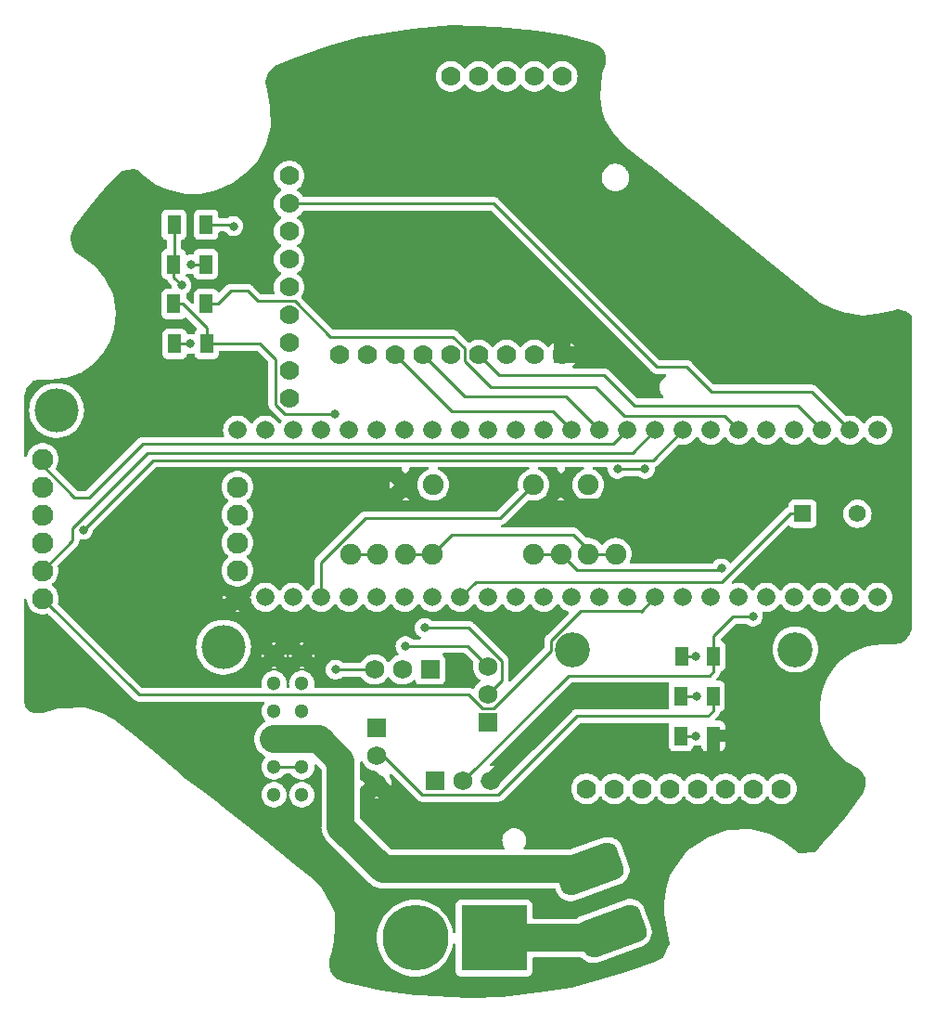
<source format=gbl>
%TF.GenerationSoftware,KiCad,Pcbnew,7.0.9*%
%TF.CreationDate,2024-02-25T16:41:40-05:00*%
%TF.ProjectId,payload24,7061796c-6f61-4643-9234-2e6b69636164,2*%
%TF.SameCoordinates,Original*%
%TF.FileFunction,Copper,L2,Bot*%
%TF.FilePolarity,Positive*%
%FSLAX46Y46*%
G04 Gerber Fmt 4.6, Leading zero omitted, Abs format (unit mm)*
G04 Created by KiCad (PCBNEW 7.0.9) date 2024-02-25 16:41:40*
%MOMM*%
%LPD*%
G01*
G04 APERTURE LIST*
G04 Aperture macros list*
%AMRoundRect*
0 Rectangle with rounded corners*
0 $1 Rounding radius*
0 $2 $3 $4 $5 $6 $7 $8 $9 X,Y pos of 4 corners*
0 Add a 4 corners polygon primitive as box body*
4,1,4,$2,$3,$4,$5,$6,$7,$8,$9,$2,$3,0*
0 Add four circle primitives for the rounded corners*
1,1,$1+$1,$2,$3*
1,1,$1+$1,$4,$5*
1,1,$1+$1,$6,$7*
1,1,$1+$1,$8,$9*
0 Add four rect primitives between the rounded corners*
20,1,$1+$1,$2,$3,$4,$5,0*
20,1,$1+$1,$4,$5,$6,$7,0*
20,1,$1+$1,$6,$7,$8,$9,0*
20,1,$1+$1,$8,$9,$2,$3,0*%
G04 Aperture macros list end*
%TA.AperFunction,ComponentPad*%
%ADD10C,1.778000*%
%TD*%
%TA.AperFunction,ComponentPad*%
%ADD11C,1.905000*%
%TD*%
%TA.AperFunction,ComponentPad*%
%ADD12RoundRect,0.875000X1.697579X1.549024X-2.296114X0.095438X-1.697579X-1.549024X2.296114X-0.095438X0*%
%TD*%
%TA.AperFunction,ComponentPad*%
%ADD13C,1.930400*%
%TD*%
%TA.AperFunction,ComponentPad*%
%ADD14C,4.000000*%
%TD*%
%TA.AperFunction,ComponentPad*%
%ADD15C,3.200000*%
%TD*%
%TA.AperFunction,ComponentPad*%
%ADD16C,1.300000*%
%TD*%
%TA.AperFunction,ComponentPad*%
%ADD17R,1.574800X1.574800*%
%TD*%
%TA.AperFunction,ComponentPad*%
%ADD18C,1.574800*%
%TD*%
%TA.AperFunction,ComponentPad*%
%ADD19C,1.755000*%
%TD*%
%TA.AperFunction,ComponentPad*%
%ADD20R,1.755000X1.755000*%
%TD*%
%TA.AperFunction,SMDPad,CuDef*%
%ADD21R,1.230000X1.770000*%
%TD*%
%TA.AperFunction,ComponentPad*%
%ADD22C,6.000000*%
%TD*%
%TA.AperFunction,ComponentPad*%
%ADD23R,6.000000X6.000000*%
%TD*%
%TA.AperFunction,SMDPad,CuDef*%
%ADD24R,1.160000X1.820000*%
%TD*%
%TA.AperFunction,ComponentPad*%
%ADD25C,1.665000*%
%TD*%
%TA.AperFunction,ViaPad*%
%ADD26C,0.800000*%
%TD*%
%TA.AperFunction,Conductor*%
%ADD27C,0.250000*%
%TD*%
%TA.AperFunction,Conductor*%
%ADD28C,2.540000*%
%TD*%
G04 APERTURE END LIST*
D10*
%TO.P,U3,1,PPS*%
%TO.N,unconnected-(U3-PPS-Pad1)*%
X49305000Y-49935000D03*
%TO.P,U3,2,VIN*%
%TO.N,3.3V-Teensy1*%
X49305000Y-47395000D03*
%TO.P,U3,3,GND*%
%TO.N,GND*%
X49305000Y-44855000D03*
%TO.P,U3,4,RX*%
%TO.N,RX1*%
X49305000Y-42315000D03*
%TO.P,U3,5,TX*%
%TO.N,TX1*%
X49305000Y-39775000D03*
%TO.P,U3,6,FIX*%
%TO.N,unconnected-(U3-FIX-Pad6)*%
X49305000Y-37235000D03*
%TO.P,U3,7,VBAT*%
%TO.N,unconnected-(U3-VBAT-Pad7)*%
X49305000Y-34695000D03*
%TO.P,U3,8,EN*%
%TO.N,EN1*%
X49305000Y-32155000D03*
%TO.P,U3,9,3.3V*%
%TO.N,unconnected-(U3-3.3V-Pad9)*%
X49305000Y-29615000D03*
%TD*%
D11*
%TO.P,J2,1,+*%
%TO.N,5V-Power Reg.*%
X59950000Y-57785800D03*
%TO.P,J2,2,-*%
%TO.N,Net-(J2--)*%
X62450000Y-57785800D03*
%TD*%
%TO.P,J1,1,PWM*%
%TO.N,/Retention  Signal*%
X71600000Y-57785800D03*
%TO.P,J1,2,+*%
%TO.N,5V-Power Reg.*%
X74100000Y-57785800D03*
%TO.P,J1,3,-*%
%TO.N,GND*%
X76600000Y-57785800D03*
%TD*%
D12*
%TO.P,SW1,1,A*%
%TO.N,/22.2V*%
X78748599Y-98457885D03*
%TO.P,SW1,2,B*%
%TO.N,/.1in*%
X76698663Y-92825731D03*
%TD*%
D13*
%TO.P,U14,1,Vin*%
%TO.N,3.3V-Teensy*%
X26800000Y-55445000D03*
%TO.P,U14,2,3v*%
%TO.N,unconnected-(U14-3v-Pad2)*%
X26800000Y-57985000D03*
%TO.P,U14,3,GND*%
%TO.N,GND*%
X26800000Y-60525000D03*
%TO.P,U14,4,SDA*%
%TO.N,SDA2*%
X26800000Y-63065000D03*
%TO.P,U14,5,SCL*%
%TO.N,SCL2*%
X26800000Y-65605000D03*
%TO.P,U14,6,RST*%
%TO.N,RST2*%
X26800000Y-68145000D03*
%TO.P,U14,7,INT*%
%TO.N,unconnected-(U14-INT-Pad7)*%
X44580000Y-57985000D03*
%TO.P,U14,8,ADR*%
%TO.N,unconnected-(U14-ADR-Pad8)*%
X44580000Y-60525000D03*
%TO.P,U14,9,PS0*%
%TO.N,unconnected-(U14-PS0-Pad9)*%
X44580000Y-63065000D03*
%TO.P,U14,10,PS1*%
%TO.N,unconnected-(U14-PS1-Pad10)*%
X44580000Y-65605000D03*
D14*
%TO.P,U14,P$1*%
%TO.N,N/C*%
X28070000Y-51000000D03*
X43310000Y-72590000D03*
%TD*%
D11*
%TO.P,J3,1,+*%
%TO.N,Net-(U2-VO)*%
X71600000Y-64085800D03*
%TO.P,J3,2,+*%
X74100000Y-64085800D03*
%TO.P,J3,3,-*%
%TO.N,Net-(Q3-D)*%
X76600000Y-64085800D03*
%TO.P,J3,4,-*%
X79100000Y-64085800D03*
%TD*%
D10*
%TO.P,U8,1,Vin*%
%TO.N,3.3V-Teensy*%
X76460000Y-85500000D03*
%TO.P,U8,2,3Vo*%
%TO.N,unconnected-(U8-3Vo-Pad2)*%
X79000000Y-85500000D03*
%TO.P,U8,3,GND*%
%TO.N,GND*%
X81540000Y-85500000D03*
%TO.P,U8,4,SCL*%
%TO.N,SCL1*%
X84080000Y-85500000D03*
%TO.P,U8,5,SDO*%
%TO.N,unconnected-(U8-SDO-Pad5)*%
X86620000Y-85500000D03*
%TO.P,U8,6,SDA*%
%TO.N,SDA1*%
X89160000Y-85500000D03*
%TO.P,U8,7,CS*%
%TO.N,unconnected-(U8-CS-Pad7)*%
X91700000Y-85500000D03*
%TO.P,U8,8,INT*%
%TO.N,unconnected-(U8-INT-Pad8)*%
X94240000Y-85500000D03*
D15*
%TO.P,U8,P$1*%
%TO.N,N/C*%
X75190000Y-72800000D03*
X95510000Y-72800000D03*
%TD*%
D16*
%TO.P,U5,1,PG*%
%TO.N,unconnected-(U5-PG-Pad1)*%
X50460000Y-86050000D03*
%TO.P,U5,2,EN*%
%TO.N,unconnected-(U5-EN-Pad2)*%
X47920000Y-86050000D03*
%TO.P,U5,3,VRP*%
%TO.N,unconnected-(U5-VRP-Pad3)*%
X50460000Y-83510000D03*
X47920000Y-83510000D03*
%TO.P,U5,4,VIN*%
%TO.N,/.1in*%
X50460000Y-80970000D03*
X47920000Y-80970000D03*
%TO.P,U5,5,GND*%
%TO.N,GND*%
X50460000Y-75890000D03*
X47920000Y-75890000D03*
X50460000Y-78430000D03*
X47920000Y-78430000D03*
%TO.P,U5,6,VOUT*%
%TO.N,5V-Power Reg.*%
X50460000Y-73350000D03*
X47920000Y-73350000D03*
%TD*%
D17*
%TO.P,LS1,1,1*%
%TO.N,Net-(U1-A4|SDA|PWM)*%
X96170000Y-60420000D03*
D18*
%TO.P,LS1,2,2*%
%TO.N,GND*%
X101170000Y-60420000D03*
%TD*%
D11*
%TO.P,J4,1,+*%
%TO.N,Net-(U7-VO)*%
X54900000Y-64085800D03*
%TO.P,J4,2,+*%
X57400000Y-64085800D03*
%TO.P,J4,3,-*%
%TO.N,Net-(Q3-D)*%
X59900000Y-64085800D03*
%TO.P,J4,4,-*%
X62400000Y-64085800D03*
%TD*%
D19*
%TO.P,Q1,1,D*%
%TO.N,Net-(J2--)*%
X59620000Y-74630000D03*
D20*
%TO.P,Q1,2,G*%
%TO.N,Net-(Q1-G)*%
X62160000Y-74630000D03*
D19*
%TO.P,Q1,3,S*%
%TO.N,GND*%
X57080000Y-74630000D03*
%TD*%
D21*
%TO.P,R2,1*%
%TO.N,PixHawk Signal*%
X41722000Y-34070000D03*
%TO.P,R2,2*%
%TO.N,Net-(Q1-G)*%
X38790000Y-34070000D03*
%TD*%
D22*
%TO.P,U6,N,-*%
%TO.N,GND*%
X60800000Y-99125000D03*
D23*
%TO.P,U6,P,+*%
%TO.N,/22.2V*%
X68000000Y-99125000D03*
%TD*%
D19*
%TO.P,Q3,1,D*%
%TO.N,Net-(Q3-D)*%
X67450000Y-76900000D03*
D20*
%TO.P,Q3,2,G*%
%TO.N,Net-(Q3-G)*%
X67450000Y-79440000D03*
D19*
%TO.P,Q3,3,S*%
%TO.N,GND*%
X67450000Y-74360000D03*
%TD*%
D21*
%TO.P,R5,1*%
%TO.N,Open Signal*%
X41712000Y-41300000D03*
%TO.P,R5,2*%
%TO.N,Net-(Q3-G)*%
X38780000Y-41300000D03*
%TD*%
%TO.P,R3,1*%
%TO.N,GND*%
X41698000Y-37680000D03*
%TO.P,R3,2*%
%TO.N,Net-(Q1-G)*%
X38766000Y-37680000D03*
%TD*%
D20*
%TO.P,U2,1,GND*%
%TO.N,GND*%
X62660000Y-84780000D03*
D19*
%TO.P,U2,2,VO*%
%TO.N,Net-(U2-VO)*%
X65200000Y-84780000D03*
%TO.P,U2,3,VI*%
%TO.N,5V-Power Reg.*%
X67740000Y-84780000D03*
%TD*%
D24*
%TO.P,C1,1*%
%TO.N,Net-(U2-VO)*%
X88050000Y-73390000D03*
%TO.P,C1,2*%
%TO.N,GND*%
X85100000Y-73390000D03*
%TD*%
D25*
%TO.P,U1,0,PWM|CRX2|CS1|RX1*%
%TO.N,RX1*%
X47150000Y-52800000D03*
%TO.P,U1,1,PWM|CTX2|MISO1|TX1*%
%TO.N,TX1*%
X49690000Y-52800000D03*
%TO.P,U1,2,PWM|OUT2*%
%TO.N,unconnected-(U1-PWM|OUT2-Pad2)*%
X52230000Y-52800000D03*
%TO.P,U1,3,PWM|LRCLK2*%
%TO.N,unconnected-(U1-PWM|LRCLK2-Pad3)*%
X54770000Y-52800000D03*
%TO.P,U1,3.3V1,3.3V*%
%TO.N,3.3V-Teensy*%
X80170000Y-52800000D03*
%TO.P,U1,3.3V2,3.3V(250mA_max)*%
%TO.N,3.3V-Teensy1*%
X49690000Y-68040000D03*
%TO.P,U1,4,PWM|BCLK2*%
%TO.N,unconnected-(U1-PWM|BCLK2-Pad4)*%
X57310000Y-52800000D03*
%TO.P,U1,5,PWM|IN2*%
%TO.N,unconnected-(U1-PWM|IN2-Pad5)*%
X59850000Y-52800000D03*
%TO.P,U1,6,PWM|OUT1D*%
%TO.N,unconnected-(U1-PWM|OUT1D-Pad6)*%
X62390000Y-52800000D03*
%TO.P,U1,7,PWM|OUT1A|RX2*%
%TO.N,unconnected-(U1-PWM|OUT1A|RX2-Pad7)*%
X64930000Y-52800000D03*
%TO.P,U1,8,PWM|IN1|TX2*%
%TO.N,unconnected-(U1-PWM|IN1|TX2-Pad8)*%
X67470000Y-52800000D03*
%TO.P,U1,9,PWM|OUT1C*%
%TO.N,unconnected-(U1-PWM|OUT1C-Pad9)*%
X70010000Y-52800000D03*
%TO.P,U1,10,PWM|MQSR|CS*%
%TO.N,EN2*%
X72550000Y-52800000D03*
%TO.P,U1,11,PWM|CTX1|MOSI*%
%TO.N,MOSI*%
X75090000Y-52800000D03*
%TO.P,U1,12,PWM|MQSL|MISO*%
%TO.N,MISO*%
X77630000Y-52800000D03*
%TO.P,U1,13,(LED)SCK*%
%TO.N,SCK*%
X77630000Y-68040000D03*
%TO.P,U1,14,A0|TX3|S/PDIF_OUT|PWM*%
%TO.N,unconnected-(U1-A0|TX3|S{slash}PDIF_OUT|PWM-Pad14)*%
X75090000Y-68040000D03*
%TO.P,U1,15,A1|RX3|S/PDIF_IN|PWM*%
%TO.N,unconnected-(U1-A1|RX3|S{slash}PDIF_IN|PWM-Pad15)*%
X72550000Y-68040000D03*
%TO.P,U1,16,A2|RX4|SCL1*%
%TO.N,SCL1*%
X70010000Y-68040000D03*
%TO.P,U1,17,A3|TX4|SDA1*%
%TO.N,SDA1*%
X67470000Y-68040000D03*
%TO.P,U1,18,A4|SDA|PWM*%
%TO.N,Net-(U1-A4|SDA|PWM)*%
X64930000Y-68040000D03*
%TO.P,U1,19,A5|SCL|PWM*%
%TO.N,unconnected-(U1-A5|SCL|PWM-Pad19)*%
X62390000Y-68040000D03*
%TO.P,U1,20,A6|TX5|LRCLK1*%
%TO.N,unconnected-(U1-A6|TX5|LRCLK1-Pad20)*%
X59850000Y-68040000D03*
%TO.P,U1,21,A7|RX5|BCLK1*%
%TO.N,unconnected-(U1-A7|RX5|BCLK1-Pad21)*%
X57310000Y-68040000D03*
%TO.P,U1,22,A8|CTX1|PWM*%
%TO.N,unconnected-(U1-A8|CTX1|PWM-Pad22)*%
X54770000Y-68040000D03*
%TO.P,U1,23,A9|CRX1|MCLK1|PWM*%
%TO.N,/Retention  Signal*%
X52230000Y-68040000D03*
%TO.P,U1,24,PWM|SCL2|TX6|A10*%
%TO.N,SCL2*%
X82710000Y-52800000D03*
%TO.P,U1,25,PWM|SDA2|RX6|A11*%
%TO.N,SDA2*%
X85250000Y-52800000D03*
%TO.P,U1,26,MOSI1|A12*%
%TO.N,unconnected-(U1-MOSI1|A12-Pad26)*%
X87790000Y-52800000D03*
%TO.P,U1,27,SCK1|A13*%
%TO.N,Open Signal*%
X90330000Y-52800000D03*
%TO.P,U1,28,PWM|RX7*%
%TO.N,PixHawk Signal*%
X92870000Y-52800000D03*
%TO.P,U1,29,PWM|TX7*%
%TO.N,unconnected-(U1-PWM|TX7-Pad29)*%
X95410000Y-52800000D03*
%TO.P,U1,30,CRX3*%
%TO.N,G0*%
X97950000Y-52800000D03*
%TO.P,U1,31,CTX3*%
%TO.N,EN1*%
X100490000Y-52800000D03*
%TO.P,U1,32,OUT1B*%
%TO.N,unconnected-(U1-OUT1B-Pad32)*%
X103030000Y-52800000D03*
%TO.P,U1,33,MCLK2|PWM*%
%TO.N,unconnected-(U1-MCLK2|PWM-Pad33)*%
X103030000Y-68040000D03*
%TO.P,U1,34,RX8*%
%TO.N,unconnected-(U1-RX8-Pad34)*%
X100490000Y-68040000D03*
%TO.P,U1,35,TX8*%
%TO.N,unconnected-(U1-TX8-Pad35)*%
X97950000Y-68040000D03*
%TO.P,U1,36,CS|PWM*%
%TO.N,CS*%
X95410000Y-68040000D03*
%TO.P,U1,37,CS|PWM*%
%TO.N,unconnected-(U1-CS|PWM-Pad37)*%
X92870000Y-68040000D03*
%TO.P,U1,38,A14|CS1|IN1*%
%TO.N,unconnected-(U1-A14|CS1|IN1-Pad38)*%
X90330000Y-68040000D03*
%TO.P,U1,39,A15|MISO1|OUT1A*%
%TO.N,unconnected-(U1-A15|MISO1|OUT1A-Pad39)*%
X87790000Y-68040000D03*
%TO.P,U1,40,A16*%
%TO.N,unconnected-(U1-A16-Pad40)*%
X85250000Y-68040000D03*
%TO.P,U1,41,A17*%
%TO.N,RST2*%
X82710000Y-68040000D03*
%TO.P,U1,GND1,GND*%
%TO.N,GND*%
X44610000Y-52800000D03*
%TO.P,U1,GND2,GND*%
X80170000Y-68040000D03*
%TO.P,U1,GND3,GND*%
X47150000Y-68040000D03*
%TO.P,U1,Vin,Vin(3.6to5.5volts)*%
%TO.N,5V-Power Reg.*%
X44610000Y-68040000D03*
%TD*%
D20*
%TO.P,U7,1,GND*%
%TO.N,GND*%
X57290000Y-79950000D03*
D19*
%TO.P,U7,2,VO*%
%TO.N,Net-(U7-VO)*%
X57290000Y-82490000D03*
%TO.P,U7,3,VI*%
%TO.N,5V-Power Reg.*%
X57290000Y-85030000D03*
%TD*%
D24*
%TO.P,C2,1*%
%TO.N,Net-(U7-VO)*%
X87980000Y-77050000D03*
%TO.P,C2,2*%
%TO.N,GND*%
X85030000Y-77050000D03*
%TD*%
D10*
%TO.P,U4,1,VIN*%
%TO.N,5V-Power Reg.*%
X74230000Y-45940000D03*
%TO.P,U4,2,GND*%
%TO.N,GND*%
X71690000Y-45940000D03*
%TO.P,U4,3,EN*%
%TO.N,EN2*%
X69150000Y-45940000D03*
%TO.P,U4,4,G0*%
%TO.N,G0*%
X66610000Y-45940000D03*
%TO.P,U4,5,SCK*%
%TO.N,SCK*%
X64070000Y-45940000D03*
%TO.P,U4,6,MISO*%
%TO.N,MISO*%
X61530000Y-45940000D03*
%TO.P,U4,7,MOSI*%
%TO.N,MOSI*%
X58990000Y-45940000D03*
%TO.P,U4,8,CS*%
%TO.N,CS*%
X56450000Y-45940000D03*
%TO.P,U4,9,RST*%
%TO.N,unconnected-(U4-RST-Pad9)*%
X53910000Y-45940000D03*
%TO.P,U4,10,G1*%
%TO.N,unconnected-(U4-G1-Pad10)*%
X74230000Y-20540000D03*
%TO.P,U4,11,G2*%
%TO.N,unconnected-(U4-G2-Pad11)*%
X71690000Y-20540000D03*
%TO.P,U4,12,G3*%
%TO.N,unconnected-(U4-G3-Pad12)*%
X69150000Y-20540000D03*
%TO.P,U4,13,G4*%
%TO.N,unconnected-(U4-G4-Pad13)*%
X66610000Y-20540000D03*
%TO.P,U4,14,G5*%
%TO.N,unconnected-(U4-G5-Pad14)*%
X64070000Y-20540000D03*
%TD*%
D21*
%TO.P,R6,1*%
%TO.N,Net-(Q3-G)*%
X41784000Y-44920000D03*
%TO.P,R6,2*%
%TO.N,GND*%
X38852000Y-44920000D03*
%TD*%
D24*
%TO.P,C3,1*%
%TO.N,5V-Power Reg.*%
X88000000Y-80680000D03*
%TO.P,C3,2*%
%TO.N,GND*%
X85050000Y-80680000D03*
%TD*%
D26*
%TO.N,5V-Power Reg.*%
X84042655Y-55577345D03*
X66100000Y-59740000D03*
%TO.N,GND*%
X86530000Y-77050000D03*
X79280000Y-56340000D03*
X86417400Y-73390000D03*
X86392400Y-80692200D03*
X53540000Y-74640000D03*
X40250600Y-44930000D03*
X59910000Y-72500000D03*
X40330000Y-37680000D03*
X81790000Y-56340000D03*
%TO.N,Net-(U2-VO)*%
X91630000Y-69810000D03*
X88740000Y-65420000D03*
%TO.N,Net-(Q3-D)*%
X61680000Y-70830000D03*
%TO.N,Net-(Q1-G)*%
X39476100Y-39588900D03*
%TO.N,Net-(Q3-G)*%
X53500100Y-51330400D03*
%TO.N,PixHawk Signal*%
X44220000Y-34190000D03*
%TO.N,SDA2*%
X30500000Y-61890000D03*
%TD*%
D27*
%TO.N,Net-(U7-VO)*%
X61437800Y-86062800D02*
X57865000Y-82490000D01*
X75577900Y-78870000D02*
X68385100Y-86062800D01*
X87550000Y-78870000D02*
X75577900Y-78870000D01*
X57865000Y-82490000D02*
X57290000Y-82490000D01*
X87980000Y-78440000D02*
X87550000Y-78870000D01*
X68385100Y-86062800D02*
X61437800Y-86062800D01*
X87980000Y-77050000D02*
X87980000Y-78440000D01*
%TO.N,Net-(U2-VO)*%
X88050000Y-74780000D02*
X88050000Y-73390000D01*
X87640000Y-75190000D02*
X88050000Y-74780000D01*
X65200000Y-84780000D02*
X74790000Y-75190000D01*
X74790000Y-75190000D02*
X87640000Y-75190000D01*
%TO.N,/Retention  Signal*%
X56241800Y-60834200D02*
X52230000Y-64846000D01*
X71600000Y-57785800D02*
X68551600Y-60834200D01*
X52230000Y-64846000D02*
X52230000Y-68040000D01*
X68551600Y-60834200D02*
X56241800Y-60834200D01*
%TO.N,5V-Power Reg.*%
X61904200Y-59740000D02*
X59950000Y-57785800D01*
X80506700Y-59113300D02*
X75427500Y-59113300D01*
X75427500Y-59113300D02*
X74100000Y-57785800D01*
X66100000Y-59740000D02*
X61904200Y-59740000D01*
X84042655Y-55577345D02*
X80506700Y-59113300D01*
%TO.N,GND*%
X53550000Y-74630000D02*
X57080000Y-74630000D01*
X53540000Y-74640000D02*
X53550000Y-74630000D01*
X40250600Y-44930000D02*
X40240600Y-44920000D01*
X86417400Y-73390000D02*
X85100000Y-73390000D01*
X86392400Y-80692200D02*
X86019100Y-80692200D01*
X40240600Y-44920000D02*
X38852000Y-44920000D01*
X65590000Y-72500000D02*
X67450000Y-74360000D01*
X40330000Y-37680000D02*
X41698000Y-37680000D01*
X59910000Y-72500000D02*
X65590000Y-72500000D01*
X86530000Y-77050000D02*
X85030000Y-77050000D01*
X86006900Y-80680000D02*
X85050000Y-80680000D01*
X79280000Y-56340000D02*
X81790000Y-56340000D01*
X86019100Y-80692200D02*
X86006900Y-80680000D01*
%TO.N,Net-(U2-VO)*%
X89830000Y-69810000D02*
X88050000Y-71590000D01*
X71600000Y-64085800D02*
X74100000Y-64085800D01*
X74100000Y-64085800D02*
X75574200Y-65560000D01*
X75574200Y-65560000D02*
X88600000Y-65560000D01*
X88600000Y-65560000D02*
X88740000Y-65420000D01*
X91630000Y-69810000D02*
X89830000Y-69810000D01*
X88050000Y-71590000D02*
X88050000Y-73390000D01*
%TO.N,Net-(Q3-D)*%
X61680000Y-70830000D02*
X65691303Y-70830000D01*
X75210000Y-62300000D02*
X76600000Y-63690000D01*
X68702500Y-73841197D02*
X68702500Y-75647500D01*
X62400000Y-64085800D02*
X59900000Y-64085800D01*
X65691303Y-70830000D02*
X68702500Y-73841197D01*
X62400000Y-64085800D02*
X64185800Y-62300000D01*
X68702500Y-75647500D02*
X67450000Y-76900000D01*
X76600000Y-63690000D02*
X76600000Y-64085800D01*
X64185800Y-62300000D02*
X75210000Y-62300000D01*
X79100000Y-64085800D02*
X76600000Y-64085800D01*
%TO.N,Net-(U7-VO)*%
X57400000Y-64085800D02*
X54900000Y-64085800D01*
%TO.N,Net-(Q1-G)*%
X39468900Y-39588900D02*
X38766000Y-38886000D01*
X38766000Y-38886000D02*
X38766000Y-37680000D01*
X38790000Y-37656000D02*
X38790000Y-34070000D01*
X38766000Y-37680000D02*
X38790000Y-37656000D01*
X39476100Y-39588900D02*
X39468900Y-39588900D01*
%TO.N,Net-(Q3-G)*%
X53500100Y-51330400D02*
X48912800Y-51330400D01*
X46630000Y-44920000D02*
X41784000Y-44920000D01*
X48912800Y-51330400D02*
X48041000Y-50458600D01*
X41784000Y-43499000D02*
X39585000Y-41300000D01*
X48041000Y-46331000D02*
X46630000Y-44920000D01*
X41784000Y-44920000D02*
X41784000Y-43499000D01*
X39585000Y-41300000D02*
X38780000Y-41300000D01*
X48041000Y-50458600D02*
X48041000Y-46331000D01*
%TO.N,PixHawk Signal*%
X44220000Y-34190000D02*
X44100000Y-34070000D01*
X44100000Y-34070000D02*
X41722000Y-34070000D01*
%TO.N,Open Signal*%
X46459000Y-41039000D02*
X45520000Y-40100000D01*
X64263900Y-44280000D02*
X53057600Y-44280000D01*
X43980000Y-40100000D02*
X42780000Y-41300000D01*
X89025700Y-51495700D02*
X79894700Y-51495700D01*
X42780000Y-41300000D02*
X41712000Y-41300000D01*
X90330000Y-52800000D02*
X89025700Y-51495700D01*
X65340000Y-46490200D02*
X65340000Y-45356100D01*
X53057600Y-44280000D02*
X49816600Y-41039000D01*
X77239000Y-48840000D02*
X67689800Y-48840000D01*
X45520000Y-40100000D02*
X43980000Y-40100000D01*
X79894700Y-51495700D02*
X77239000Y-48840000D01*
X67689800Y-48840000D02*
X65340000Y-46490200D01*
X65340000Y-45356100D02*
X64263900Y-44280000D01*
X49816600Y-41039000D02*
X46459000Y-41039000D01*
D28*
%TO.N,/.1in*%
X54020000Y-88970000D02*
X54020000Y-82970000D01*
X50460000Y-80970000D02*
X47920000Y-80970000D01*
X54020000Y-82970000D02*
X52020000Y-80970000D01*
X52020000Y-80970000D02*
X50460000Y-80970000D01*
X57875700Y-92825700D02*
X54020000Y-88970000D01*
X76698700Y-92825700D02*
X57875700Y-92825700D01*
%TO.N,/22.2V*%
X78081500Y-99125000D02*
X78748600Y-98457900D01*
X68000000Y-99125000D02*
X78081500Y-99125000D01*
D27*
%TO.N,3.3V-Teensy*%
X80170000Y-52800000D02*
X78897400Y-54072600D01*
X78897400Y-54072600D02*
X35920300Y-54072600D01*
X29720000Y-58950000D02*
X26800000Y-56030000D01*
X31042900Y-58950000D02*
X29720000Y-58950000D01*
X35920300Y-54072600D02*
X31042900Y-58950000D01*
X26800000Y-56030000D02*
X26800000Y-55445000D01*
%TO.N,MOSI*%
X58990000Y-45940000D02*
X64135900Y-51085900D01*
X64135900Y-51085900D02*
X73375900Y-51085900D01*
X73375900Y-51085900D02*
X75090000Y-52800000D01*
%TO.N,MISO*%
X74530000Y-49700000D02*
X77630000Y-52800000D01*
X65290000Y-49700000D02*
X74530000Y-49700000D01*
X61530000Y-45940000D02*
X65290000Y-49700000D01*
%TO.N,Net-(U1-A4|SDA|PWM)*%
X66330000Y-66640000D02*
X64930000Y-68040000D01*
X88785700Y-66640000D02*
X66330000Y-66640000D01*
X96170000Y-60420000D02*
X95005700Y-60420000D01*
X95005700Y-60420000D02*
X88785700Y-66640000D01*
%TO.N,SCL2*%
X29515200Y-61724800D02*
X36390000Y-54850000D01*
X26800000Y-65605000D02*
X26800000Y-64960000D01*
X80660000Y-54850000D02*
X82710000Y-52800000D01*
X36390000Y-54850000D02*
X80660000Y-54850000D01*
X29515200Y-61724800D02*
X29515200Y-62889800D01*
X29515200Y-62889800D02*
X26800000Y-65605000D01*
%TO.N,SDA2*%
X36860000Y-55540000D02*
X30510000Y-61890000D01*
X36860000Y-55540000D02*
X82510000Y-55540000D01*
X30510000Y-61890000D02*
X30500000Y-61890000D01*
X82510000Y-55540000D02*
X85250000Y-52800000D01*
%TO.N,G0*%
X78019800Y-47779800D02*
X68449800Y-47779800D01*
X97950000Y-52800000D02*
X95695000Y-50545000D01*
X80785000Y-50545000D02*
X78019800Y-47779800D01*
X68449800Y-47779800D02*
X66610000Y-45940000D01*
X95695000Y-50545000D02*
X80785000Y-50545000D01*
%TO.N,EN1*%
X67965000Y-32155000D02*
X82840000Y-47030000D01*
X49305000Y-32155000D02*
X67965000Y-32155000D01*
X96970000Y-49280000D02*
X100490000Y-52800000D01*
X85580000Y-47030000D02*
X87830000Y-49280000D01*
X87830000Y-49280000D02*
X96970000Y-49280000D01*
X82840000Y-47030000D02*
X85580000Y-47030000D01*
%TO.N,RST2*%
X75949428Y-69247500D02*
X81502500Y-69247500D01*
X35570000Y-76915000D02*
X65675000Y-76915000D01*
X82710000Y-68040000D02*
X81410000Y-69340000D01*
X81502500Y-69247500D02*
X82710000Y-68040000D01*
X65675000Y-76915000D02*
X66947500Y-78187500D01*
X73215000Y-71981928D02*
X75949428Y-69247500D01*
X66947500Y-78187500D02*
X67933803Y-78187500D01*
X67933803Y-78187500D02*
X73215000Y-72906303D01*
X26800000Y-68145000D02*
X35570000Y-76915000D01*
X73215000Y-72906303D02*
X73215000Y-71981928D01*
%TO.N,unconnected-(U5-VRP-Pad3)*%
X47920000Y-83510000D02*
X50460000Y-83510000D01*
%TD*%
%TA.AperFunction,Conductor*%
%TO.N,5V-Power Reg.*%
G36*
X68277769Y-16009941D02*
G01*
X68282217Y-16010219D01*
X71827806Y-16359784D01*
X71832176Y-16360372D01*
X74517681Y-16819603D01*
X74522285Y-16820573D01*
X76979423Y-17437345D01*
X76999952Y-17444461D01*
X77547501Y-17689914D01*
X77586928Y-17717924D01*
X78054446Y-18212943D01*
X78086166Y-18275196D01*
X78086431Y-18276656D01*
X78178327Y-18800468D01*
X78180172Y-18819681D01*
X78189604Y-19347854D01*
X78182705Y-19390910D01*
X77890000Y-20230000D01*
X77760000Y-21480000D01*
X77649999Y-22389998D01*
X77869997Y-23669988D01*
X77870001Y-23670004D01*
X78120000Y-24490000D01*
X78119999Y-24490000D01*
X78849993Y-25699990D01*
X78849997Y-25699996D01*
X78850000Y-25700000D01*
X79910000Y-26870000D01*
X82174431Y-28603268D01*
X82340000Y-28730000D01*
X84550000Y-30510000D01*
X86920000Y-32400000D01*
X89780000Y-34700000D01*
X93480000Y-37660000D01*
X96500000Y-40140000D01*
X97769998Y-41149999D01*
X97770000Y-41150000D01*
X98850000Y-41700000D01*
X100009999Y-42110000D01*
X100229545Y-42140000D01*
X101620000Y-42330000D01*
X102960000Y-42190000D01*
X104280000Y-41900000D01*
X104893365Y-41784994D01*
X104946287Y-41786571D01*
X105239448Y-41859862D01*
X105501244Y-41925311D01*
X105536438Y-41940176D01*
X105929004Y-42183193D01*
X105949355Y-42198930D01*
X106121562Y-42363309D01*
X106156464Y-42423837D01*
X106159943Y-42453136D01*
X106130003Y-70716936D01*
X106129695Y-70723043D01*
X106101534Y-71004658D01*
X106094756Y-71034497D01*
X105936904Y-71470911D01*
X105917367Y-71505892D01*
X105631449Y-71865595D01*
X105604864Y-71890456D01*
X105091243Y-72245321D01*
X105044659Y-72264977D01*
X104524839Y-72367085D01*
X104494896Y-72369263D01*
X104100000Y-72350000D01*
X103510008Y-72320000D01*
X103510004Y-72320000D01*
X103510002Y-72320000D01*
X103510000Y-72320000D01*
X102590000Y-72400000D01*
X102589999Y-72400000D01*
X101820002Y-72599999D01*
X101819988Y-72600004D01*
X101250004Y-72829998D01*
X100659995Y-73120002D01*
X100659992Y-73120004D01*
X100079998Y-73500000D01*
X99489999Y-73980000D01*
X98949997Y-74620002D01*
X98949993Y-74620009D01*
X98440000Y-75379998D01*
X98439998Y-75380002D01*
X98070000Y-76179999D01*
X98069996Y-76180009D01*
X97810000Y-77099996D01*
X97809999Y-77100004D01*
X97742962Y-77912839D01*
X97730000Y-78070000D01*
X97730000Y-78970000D01*
X97792852Y-79276403D01*
X97890000Y-79750001D01*
X97890001Y-79750005D01*
X98146970Y-80365376D01*
X98270000Y-80660000D01*
X98690000Y-81480000D01*
X99270000Y-82230000D01*
X99270002Y-82230002D01*
X99270003Y-82230003D01*
X99315851Y-82271507D01*
X100220000Y-83090000D01*
X100220003Y-83090002D01*
X100220005Y-83090003D01*
X101306560Y-83657752D01*
X101346402Y-83690744D01*
X101662743Y-84090822D01*
X101675411Y-84110373D01*
X101895936Y-84533045D01*
X101910000Y-84590403D01*
X101910000Y-85198521D01*
X101902776Y-85240227D01*
X101616353Y-86042211D01*
X101598637Y-86075091D01*
X100970000Y-86910000D01*
X100061314Y-88128237D01*
X100058563Y-88131665D01*
X98930000Y-89440000D01*
X98041387Y-90488361D01*
X98038482Y-90491556D01*
X97291931Y-91257249D01*
X97231037Y-91291508D01*
X97214452Y-91294169D01*
X95891900Y-91415248D01*
X95823345Y-91401757D01*
X95800287Y-91386244D01*
X95440000Y-91080000D01*
X95405084Y-91055200D01*
X95012752Y-90776534D01*
X94370000Y-90320000D01*
X93080000Y-89620000D01*
X93079999Y-89619999D01*
X93079996Y-89619998D01*
X91389996Y-89209999D01*
X89290001Y-89299999D01*
X87470002Y-89919998D01*
X87469995Y-89920002D01*
X86982579Y-90298000D01*
X86977228Y-90301717D01*
X85640001Y-91129998D01*
X85639999Y-91130000D01*
X84540001Y-92689998D01*
X84540002Y-92689997D01*
X84080000Y-93419998D01*
X83700001Y-94649994D01*
X83699998Y-94650005D01*
X83500000Y-95949992D01*
X83500000Y-95950000D01*
X83559999Y-96969992D01*
X83559999Y-96969997D01*
X83560000Y-96970000D01*
X83602649Y-97282011D01*
X83750000Y-98360000D01*
X83750000Y-98359999D01*
X84002238Y-99689103D01*
X83995398Y-99758637D01*
X83991510Y-99767297D01*
X83448972Y-100861727D01*
X83401560Y-100913049D01*
X83391483Y-100918466D01*
X82703068Y-101248528D01*
X82696779Y-101251129D01*
X80021351Y-102189526D01*
X80018634Y-102190409D01*
X75058836Y-103677350D01*
X75040876Y-103681311D01*
X71990000Y-104120000D01*
X68691811Y-104469807D01*
X68688181Y-104470085D01*
X65713229Y-104609848D01*
X65706778Y-104609815D01*
X61162191Y-104350125D01*
X61157818Y-104349719D01*
X60818085Y-104306010D01*
X57742635Y-103910338D01*
X57737400Y-103909436D01*
X55850000Y-103500000D01*
X54332260Y-103142884D01*
X54308566Y-103134706D01*
X53794777Y-102896841D01*
X53767489Y-102879574D01*
X53462599Y-102625499D01*
X53256135Y-102453446D01*
X53229193Y-102421988D01*
X53073064Y-102161773D01*
X53056547Y-102114843D01*
X52990312Y-101632277D01*
X52989859Y-101627700D01*
X52961377Y-101162497D01*
X52966627Y-101118460D01*
X53120000Y-100620000D01*
X53120002Y-100619995D01*
X53120001Y-100619996D01*
X53370000Y-99450000D01*
X53407632Y-99125000D01*
X57294696Y-99125000D01*
X57313898Y-99491405D01*
X57347527Y-99703732D01*
X57371295Y-99853794D01*
X57421199Y-100040039D01*
X57466260Y-100208206D01*
X57597746Y-100550739D01*
X57764320Y-100877656D01*
X57964147Y-101185364D01*
X58088270Y-101338643D01*
X58195051Y-101470506D01*
X58454494Y-101729949D01*
X58454498Y-101729952D01*
X58739635Y-101960852D01*
X59047343Y-102160679D01*
X59047348Y-102160682D01*
X59374264Y-102327255D01*
X59716801Y-102458742D01*
X60071206Y-102553705D01*
X60433596Y-102611102D01*
X60779734Y-102629241D01*
X60799999Y-102630304D01*
X60800000Y-102630304D01*
X60800001Y-102630304D01*
X60819203Y-102629297D01*
X61166404Y-102611102D01*
X61528794Y-102553705D01*
X61883199Y-102458742D01*
X62225736Y-102327255D01*
X62552652Y-102160682D01*
X62860366Y-101960851D01*
X63145506Y-101729949D01*
X63404949Y-101470506D01*
X63635851Y-101185366D01*
X63835682Y-100877652D01*
X64002255Y-100550736D01*
X64133742Y-100208199D01*
X64228705Y-99853794D01*
X64253027Y-99700226D01*
X64282956Y-99637093D01*
X64342267Y-99600161D01*
X64412130Y-99601159D01*
X64470363Y-99639768D01*
X64498477Y-99703732D01*
X64499500Y-99719625D01*
X64499500Y-102172870D01*
X64499501Y-102172876D01*
X64505908Y-102232483D01*
X64556202Y-102367328D01*
X64556206Y-102367335D01*
X64642452Y-102482544D01*
X64642455Y-102482547D01*
X64757664Y-102568793D01*
X64757671Y-102568797D01*
X64892517Y-102619091D01*
X64892516Y-102619091D01*
X64899444Y-102619835D01*
X64952127Y-102625500D01*
X71047872Y-102625499D01*
X71107483Y-102619091D01*
X71242331Y-102568796D01*
X71357546Y-102482546D01*
X71443796Y-102367331D01*
X71494091Y-102232483D01*
X71500500Y-102172873D01*
X71500500Y-101019500D01*
X71520185Y-100952461D01*
X71572989Y-100906706D01*
X71624500Y-100895500D01*
X75944078Y-100895500D01*
X76011117Y-100915185D01*
X76038121Y-100938680D01*
X76049965Y-100952461D01*
X76080105Y-100987533D01*
X76084132Y-100992218D01*
X76264548Y-101141443D01*
X76264551Y-101141445D01*
X76264556Y-101141449D01*
X76467607Y-101258043D01*
X76687441Y-101338643D01*
X76917736Y-101380933D01*
X77151864Y-101383694D01*
X77383091Y-101346847D01*
X77433493Y-101331477D01*
X81603138Y-99813850D01*
X81651628Y-99793227D01*
X81852443Y-99672823D01*
X82030020Y-99520213D01*
X82179253Y-99339787D01*
X82295847Y-99136736D01*
X82376448Y-98916902D01*
X82418737Y-98686607D01*
X82421498Y-98452480D01*
X82384652Y-98221252D01*
X82369281Y-98170850D01*
X81706705Y-96350437D01*
X81686082Y-96301947D01*
X81565678Y-96101132D01*
X81413068Y-95923554D01*
X81413066Y-95923552D01*
X81413065Y-95923551D01*
X81232649Y-95774326D01*
X81232644Y-95774323D01*
X81232642Y-95774321D01*
X81096756Y-95696294D01*
X81029595Y-95657729D01*
X81029593Y-95657728D01*
X81029591Y-95657727D01*
X80809757Y-95577127D01*
X80579462Y-95534837D01*
X80579459Y-95534836D01*
X80579457Y-95534836D01*
X80348230Y-95532110D01*
X80345334Y-95532076D01*
X80345333Y-95532076D01*
X80114110Y-95568922D01*
X80114108Y-95568922D01*
X80063705Y-95584293D01*
X75894060Y-97101920D01*
X75879367Y-97108168D01*
X75845581Y-97122537D01*
X75845570Y-97122542D01*
X75644752Y-97242948D01*
X75549809Y-97324543D01*
X75486136Y-97353309D01*
X75468989Y-97354500D01*
X71624499Y-97354500D01*
X71557460Y-97334815D01*
X71511705Y-97282011D01*
X71500499Y-97230500D01*
X71500499Y-96077129D01*
X71500498Y-96077123D01*
X71500497Y-96077116D01*
X71494091Y-96017517D01*
X71490756Y-96008576D01*
X71443797Y-95882671D01*
X71443793Y-95882664D01*
X71357547Y-95767455D01*
X71357544Y-95767452D01*
X71242335Y-95681206D01*
X71242328Y-95681202D01*
X71107482Y-95630908D01*
X71107483Y-95630908D01*
X71047883Y-95624501D01*
X71047881Y-95624500D01*
X71047873Y-95624500D01*
X71047864Y-95624500D01*
X64952129Y-95624500D01*
X64952123Y-95624501D01*
X64892516Y-95630908D01*
X64757671Y-95681202D01*
X64757664Y-95681206D01*
X64642455Y-95767452D01*
X64642452Y-95767455D01*
X64556206Y-95882664D01*
X64556202Y-95882671D01*
X64505908Y-96017517D01*
X64503871Y-96036468D01*
X64499501Y-96077123D01*
X64499500Y-96077135D01*
X64499500Y-98530373D01*
X64479815Y-98597412D01*
X64427011Y-98643167D01*
X64357853Y-98653111D01*
X64294297Y-98624086D01*
X64256523Y-98565308D01*
X64253027Y-98549771D01*
X64251581Y-98540639D01*
X64228705Y-98396206D01*
X64133742Y-98041801D01*
X64002255Y-97699264D01*
X63835682Y-97372348D01*
X63835679Y-97372343D01*
X63635852Y-97064635D01*
X63404952Y-96779498D01*
X63404949Y-96779494D01*
X63145506Y-96520051D01*
X63010889Y-96411040D01*
X62860364Y-96289147D01*
X62552656Y-96089320D01*
X62225739Y-95922746D01*
X61883206Y-95791260D01*
X61883199Y-95791258D01*
X61528794Y-95696295D01*
X61528790Y-95696294D01*
X61528789Y-95696294D01*
X61166405Y-95638898D01*
X60800001Y-95619696D01*
X60799999Y-95619696D01*
X60433594Y-95638898D01*
X60071211Y-95696294D01*
X60071209Y-95696294D01*
X59716793Y-95791260D01*
X59374260Y-95922746D01*
X59047343Y-96089320D01*
X58739635Y-96289147D01*
X58454498Y-96520047D01*
X58454490Y-96520054D01*
X58195054Y-96779490D01*
X58195047Y-96779498D01*
X57964147Y-97064635D01*
X57764320Y-97372343D01*
X57597746Y-97699260D01*
X57466260Y-98041793D01*
X57371294Y-98396209D01*
X57371294Y-98396211D01*
X57313898Y-98758594D01*
X57294696Y-99124999D01*
X57294696Y-99125000D01*
X53407632Y-99125000D01*
X53480000Y-98500000D01*
X53440000Y-96810000D01*
X53080000Y-95980000D01*
X52220000Y-94430000D01*
X52193787Y-94407316D01*
X51180000Y-93530000D01*
X49680000Y-92330000D01*
X47220000Y-90320000D01*
X45540000Y-88950000D01*
X43220000Y-87140000D01*
X42664052Y-86676710D01*
X41660000Y-85840000D01*
X39541759Y-84311269D01*
X39538347Y-84308620D01*
X37180000Y-82340000D01*
X35260000Y-80700000D01*
X33350000Y-79220000D01*
X32200000Y-78620000D01*
X32199999Y-78619999D01*
X32199996Y-78619998D01*
X30700000Y-78100000D01*
X28429999Y-78140000D01*
X28191818Y-78202328D01*
X27360000Y-78420000D01*
X27359991Y-78420002D01*
X27359991Y-78420003D01*
X26792441Y-78612392D01*
X26746335Y-78618796D01*
X26189780Y-78590497D01*
X26170414Y-78587972D01*
X25690875Y-78486531D01*
X25636002Y-78459502D01*
X25625616Y-78450631D01*
X25214846Y-78099764D01*
X25176656Y-78041255D01*
X25172887Y-78024739D01*
X25071525Y-77379710D01*
X25070024Y-77360171D01*
X25092984Y-68291100D01*
X25112839Y-68224113D01*
X25165758Y-68178492D01*
X25234942Y-68168723D01*
X25298424Y-68197909D01*
X25336049Y-68256782D01*
X25340560Y-68281175D01*
X25349335Y-68387069D01*
X25408965Y-68622543D01*
X25506537Y-68844986D01*
X25639390Y-69048334D01*
X25639393Y-69048337D01*
X25803906Y-69227046D01*
X25803909Y-69227048D01*
X25803912Y-69227051D01*
X25995582Y-69376234D01*
X25995588Y-69376238D01*
X25995591Y-69376240D01*
X26209217Y-69491849D01*
X26438959Y-69570719D01*
X26678549Y-69610700D01*
X26678550Y-69610700D01*
X26921450Y-69610700D01*
X26921451Y-69610700D01*
X27161041Y-69570719D01*
X27221894Y-69549827D01*
X27291690Y-69546678D01*
X27349837Y-69579428D01*
X35069197Y-77298788D01*
X35079022Y-77311051D01*
X35079243Y-77310869D01*
X35084214Y-77316878D01*
X35110217Y-77341295D01*
X35134635Y-77364226D01*
X35155529Y-77385120D01*
X35161011Y-77389373D01*
X35165443Y-77393157D01*
X35199418Y-77425062D01*
X35216976Y-77434714D01*
X35233233Y-77445393D01*
X35249064Y-77457673D01*
X35268737Y-77466186D01*
X35291833Y-77476182D01*
X35297077Y-77478750D01*
X35337908Y-77501197D01*
X35350523Y-77504435D01*
X35357305Y-77506177D01*
X35375719Y-77512481D01*
X35394104Y-77520438D01*
X35440157Y-77527732D01*
X35445826Y-77528906D01*
X35490981Y-77540500D01*
X35511016Y-77540500D01*
X35530413Y-77542026D01*
X35550196Y-77545160D01*
X35596584Y-77540775D01*
X35602422Y-77540500D01*
X46900995Y-77540500D01*
X46968034Y-77560185D01*
X47013789Y-77612989D01*
X47023733Y-77682147D01*
X46999949Y-77739227D01*
X46937632Y-77821746D01*
X46842596Y-78012605D01*
X46842596Y-78012607D01*
X46784244Y-78217689D01*
X46766387Y-78410407D01*
X46764571Y-78430000D01*
X46784244Y-78642310D01*
X46837695Y-78830169D01*
X46842596Y-78847392D01*
X46842596Y-78847394D01*
X46937632Y-79038253D01*
X47004660Y-79127011D01*
X47056589Y-79195776D01*
X47066129Y-79208408D01*
X47081969Y-79222848D01*
X47118251Y-79282559D01*
X47116492Y-79352406D01*
X47077249Y-79410214D01*
X47060433Y-79421873D01*
X46990182Y-79462433D01*
X46928000Y-79498334D01*
X46919842Y-79503044D01*
X46712377Y-79668492D01*
X46712375Y-79668494D01*
X46531883Y-79863019D01*
X46382404Y-80082263D01*
X46382397Y-80082274D01*
X46267268Y-80321344D01*
X46267261Y-80321363D01*
X46189051Y-80574916D01*
X46189048Y-80574926D01*
X46149500Y-80837311D01*
X46149500Y-81102688D01*
X46189048Y-81365073D01*
X46189051Y-81365083D01*
X46267261Y-81618636D01*
X46267268Y-81618655D01*
X46382397Y-81857723D01*
X46382398Y-81857725D01*
X46382400Y-81857728D01*
X46382402Y-81857732D01*
X46531886Y-82076984D01*
X46712377Y-82271508D01*
X46919845Y-82436958D01*
X47015967Y-82492454D01*
X47060432Y-82518126D01*
X47108648Y-82568693D01*
X47121871Y-82637300D01*
X47095902Y-82702165D01*
X47081972Y-82717149D01*
X47066127Y-82731593D01*
X46937632Y-82901746D01*
X46842596Y-83092605D01*
X46842596Y-83092607D01*
X46784244Y-83297689D01*
X46764571Y-83509999D01*
X46764571Y-83510000D01*
X46784244Y-83722310D01*
X46842596Y-83927392D01*
X46842596Y-83927394D01*
X46937632Y-84118253D01*
X47066127Y-84288406D01*
X47066128Y-84288407D01*
X47223698Y-84432052D01*
X47404981Y-84544298D01*
X47603802Y-84621321D01*
X47800613Y-84658111D01*
X47862893Y-84689779D01*
X47898166Y-84750092D01*
X47895232Y-84819900D01*
X47855023Y-84877040D01*
X47800613Y-84901888D01*
X47603802Y-84938679D01*
X47603799Y-84938679D01*
X47603799Y-84938680D01*
X47404982Y-85015701D01*
X47404980Y-85015702D01*
X47223699Y-85127947D01*
X47066127Y-85271593D01*
X46937632Y-85441746D01*
X46842596Y-85632605D01*
X46842596Y-85632607D01*
X46815031Y-85729488D01*
X46784244Y-85837690D01*
X46764571Y-86050000D01*
X46784244Y-86262310D01*
X46841823Y-86464677D01*
X46842596Y-86467392D01*
X46842596Y-86467394D01*
X46937632Y-86658253D01*
X47066127Y-86828406D01*
X47066128Y-86828407D01*
X47223698Y-86972052D01*
X47404981Y-87084298D01*
X47603802Y-87161321D01*
X47813390Y-87200500D01*
X47813392Y-87200500D01*
X48026608Y-87200500D01*
X48026610Y-87200500D01*
X48236198Y-87161321D01*
X48435019Y-87084298D01*
X48616302Y-86972052D01*
X48773872Y-86828407D01*
X48902366Y-86658255D01*
X48964775Y-86532920D01*
X48997403Y-86467394D01*
X48997403Y-86467393D01*
X48997405Y-86467389D01*
X49055756Y-86262310D01*
X49066529Y-86146047D01*
X49092315Y-86081111D01*
X49136869Y-86049194D01*
X49100497Y-86028331D01*
X49068307Y-85966318D01*
X49066529Y-85953951D01*
X49064983Y-85937270D01*
X49055756Y-85837690D01*
X48997405Y-85632611D01*
X48997403Y-85632606D01*
X48997403Y-85632605D01*
X48902367Y-85441746D01*
X48773872Y-85271593D01*
X48758419Y-85257506D01*
X48616302Y-85127948D01*
X48435019Y-85015702D01*
X48435017Y-85015701D01*
X48335608Y-84977190D01*
X48236198Y-84938679D01*
X48039385Y-84901888D01*
X47977106Y-84870221D01*
X47941833Y-84809908D01*
X47944767Y-84740100D01*
X47984976Y-84682960D01*
X48039384Y-84658111D01*
X48236198Y-84621321D01*
X48435019Y-84544298D01*
X48616302Y-84432052D01*
X48773872Y-84288407D01*
X48852133Y-84184772D01*
X48908242Y-84143137D01*
X48951087Y-84135500D01*
X49428913Y-84135500D01*
X49495952Y-84155185D01*
X49527865Y-84184771D01*
X49606128Y-84288407D01*
X49763698Y-84432052D01*
X49944981Y-84544298D01*
X50143802Y-84621321D01*
X50340613Y-84658111D01*
X50402893Y-84689779D01*
X50438166Y-84750092D01*
X50435232Y-84819900D01*
X50395023Y-84877040D01*
X50340613Y-84901888D01*
X50143802Y-84938679D01*
X50143799Y-84938679D01*
X50143799Y-84938680D01*
X49944982Y-85015701D01*
X49944980Y-85015702D01*
X49763699Y-85127947D01*
X49606127Y-85271593D01*
X49477632Y-85441746D01*
X49382596Y-85632605D01*
X49382596Y-85632607D01*
X49324244Y-85837689D01*
X49313471Y-85953951D01*
X49287685Y-86018888D01*
X49243130Y-86050804D01*
X49279503Y-86071668D01*
X49311693Y-86133681D01*
X49313470Y-86146047D01*
X49324244Y-86262310D01*
X49381823Y-86464677D01*
X49382596Y-86467392D01*
X49382596Y-86467394D01*
X49477632Y-86658253D01*
X49606127Y-86828406D01*
X49606128Y-86828407D01*
X49763698Y-86972052D01*
X49944981Y-87084298D01*
X50143802Y-87161321D01*
X50353390Y-87200500D01*
X50353392Y-87200500D01*
X50566608Y-87200500D01*
X50566610Y-87200500D01*
X50776198Y-87161321D01*
X50975019Y-87084298D01*
X51156302Y-86972052D01*
X51313872Y-86828407D01*
X51442366Y-86658255D01*
X51504775Y-86532920D01*
X51537403Y-86467394D01*
X51537403Y-86467393D01*
X51537405Y-86467389D01*
X51595756Y-86262310D01*
X51615429Y-86050000D01*
X51595756Y-85837690D01*
X51537405Y-85632611D01*
X51537403Y-85632606D01*
X51537403Y-85632605D01*
X51442367Y-85441746D01*
X51313872Y-85271593D01*
X51298419Y-85257506D01*
X51156302Y-85127948D01*
X50975019Y-85015702D01*
X50975017Y-85015701D01*
X50875608Y-84977190D01*
X50776198Y-84938679D01*
X50579385Y-84901888D01*
X50517106Y-84870221D01*
X50481833Y-84809908D01*
X50484767Y-84740100D01*
X50524976Y-84682960D01*
X50579384Y-84658111D01*
X50776198Y-84621321D01*
X50975019Y-84544298D01*
X51156302Y-84432052D01*
X51313872Y-84288407D01*
X51442366Y-84118255D01*
X51442367Y-84118253D01*
X51537403Y-83927394D01*
X51537403Y-83927393D01*
X51537405Y-83927389D01*
X51595756Y-83722310D01*
X51615429Y-83510000D01*
X51602108Y-83366245D01*
X51615523Y-83297678D01*
X51663880Y-83247246D01*
X51731826Y-83230963D01*
X51797788Y-83254000D01*
X51813260Y-83267125D01*
X52213181Y-83667046D01*
X52246666Y-83728369D01*
X52249500Y-83754727D01*
X52249500Y-88936869D01*
X52245775Y-89036386D01*
X52256924Y-89135328D01*
X52264364Y-89234617D01*
X52270989Y-89263643D01*
X52272155Y-89270502D01*
X52275487Y-89300077D01*
X52282443Y-89326037D01*
X52301257Y-89396252D01*
X52323414Y-89493327D01*
X52323416Y-89493332D01*
X52334286Y-89521028D01*
X52336461Y-89527638D01*
X52341447Y-89546245D01*
X52344168Y-89556399D01*
X52383986Y-89647663D01*
X52420219Y-89739984D01*
X52420362Y-89740347D01*
X52435242Y-89766120D01*
X52438377Y-89772330D01*
X52450281Y-89799613D01*
X52450286Y-89799623D01*
X52488368Y-89860230D01*
X52503259Y-89883929D01*
X52550375Y-89965536D01*
X52553043Y-89970156D01*
X52571601Y-89993428D01*
X52575626Y-89999102D01*
X52591464Y-90024307D01*
X52592555Y-90025575D01*
X52656416Y-90099782D01*
X52718492Y-90177623D01*
X52791488Y-90245353D01*
X56600346Y-94054211D01*
X56639804Y-94096737D01*
X56668069Y-94127200D01*
X56668070Y-94127202D01*
X56668075Y-94127206D01*
X56668077Y-94127208D01*
X56710543Y-94161073D01*
X56745917Y-94189283D01*
X56821388Y-94254232D01*
X56821389Y-94254233D01*
X56821392Y-94254235D01*
X56846609Y-94270079D01*
X56852272Y-94274098D01*
X56875545Y-94292658D01*
X56961774Y-94342442D01*
X57046080Y-94395415D01*
X57073366Y-94407320D01*
X57079566Y-94410450D01*
X57105355Y-94425339D01*
X57198035Y-94461713D01*
X57289300Y-94501532D01*
X57318061Y-94509237D01*
X57324664Y-94511410D01*
X57352373Y-94522286D01*
X57352379Y-94522287D01*
X57352381Y-94522288D01*
X57373609Y-94527133D01*
X57449445Y-94544442D01*
X57545620Y-94570212D01*
X57575199Y-94573544D01*
X57582044Y-94574707D01*
X57611081Y-94581335D01*
X57611086Y-94581335D01*
X57611089Y-94581336D01*
X57710388Y-94588776D01*
X57809313Y-94599923D01*
X57908814Y-94596200D01*
X73531081Y-94596200D01*
X73598120Y-94615885D01*
X73643875Y-94668689D01*
X73647602Y-94677786D01*
X73740557Y-94933179D01*
X73748612Y-94952118D01*
X73761174Y-94981657D01*
X73761179Y-94981668D01*
X73881583Y-95182483D01*
X74034196Y-95360064D01*
X74214612Y-95509289D01*
X74214615Y-95509291D01*
X74214620Y-95509295D01*
X74417671Y-95625889D01*
X74637505Y-95706489D01*
X74867800Y-95748779D01*
X75101928Y-95751540D01*
X75333155Y-95714693D01*
X75383557Y-95699323D01*
X79553202Y-94181696D01*
X79601692Y-94161073D01*
X79802507Y-94040669D01*
X79980084Y-93888059D01*
X80129317Y-93707633D01*
X80245911Y-93504582D01*
X80326512Y-93284748D01*
X80368801Y-93054453D01*
X80371562Y-92820326D01*
X80334716Y-92589098D01*
X80319345Y-92538696D01*
X79656769Y-90718283D01*
X79636146Y-90669793D01*
X79515742Y-90468978D01*
X79363132Y-90291400D01*
X79363130Y-90291398D01*
X79363129Y-90291397D01*
X79182713Y-90142172D01*
X79182708Y-90142169D01*
X79182706Y-90142167D01*
X79062785Y-90073307D01*
X78979659Y-90025575D01*
X78979657Y-90025574D01*
X78979655Y-90025573D01*
X78759821Y-89944973D01*
X78529526Y-89902683D01*
X78529523Y-89902682D01*
X78529521Y-89902682D01*
X78298294Y-89899956D01*
X78295398Y-89899922D01*
X78295397Y-89899922D01*
X78064174Y-89936768D01*
X78064172Y-89936768D01*
X78021472Y-89949790D01*
X78013769Y-89952139D01*
X75161806Y-90990169D01*
X75003680Y-91047722D01*
X74961269Y-91055200D01*
X70820236Y-91055200D01*
X70753197Y-91035515D01*
X70707442Y-90982711D01*
X70697498Y-90913553D01*
X70715913Y-90864173D01*
X70720149Y-90857582D01*
X70722804Y-90853774D01*
X70781134Y-90776534D01*
X70810249Y-90718062D01*
X70813569Y-90712217D01*
X70821034Y-90700603D01*
X70828687Y-90681486D01*
X70830710Y-90676970D01*
X70871217Y-90595622D01*
X70890382Y-90528264D01*
X70892439Y-90522242D01*
X70898226Y-90507787D01*
X70901957Y-90488427D01*
X70903189Y-90483252D01*
X70926525Y-90401237D01*
X70933434Y-90326667D01*
X70934286Y-90320688D01*
X70937532Y-90303847D01*
X70938166Y-90277138D01*
X70938408Y-90272988D01*
X70945172Y-90200000D01*
X70938408Y-90127013D01*
X70938166Y-90122859D01*
X70937532Y-90096153D01*
X70934285Y-90079308D01*
X70933434Y-90073334D01*
X70926525Y-89998763D01*
X70903189Y-89916747D01*
X70901957Y-89911572D01*
X70898226Y-89892213D01*
X70892441Y-89877764D01*
X70890372Y-89871699D01*
X70871800Y-89806427D01*
X70871217Y-89804378D01*
X70868849Y-89799623D01*
X70855259Y-89772330D01*
X70830722Y-89723054D01*
X70828673Y-89718479D01*
X70821034Y-89699396D01*
X70817917Y-89694547D01*
X70813577Y-89687794D01*
X70810245Y-89681929D01*
X70781134Y-89623466D01*
X70722812Y-89546235D01*
X70720137Y-89542399D01*
X70708746Y-89524674D01*
X70700543Y-89516070D01*
X70695946Y-89510659D01*
X70659342Y-89462187D01*
X70659342Y-89462186D01*
X70583135Y-89392715D01*
X70580032Y-89389681D01*
X70565426Y-89374363D01*
X70565420Y-89374357D01*
X70557395Y-89368642D01*
X70551586Y-89363955D01*
X70514953Y-89330560D01*
X70509989Y-89326034D01*
X70416423Y-89268100D01*
X70413122Y-89265906D01*
X70396240Y-89253885D01*
X70396238Y-89253884D01*
X70389225Y-89250681D01*
X70382339Y-89246996D01*
X70338160Y-89219642D01*
X70338156Y-89219640D01*
X70228447Y-89177138D01*
X70225088Y-89175722D01*
X70207319Y-89167607D01*
X70207308Y-89167603D01*
X70201987Y-89166313D01*
X70194204Y-89163872D01*
X70149713Y-89146636D01*
X70025647Y-89123444D01*
X70022422Y-89122752D01*
X70005474Y-89118640D01*
X70002310Y-89118489D01*
X69993871Y-89117504D01*
X69951052Y-89109500D01*
X69951050Y-89109500D01*
X69815079Y-89109500D01*
X69812129Y-89109430D01*
X69798017Y-89108757D01*
X69792117Y-89109039D01*
X69792111Y-89108918D01*
X69783986Y-89109500D01*
X69748950Y-89109500D01*
X69700055Y-89118640D01*
X69602651Y-89136847D01*
X69592438Y-89138316D01*
X69592435Y-89138316D01*
X69592427Y-89138318D01*
X69586128Y-89139846D01*
X69582911Y-89140536D01*
X69550291Y-89146635D01*
X69398520Y-89205431D01*
X69396038Y-89206290D01*
X69393071Y-89207541D01*
X69361841Y-89219641D01*
X69361840Y-89219641D01*
X69190009Y-89326035D01*
X69040659Y-89462184D01*
X68918866Y-89623465D01*
X68828787Y-89804367D01*
X68828782Y-89804380D01*
X68773474Y-89998763D01*
X68754828Y-90199999D01*
X68754828Y-90200000D01*
X68773474Y-90401236D01*
X68792749Y-90468978D01*
X68828783Y-90595622D01*
X68828783Y-90595623D01*
X68828787Y-90595632D01*
X68918866Y-90776534D01*
X68979233Y-90856473D01*
X69003925Y-90921835D01*
X68989360Y-90990169D01*
X68940162Y-91039782D01*
X68880279Y-91055200D01*
X58660427Y-91055200D01*
X58593388Y-91035515D01*
X58572746Y-91018881D01*
X55826819Y-88272954D01*
X55793334Y-88211631D01*
X55790500Y-88185273D01*
X55790500Y-86378511D01*
X57002147Y-86378511D01*
X57175858Y-86407500D01*
X57404138Y-86407500D01*
X57404144Y-86407499D01*
X57577851Y-86378511D01*
X57290001Y-86090660D01*
X57290000Y-86090660D01*
X57002147Y-86378511D01*
X55790500Y-86378511D01*
X55790500Y-85438603D01*
X55810185Y-85371564D01*
X55862989Y-85325809D01*
X55932147Y-85315865D01*
X55941518Y-85317821D01*
X56229340Y-85030000D01*
X56699952Y-85030000D01*
X56720057Y-85182716D01*
X56779003Y-85325024D01*
X56872773Y-85447227D01*
X56994976Y-85540997D01*
X57137284Y-85599943D01*
X57251656Y-85615000D01*
X57328344Y-85615000D01*
X57442716Y-85599943D01*
X57585024Y-85540997D01*
X57707227Y-85447227D01*
X57800997Y-85325024D01*
X57859943Y-85182716D01*
X57880048Y-85030000D01*
X57859943Y-84877284D01*
X57800997Y-84734976D01*
X57707227Y-84612773D01*
X57585024Y-84519003D01*
X57442716Y-84460057D01*
X57328344Y-84445000D01*
X57251656Y-84445000D01*
X57137284Y-84460057D01*
X56994976Y-84519003D01*
X56872773Y-84612773D01*
X56779003Y-84734976D01*
X56720057Y-84877284D01*
X56699952Y-85030000D01*
X56229340Y-85030000D01*
X55940163Y-84740823D01*
X55877559Y-84739765D01*
X55819428Y-84701002D01*
X55791481Y-84636965D01*
X55790500Y-84621395D01*
X55790500Y-83093327D01*
X55810185Y-83026288D01*
X55862989Y-82980533D01*
X55932147Y-82970589D01*
X55995703Y-82999614D01*
X56028056Y-83043518D01*
X56073929Y-83148100D01*
X56198834Y-83339283D01*
X56198837Y-83339286D01*
X56353507Y-83507302D01*
X56533722Y-83647569D01*
X56734566Y-83756261D01*
X56950562Y-83830412D01*
X57152050Y-83864034D01*
X57214936Y-83894484D01*
X57219322Y-83898662D01*
X58638172Y-85317512D01*
X58653368Y-85257506D01*
X58653370Y-85257497D01*
X58672221Y-85030005D01*
X58672221Y-85029994D01*
X58653370Y-84802502D01*
X58653368Y-84802490D01*
X58597328Y-84581195D01*
X58505627Y-84372135D01*
X58486920Y-84343502D01*
X58466732Y-84276612D01*
X58485913Y-84209427D01*
X58538372Y-84163277D01*
X58607454Y-84152814D01*
X58671226Y-84181361D01*
X58678407Y-84187997D01*
X59807921Y-85317512D01*
X60936997Y-86446588D01*
X60946822Y-86458851D01*
X60947043Y-86458669D01*
X60952014Y-86464678D01*
X60972843Y-86484237D01*
X61002435Y-86512026D01*
X61023329Y-86532920D01*
X61028811Y-86537173D01*
X61033243Y-86540957D01*
X61067218Y-86572862D01*
X61084776Y-86582514D01*
X61101035Y-86593195D01*
X61116864Y-86605473D01*
X61159638Y-86623982D01*
X61164856Y-86626538D01*
X61205708Y-86648997D01*
X61225116Y-86653980D01*
X61243517Y-86660280D01*
X61261904Y-86668237D01*
X61305288Y-86675108D01*
X61307919Y-86675525D01*
X61313639Y-86676709D01*
X61358781Y-86688300D01*
X61378816Y-86688300D01*
X61398214Y-86689826D01*
X61417994Y-86692959D01*
X61417995Y-86692960D01*
X61417995Y-86692959D01*
X61417996Y-86692960D01*
X61464384Y-86688575D01*
X61470222Y-86688300D01*
X68302357Y-86688300D01*
X68317977Y-86690024D01*
X68318004Y-86689739D01*
X68325760Y-86690471D01*
X68325767Y-86690473D01*
X68394914Y-86688300D01*
X68424450Y-86688300D01*
X68431328Y-86687430D01*
X68437141Y-86686972D01*
X68483727Y-86685509D01*
X68502969Y-86679917D01*
X68522012Y-86675974D01*
X68541892Y-86673464D01*
X68585222Y-86656307D01*
X68590746Y-86654417D01*
X68594496Y-86653327D01*
X68635490Y-86641418D01*
X68652729Y-86631222D01*
X68670203Y-86622662D01*
X68688827Y-86615288D01*
X68688827Y-86615287D01*
X68688832Y-86615286D01*
X68726549Y-86587882D01*
X68731405Y-86584692D01*
X68771520Y-86560970D01*
X68785689Y-86546799D01*
X68800479Y-86534168D01*
X68816687Y-86522394D01*
X68846399Y-86486476D01*
X68850312Y-86482176D01*
X69832483Y-85500005D01*
X75065738Y-85500005D01*
X75084753Y-85729484D01*
X75141282Y-85952714D01*
X75233782Y-86163594D01*
X75359728Y-86356370D01*
X75359731Y-86356373D01*
X75515692Y-86525792D01*
X75595486Y-86587898D01*
X75685878Y-86658253D01*
X75697411Y-86667229D01*
X75899931Y-86776828D01*
X76013025Y-86815653D01*
X76117725Y-86851597D01*
X76117727Y-86851597D01*
X76117729Y-86851598D01*
X76344863Y-86889500D01*
X76344864Y-86889500D01*
X76575136Y-86889500D01*
X76575137Y-86889500D01*
X76802271Y-86851598D01*
X77020069Y-86776828D01*
X77222589Y-86667229D01*
X77404308Y-86525792D01*
X77560269Y-86356373D01*
X77560271Y-86356370D01*
X77626191Y-86255472D01*
X77679337Y-86210115D01*
X77748569Y-86200691D01*
X77811905Y-86230193D01*
X77833809Y-86255472D01*
X77899728Y-86356370D01*
X77899731Y-86356373D01*
X78055692Y-86525792D01*
X78135486Y-86587898D01*
X78225878Y-86658253D01*
X78237411Y-86667229D01*
X78439931Y-86776828D01*
X78553025Y-86815653D01*
X78657725Y-86851597D01*
X78657727Y-86851597D01*
X78657729Y-86851598D01*
X78884863Y-86889500D01*
X78884864Y-86889500D01*
X79115136Y-86889500D01*
X79115137Y-86889500D01*
X79342271Y-86851598D01*
X79560069Y-86776828D01*
X79762589Y-86667229D01*
X79944308Y-86525792D01*
X80100269Y-86356373D01*
X80100271Y-86356370D01*
X80166191Y-86255472D01*
X80219337Y-86210115D01*
X80288569Y-86200691D01*
X80351905Y-86230193D01*
X80373809Y-86255472D01*
X80439728Y-86356370D01*
X80439731Y-86356373D01*
X80595692Y-86525792D01*
X80675486Y-86587898D01*
X80765878Y-86658253D01*
X80777411Y-86667229D01*
X80979931Y-86776828D01*
X81093025Y-86815653D01*
X81197725Y-86851597D01*
X81197727Y-86851597D01*
X81197729Y-86851598D01*
X81424863Y-86889500D01*
X81424864Y-86889500D01*
X81655136Y-86889500D01*
X81655137Y-86889500D01*
X81882271Y-86851598D01*
X82100069Y-86776828D01*
X82302589Y-86667229D01*
X82484308Y-86525792D01*
X82640269Y-86356373D01*
X82640271Y-86356370D01*
X82706191Y-86255472D01*
X82759337Y-86210115D01*
X82828569Y-86200691D01*
X82891905Y-86230193D01*
X82913809Y-86255472D01*
X82979728Y-86356370D01*
X82979731Y-86356373D01*
X83135692Y-86525792D01*
X83215486Y-86587898D01*
X83305878Y-86658253D01*
X83317411Y-86667229D01*
X83519931Y-86776828D01*
X83633025Y-86815653D01*
X83737725Y-86851597D01*
X83737727Y-86851597D01*
X83737729Y-86851598D01*
X83964863Y-86889500D01*
X83964864Y-86889500D01*
X84195136Y-86889500D01*
X84195137Y-86889500D01*
X84422271Y-86851598D01*
X84640069Y-86776828D01*
X84842589Y-86667229D01*
X85024308Y-86525792D01*
X85180269Y-86356373D01*
X85180271Y-86356370D01*
X85246191Y-86255472D01*
X85299337Y-86210115D01*
X85368569Y-86200691D01*
X85431905Y-86230193D01*
X85453809Y-86255472D01*
X85519728Y-86356370D01*
X85519731Y-86356373D01*
X85675692Y-86525792D01*
X85755486Y-86587898D01*
X85845878Y-86658253D01*
X85857411Y-86667229D01*
X86059931Y-86776828D01*
X86173025Y-86815653D01*
X86277725Y-86851597D01*
X86277727Y-86851597D01*
X86277729Y-86851598D01*
X86504863Y-86889500D01*
X86504864Y-86889500D01*
X86735136Y-86889500D01*
X86735137Y-86889500D01*
X86962271Y-86851598D01*
X87180069Y-86776828D01*
X87382589Y-86667229D01*
X87564308Y-86525792D01*
X87720269Y-86356373D01*
X87720271Y-86356370D01*
X87786191Y-86255472D01*
X87839337Y-86210115D01*
X87908569Y-86200691D01*
X87971905Y-86230193D01*
X87993809Y-86255472D01*
X88059728Y-86356370D01*
X88059731Y-86356373D01*
X88215692Y-86525792D01*
X88295486Y-86587898D01*
X88385878Y-86658253D01*
X88397411Y-86667229D01*
X88599931Y-86776828D01*
X88713025Y-86815653D01*
X88817725Y-86851597D01*
X88817727Y-86851597D01*
X88817729Y-86851598D01*
X89044863Y-86889500D01*
X89044864Y-86889500D01*
X89275136Y-86889500D01*
X89275137Y-86889500D01*
X89502271Y-86851598D01*
X89720069Y-86776828D01*
X89922589Y-86667229D01*
X90104308Y-86525792D01*
X90260269Y-86356373D01*
X90260271Y-86356370D01*
X90326191Y-86255472D01*
X90379337Y-86210115D01*
X90448569Y-86200691D01*
X90511905Y-86230193D01*
X90533809Y-86255472D01*
X90599728Y-86356370D01*
X90599731Y-86356373D01*
X90755692Y-86525792D01*
X90835486Y-86587898D01*
X90925878Y-86658253D01*
X90937411Y-86667229D01*
X91139931Y-86776828D01*
X91253025Y-86815653D01*
X91357725Y-86851597D01*
X91357727Y-86851597D01*
X91357729Y-86851598D01*
X91584863Y-86889500D01*
X91584864Y-86889500D01*
X91815136Y-86889500D01*
X91815137Y-86889500D01*
X92042271Y-86851598D01*
X92260069Y-86776828D01*
X92462589Y-86667229D01*
X92644308Y-86525792D01*
X92800269Y-86356373D01*
X92800271Y-86356370D01*
X92866191Y-86255472D01*
X92919337Y-86210115D01*
X92988569Y-86200691D01*
X93051905Y-86230193D01*
X93073809Y-86255472D01*
X93139728Y-86356370D01*
X93139731Y-86356373D01*
X93295692Y-86525792D01*
X93375486Y-86587898D01*
X93465878Y-86658253D01*
X93477411Y-86667229D01*
X93679931Y-86776828D01*
X93793025Y-86815653D01*
X93897725Y-86851597D01*
X93897727Y-86851597D01*
X93897729Y-86851598D01*
X94124863Y-86889500D01*
X94124864Y-86889500D01*
X94355136Y-86889500D01*
X94355137Y-86889500D01*
X94582271Y-86851598D01*
X94800069Y-86776828D01*
X95002589Y-86667229D01*
X95184308Y-86525792D01*
X95340269Y-86356373D01*
X95466217Y-86163595D01*
X95558717Y-85952716D01*
X95615246Y-85729488D01*
X95624733Y-85615000D01*
X95634262Y-85500005D01*
X95634262Y-85499994D01*
X95619166Y-85317821D01*
X95615246Y-85270512D01*
X95558717Y-85047284D01*
X95466217Y-84836405D01*
X95435955Y-84790086D01*
X95340271Y-84643629D01*
X95238471Y-84533045D01*
X95184308Y-84474208D01*
X95116036Y-84421070D01*
X95002591Y-84332772D01*
X94800069Y-84223172D01*
X94800061Y-84223169D01*
X94582274Y-84148402D01*
X94401598Y-84118253D01*
X94355137Y-84110500D01*
X94124863Y-84110500D01*
X94079436Y-84118080D01*
X93897725Y-84148402D01*
X93679938Y-84223169D01*
X93679930Y-84223172D01*
X93477408Y-84332772D01*
X93295694Y-84474206D01*
X93295689Y-84474211D01*
X93139727Y-84643630D01*
X93073808Y-84744528D01*
X93020662Y-84789884D01*
X92951431Y-84799308D01*
X92888095Y-84769806D01*
X92866192Y-84744528D01*
X92800272Y-84643630D01*
X92698471Y-84533045D01*
X92644308Y-84474208D01*
X92576036Y-84421070D01*
X92462591Y-84332772D01*
X92260069Y-84223172D01*
X92260061Y-84223169D01*
X92042274Y-84148402D01*
X91861598Y-84118253D01*
X91815137Y-84110500D01*
X91584863Y-84110500D01*
X91539436Y-84118080D01*
X91357725Y-84148402D01*
X91139938Y-84223169D01*
X91139930Y-84223172D01*
X90937408Y-84332772D01*
X90755694Y-84474206D01*
X90755689Y-84474211D01*
X90599727Y-84643630D01*
X90533808Y-84744528D01*
X90480662Y-84789884D01*
X90411431Y-84799308D01*
X90348095Y-84769806D01*
X90326192Y-84744528D01*
X90260272Y-84643630D01*
X90158471Y-84533045D01*
X90104308Y-84474208D01*
X90036036Y-84421070D01*
X89922591Y-84332772D01*
X89720069Y-84223172D01*
X89720061Y-84223169D01*
X89502274Y-84148402D01*
X89321598Y-84118253D01*
X89275137Y-84110500D01*
X89044863Y-84110500D01*
X88999436Y-84118080D01*
X88817725Y-84148402D01*
X88599938Y-84223169D01*
X88599930Y-84223172D01*
X88397408Y-84332772D01*
X88215694Y-84474206D01*
X88215689Y-84474211D01*
X88059727Y-84643630D01*
X87993808Y-84744528D01*
X87940662Y-84789884D01*
X87871431Y-84799308D01*
X87808095Y-84769806D01*
X87786192Y-84744528D01*
X87720272Y-84643630D01*
X87618471Y-84533045D01*
X87564308Y-84474208D01*
X87496036Y-84421070D01*
X87382591Y-84332772D01*
X87180069Y-84223172D01*
X87180061Y-84223169D01*
X86962274Y-84148402D01*
X86781598Y-84118253D01*
X86735137Y-84110500D01*
X86504863Y-84110500D01*
X86459436Y-84118080D01*
X86277725Y-84148402D01*
X86059938Y-84223169D01*
X86059930Y-84223172D01*
X85857408Y-84332772D01*
X85675694Y-84474206D01*
X85675689Y-84474211D01*
X85519727Y-84643630D01*
X85453808Y-84744528D01*
X85400662Y-84789884D01*
X85331431Y-84799308D01*
X85268095Y-84769806D01*
X85246192Y-84744528D01*
X85180272Y-84643630D01*
X85078471Y-84533045D01*
X85024308Y-84474208D01*
X84956036Y-84421070D01*
X84842591Y-84332772D01*
X84640069Y-84223172D01*
X84640061Y-84223169D01*
X84422274Y-84148402D01*
X84241598Y-84118253D01*
X84195137Y-84110500D01*
X83964863Y-84110500D01*
X83919436Y-84118080D01*
X83737725Y-84148402D01*
X83519938Y-84223169D01*
X83519930Y-84223172D01*
X83317408Y-84332772D01*
X83135694Y-84474206D01*
X83135689Y-84474211D01*
X82979727Y-84643630D01*
X82913808Y-84744528D01*
X82860662Y-84789884D01*
X82791431Y-84799308D01*
X82728095Y-84769806D01*
X82706192Y-84744528D01*
X82640272Y-84643630D01*
X82538471Y-84533045D01*
X82484308Y-84474208D01*
X82416036Y-84421070D01*
X82302591Y-84332772D01*
X82100069Y-84223172D01*
X82100061Y-84223169D01*
X81882274Y-84148402D01*
X81701598Y-84118253D01*
X81655137Y-84110500D01*
X81424863Y-84110500D01*
X81379436Y-84118080D01*
X81197725Y-84148402D01*
X80979938Y-84223169D01*
X80979930Y-84223172D01*
X80777408Y-84332772D01*
X80595694Y-84474206D01*
X80595689Y-84474211D01*
X80439727Y-84643630D01*
X80373808Y-84744528D01*
X80320662Y-84789884D01*
X80251431Y-84799308D01*
X80188095Y-84769806D01*
X80166192Y-84744528D01*
X80100272Y-84643630D01*
X79998471Y-84533045D01*
X79944308Y-84474208D01*
X79876036Y-84421070D01*
X79762591Y-84332772D01*
X79560069Y-84223172D01*
X79560061Y-84223169D01*
X79342274Y-84148402D01*
X79161598Y-84118253D01*
X79115137Y-84110500D01*
X78884863Y-84110500D01*
X78839436Y-84118080D01*
X78657725Y-84148402D01*
X78439938Y-84223169D01*
X78439930Y-84223172D01*
X78237408Y-84332772D01*
X78055694Y-84474206D01*
X78055689Y-84474211D01*
X77899727Y-84643630D01*
X77833808Y-84744528D01*
X77780662Y-84789884D01*
X77711431Y-84799308D01*
X77648095Y-84769806D01*
X77626192Y-84744528D01*
X77560272Y-84643630D01*
X77458471Y-84533045D01*
X77404308Y-84474208D01*
X77336036Y-84421070D01*
X77222591Y-84332772D01*
X77020069Y-84223172D01*
X77020061Y-84223169D01*
X76802274Y-84148402D01*
X76621598Y-84118253D01*
X76575137Y-84110500D01*
X76344863Y-84110500D01*
X76299436Y-84118080D01*
X76117725Y-84148402D01*
X75899938Y-84223169D01*
X75899930Y-84223172D01*
X75697408Y-84332772D01*
X75515694Y-84474206D01*
X75515689Y-84474211D01*
X75359728Y-84643629D01*
X75233782Y-84836405D01*
X75141282Y-85047285D01*
X75084753Y-85270515D01*
X75065738Y-85499994D01*
X75065738Y-85500005D01*
X69832483Y-85500005D01*
X75800672Y-79531819D01*
X75861995Y-79498334D01*
X75888353Y-79495500D01*
X83859609Y-79495500D01*
X83926648Y-79515185D01*
X83972403Y-79567989D01*
X83982347Y-79637147D01*
X83976366Y-79660577D01*
X83975908Y-79662516D01*
X83969501Y-79722116D01*
X83969500Y-79722135D01*
X83969500Y-81637870D01*
X83969501Y-81637876D01*
X83975908Y-81697483D01*
X84026202Y-81832328D01*
X84026206Y-81832335D01*
X84112452Y-81947544D01*
X84112455Y-81947547D01*
X84227664Y-82033793D01*
X84227671Y-82033797D01*
X84362517Y-82084091D01*
X84362516Y-82084091D01*
X84369444Y-82084835D01*
X84422127Y-82090500D01*
X85677872Y-82090499D01*
X85737483Y-82084091D01*
X85872331Y-82033796D01*
X85987546Y-81947546D01*
X86073796Y-81832331D01*
X86124091Y-81697483D01*
X86124299Y-81695550D01*
X86124878Y-81694150D01*
X86125874Y-81689938D01*
X86126556Y-81690099D01*
X86151037Y-81630999D01*
X86208430Y-81591151D01*
X86273366Y-81587516D01*
X86297754Y-81592700D01*
X86297758Y-81592700D01*
X86487044Y-81592700D01*
X86487046Y-81592700D01*
X86672203Y-81553344D01*
X86745565Y-81520680D01*
X86814813Y-81511395D01*
X86878090Y-81541023D01*
X86915304Y-81600158D01*
X86920000Y-81633960D01*
X86920000Y-81637844D01*
X86926401Y-81697372D01*
X86926403Y-81697379D01*
X86976645Y-81832086D01*
X86976649Y-81832093D01*
X87062809Y-81947187D01*
X87062812Y-81947190D01*
X87177906Y-82033350D01*
X87177913Y-82033354D01*
X87312620Y-82083596D01*
X87312627Y-82083598D01*
X87372155Y-82089999D01*
X87372172Y-82090000D01*
X87420000Y-82090000D01*
X87420000Y-81260000D01*
X88580000Y-81260000D01*
X88580000Y-82090000D01*
X88627828Y-82090000D01*
X88627844Y-82089999D01*
X88687372Y-82083598D01*
X88687379Y-82083596D01*
X88822086Y-82033354D01*
X88822093Y-82033350D01*
X88937187Y-81947190D01*
X88937190Y-81947187D01*
X89023350Y-81832093D01*
X89023354Y-81832086D01*
X89073596Y-81697379D01*
X89073598Y-81697372D01*
X89079999Y-81637844D01*
X89080000Y-81637827D01*
X89080000Y-81260000D01*
X88580000Y-81260000D01*
X87420000Y-81260000D01*
X87420000Y-80224000D01*
X87439685Y-80156961D01*
X87492489Y-80111206D01*
X87544000Y-80100000D01*
X89080000Y-80100000D01*
X89080000Y-79722172D01*
X89079999Y-79722155D01*
X89073598Y-79662627D01*
X89073596Y-79662620D01*
X89023354Y-79527913D01*
X89023350Y-79527906D01*
X88937190Y-79412812D01*
X88937187Y-79412809D01*
X88822093Y-79326649D01*
X88822086Y-79326645D01*
X88687379Y-79276403D01*
X88687372Y-79276401D01*
X88627844Y-79270000D01*
X88333951Y-79270000D01*
X88266912Y-79250315D01*
X88221157Y-79197511D01*
X88211213Y-79128353D01*
X88240238Y-79064797D01*
X88246255Y-79058333D01*
X88363789Y-78940799D01*
X88376041Y-78930987D01*
X88375858Y-78930765D01*
X88381875Y-78925787D01*
X88381874Y-78925787D01*
X88381877Y-78925786D01*
X88409244Y-78896643D01*
X88429227Y-78875364D01*
X88439671Y-78864918D01*
X88450120Y-78854471D01*
X88454379Y-78848978D01*
X88458152Y-78844561D01*
X88490062Y-78810582D01*
X88499715Y-78793020D01*
X88510389Y-78776770D01*
X88522673Y-78760936D01*
X88541180Y-78718167D01*
X88543749Y-78712924D01*
X88559439Y-78684384D01*
X88566197Y-78672092D01*
X88571177Y-78652691D01*
X88577478Y-78634288D01*
X88585438Y-78615896D01*
X88592730Y-78569853D01*
X88593906Y-78564171D01*
X88601269Y-78535496D01*
X88637004Y-78475461D01*
X88678037Y-78450154D01*
X88802331Y-78403796D01*
X88917546Y-78317546D01*
X89003796Y-78202331D01*
X89054091Y-78067483D01*
X89060500Y-78007873D01*
X89060499Y-76092128D01*
X89054091Y-76032517D01*
X89044946Y-76007999D01*
X89003797Y-75897671D01*
X89003793Y-75897664D01*
X88917547Y-75782455D01*
X88917544Y-75782452D01*
X88802335Y-75696206D01*
X88802328Y-75696202D01*
X88667482Y-75645908D01*
X88667483Y-75645908D01*
X88607883Y-75639501D01*
X88607881Y-75639500D01*
X88607873Y-75639500D01*
X88607865Y-75639500D01*
X88374451Y-75639500D01*
X88307412Y-75619815D01*
X88261657Y-75567011D01*
X88251713Y-75497853D01*
X88280738Y-75434297D01*
X88286755Y-75427833D01*
X88433790Y-75280798D01*
X88446048Y-75270980D01*
X88445865Y-75270759D01*
X88451867Y-75265792D01*
X88451877Y-75265786D01*
X88499241Y-75215348D01*
X88520120Y-75194470D01*
X88524373Y-75188986D01*
X88528150Y-75184563D01*
X88560062Y-75150582D01*
X88569714Y-75133023D01*
X88580389Y-75116772D01*
X88592674Y-75100936D01*
X88611186Y-75058152D01*
X88613742Y-75052935D01*
X88636197Y-75012092D01*
X88641180Y-74992680D01*
X88647477Y-74974291D01*
X88655438Y-74955895D01*
X88662728Y-74909857D01*
X88663911Y-74904150D01*
X88664848Y-74900500D01*
X88671269Y-74875494D01*
X88707006Y-74815459D01*
X88748037Y-74790154D01*
X88872331Y-74743796D01*
X88987546Y-74657546D01*
X89073796Y-74542331D01*
X89124091Y-74407483D01*
X89130500Y-74347873D01*
X89130499Y-72800000D01*
X93404592Y-72800000D01*
X93424201Y-73086680D01*
X93482666Y-73368034D01*
X93482667Y-73368037D01*
X93578894Y-73638793D01*
X93578893Y-73638793D01*
X93711098Y-73893935D01*
X93876812Y-74128700D01*
X93950475Y-74207573D01*
X94072947Y-74338708D01*
X94295853Y-74520055D01*
X94521946Y-74657546D01*
X94541382Y-74669365D01*
X94728237Y-74750526D01*
X94804942Y-74783844D01*
X95081642Y-74861371D01*
X95331920Y-74895771D01*
X95366321Y-74900500D01*
X95366322Y-74900500D01*
X95653679Y-74900500D01*
X95684370Y-74896281D01*
X95938358Y-74861371D01*
X96215058Y-74783844D01*
X96369444Y-74716785D01*
X96478617Y-74669365D01*
X96478620Y-74669363D01*
X96478625Y-74669361D01*
X96724147Y-74520055D01*
X96947053Y-74338708D01*
X97143189Y-74128698D01*
X97308901Y-73893936D01*
X97441104Y-73638797D01*
X97537334Y-73368032D01*
X97595798Y-73086686D01*
X97615408Y-72800000D01*
X97595798Y-72513314D01*
X97537334Y-72231968D01*
X97490689Y-72100723D01*
X97451157Y-71989489D01*
X97441105Y-71961206D01*
X97441106Y-71961206D01*
X97308901Y-71706064D01*
X97143187Y-71471299D01*
X97055404Y-71377307D01*
X96947053Y-71261292D01*
X96753978Y-71104214D01*
X96724146Y-71079944D01*
X96478617Y-70930634D01*
X96215063Y-70816158D01*
X96215061Y-70816157D01*
X96215058Y-70816156D01*
X96085578Y-70779877D01*
X95938364Y-70738630D01*
X95938359Y-70738629D01*
X95938358Y-70738629D01*
X95693977Y-70705039D01*
X95653679Y-70699500D01*
X95653678Y-70699500D01*
X95366322Y-70699500D01*
X95366321Y-70699500D01*
X95081642Y-70738629D01*
X95081635Y-70738630D01*
X94873861Y-70796845D01*
X94804942Y-70816156D01*
X94804939Y-70816156D01*
X94804936Y-70816158D01*
X94804935Y-70816158D01*
X94541382Y-70930634D01*
X94295853Y-71079944D01*
X94072950Y-71261289D01*
X94072947Y-71261291D01*
X94072947Y-71261292D01*
X94065685Y-71269068D01*
X93876812Y-71471299D01*
X93711098Y-71706064D01*
X93578894Y-71961206D01*
X93482667Y-72231962D01*
X93482666Y-72231965D01*
X93424201Y-72513319D01*
X93404592Y-72800000D01*
X89130499Y-72800000D01*
X89130499Y-72432128D01*
X89124091Y-72372517D01*
X89122877Y-72369263D01*
X89073797Y-72237671D01*
X89073793Y-72237664D01*
X88987547Y-72122455D01*
X88987544Y-72122452D01*
X88872335Y-72036206D01*
X88872328Y-72036202D01*
X88773470Y-71999331D01*
X88717536Y-71957460D01*
X88693119Y-71891996D01*
X88707970Y-71823723D01*
X88729122Y-71795468D01*
X90052772Y-70471819D01*
X90114095Y-70438334D01*
X90140453Y-70435500D01*
X90926252Y-70435500D01*
X90993291Y-70455185D01*
X91018400Y-70476526D01*
X91024126Y-70482885D01*
X91024130Y-70482889D01*
X91177265Y-70594148D01*
X91177270Y-70594151D01*
X91350192Y-70671142D01*
X91350197Y-70671144D01*
X91535354Y-70710500D01*
X91535355Y-70710500D01*
X91724644Y-70710500D01*
X91724646Y-70710500D01*
X91909803Y-70671144D01*
X92082730Y-70594151D01*
X92235871Y-70482888D01*
X92362533Y-70342216D01*
X92457179Y-70178284D01*
X92515674Y-69998256D01*
X92535460Y-69810000D01*
X92515674Y-69621744D01*
X92480662Y-69513991D01*
X92478668Y-69444151D01*
X92514748Y-69384318D01*
X92577449Y-69353490D01*
X92630686Y-69355898D01*
X92637643Y-69357763D01*
X92823528Y-69374026D01*
X92869999Y-69378092D01*
X92870000Y-69378092D01*
X92870001Y-69378092D01*
X92908726Y-69374703D01*
X93102357Y-69357763D01*
X93327654Y-69297395D01*
X93539046Y-69198822D01*
X93730109Y-69065038D01*
X93895038Y-68900109D01*
X94028822Y-68709046D01*
X94028826Y-68709035D01*
X94031527Y-68704360D01*
X94033179Y-68705313D01*
X94073784Y-68659192D01*
X94140976Y-68640036D01*
X94207859Y-68660248D01*
X94246879Y-68705280D01*
X94248473Y-68704360D01*
X94251176Y-68709042D01*
X94251178Y-68709046D01*
X94384962Y-68900109D01*
X94549891Y-69065038D01*
X94740954Y-69198822D01*
X94801492Y-69227051D01*
X94952339Y-69297392D01*
X94952341Y-69297392D01*
X94952346Y-69297395D01*
X95177643Y-69357763D01*
X95363528Y-69374026D01*
X95409999Y-69378092D01*
X95410000Y-69378092D01*
X95410001Y-69378092D01*
X95448726Y-69374703D01*
X95642357Y-69357763D01*
X95867654Y-69297395D01*
X96079046Y-69198822D01*
X96270109Y-69065038D01*
X96435038Y-68900109D01*
X96568822Y-68709046D01*
X96568826Y-68709035D01*
X96571527Y-68704360D01*
X96573179Y-68705313D01*
X96613784Y-68659192D01*
X96680976Y-68640036D01*
X96747859Y-68660248D01*
X96786879Y-68705280D01*
X96788473Y-68704360D01*
X96791176Y-68709042D01*
X96791178Y-68709046D01*
X96924962Y-68900109D01*
X97089891Y-69065038D01*
X97280954Y-69198822D01*
X97341492Y-69227051D01*
X97492339Y-69297392D01*
X97492341Y-69297392D01*
X97492346Y-69297395D01*
X97717643Y-69357763D01*
X97903528Y-69374026D01*
X97949999Y-69378092D01*
X97950000Y-69378092D01*
X97950001Y-69378092D01*
X97988726Y-69374703D01*
X98182357Y-69357763D01*
X98407654Y-69297395D01*
X98619046Y-69198822D01*
X98810109Y-69065038D01*
X98975038Y-68900109D01*
X99108822Y-68709046D01*
X99108826Y-68709035D01*
X99111527Y-68704360D01*
X99113179Y-68705313D01*
X99153784Y-68659192D01*
X99220976Y-68640036D01*
X99287859Y-68660248D01*
X99326879Y-68705280D01*
X99328473Y-68704360D01*
X99331176Y-68709042D01*
X99331178Y-68709046D01*
X99464962Y-68900109D01*
X99629891Y-69065038D01*
X99820954Y-69198822D01*
X99881492Y-69227051D01*
X100032339Y-69297392D01*
X100032341Y-69297392D01*
X100032346Y-69297395D01*
X100257643Y-69357763D01*
X100443528Y-69374026D01*
X100489999Y-69378092D01*
X100490000Y-69378092D01*
X100490001Y-69378092D01*
X100528726Y-69374703D01*
X100722357Y-69357763D01*
X100947654Y-69297395D01*
X101159046Y-69198822D01*
X101350109Y-69065038D01*
X101515038Y-68900109D01*
X101648822Y-68709046D01*
X101648826Y-68709035D01*
X101651527Y-68704360D01*
X101653179Y-68705313D01*
X101693784Y-68659192D01*
X101760976Y-68640036D01*
X101827859Y-68660248D01*
X101866879Y-68705280D01*
X101868473Y-68704360D01*
X101871176Y-68709042D01*
X101871178Y-68709046D01*
X102004962Y-68900109D01*
X102169891Y-69065038D01*
X102360954Y-69198822D01*
X102421492Y-69227051D01*
X102572339Y-69297392D01*
X102572341Y-69297392D01*
X102572346Y-69297395D01*
X102797643Y-69357763D01*
X102983528Y-69374026D01*
X103029999Y-69378092D01*
X103030000Y-69378092D01*
X103030001Y-69378092D01*
X103068726Y-69374703D01*
X103262357Y-69357763D01*
X103487654Y-69297395D01*
X103699046Y-69198822D01*
X103890109Y-69065038D01*
X104055038Y-68900109D01*
X104188822Y-68709046D01*
X104287395Y-68497654D01*
X104347763Y-68272357D01*
X104368092Y-68040000D01*
X104347763Y-67807643D01*
X104287395Y-67582346D01*
X104277599Y-67561339D01*
X104188823Y-67370957D01*
X104188822Y-67370955D01*
X104188822Y-67370954D01*
X104055038Y-67179891D01*
X103890109Y-67014962D01*
X103699046Y-66881178D01*
X103699042Y-66881176D01*
X103487660Y-66782607D01*
X103487646Y-66782602D01*
X103262362Y-66722238D01*
X103262352Y-66722236D01*
X103030001Y-66701908D01*
X103029999Y-66701908D01*
X102797647Y-66722236D01*
X102797637Y-66722238D01*
X102572353Y-66782602D01*
X102572339Y-66782607D01*
X102360957Y-66881176D01*
X102360955Y-66881177D01*
X102360954Y-66881178D01*
X102169891Y-67014962D01*
X102169889Y-67014963D01*
X102169886Y-67014966D01*
X102004966Y-67179886D01*
X102004963Y-67179889D01*
X102004962Y-67179891D01*
X101955406Y-67250664D01*
X101871177Y-67370955D01*
X101868473Y-67375640D01*
X101866824Y-67374688D01*
X101826199Y-67420818D01*
X101759003Y-67439963D01*
X101692124Y-67419740D01*
X101653115Y-67374722D01*
X101651527Y-67375640D01*
X101648822Y-67370955D01*
X101648822Y-67370954D01*
X101515038Y-67179891D01*
X101350109Y-67014962D01*
X101159046Y-66881178D01*
X101159042Y-66881176D01*
X100947660Y-66782607D01*
X100947646Y-66782602D01*
X100722362Y-66722238D01*
X100722352Y-66722236D01*
X100490001Y-66701908D01*
X100489999Y-66701908D01*
X100257647Y-66722236D01*
X100257637Y-66722238D01*
X100032353Y-66782602D01*
X100032339Y-66782607D01*
X99820957Y-66881176D01*
X99820955Y-66881177D01*
X99820954Y-66881178D01*
X99629891Y-67014962D01*
X99629889Y-67014963D01*
X99629886Y-67014966D01*
X99464966Y-67179886D01*
X99464963Y-67179889D01*
X99464962Y-67179891D01*
X99415406Y-67250664D01*
X99331177Y-67370955D01*
X99328473Y-67375640D01*
X99326824Y-67374688D01*
X99286199Y-67420818D01*
X99219003Y-67439963D01*
X99152124Y-67419740D01*
X99113115Y-67374722D01*
X99111527Y-67375640D01*
X99108822Y-67370955D01*
X99108822Y-67370954D01*
X98975038Y-67179891D01*
X98810109Y-67014962D01*
X98619046Y-66881178D01*
X98619042Y-66881176D01*
X98407660Y-66782607D01*
X98407646Y-66782602D01*
X98182362Y-66722238D01*
X98182352Y-66722236D01*
X97950001Y-66701908D01*
X97949999Y-66701908D01*
X97717647Y-66722236D01*
X97717637Y-66722238D01*
X97492353Y-66782602D01*
X97492339Y-66782607D01*
X97280957Y-66881176D01*
X97280955Y-66881177D01*
X97280954Y-66881178D01*
X97089891Y-67014962D01*
X97089889Y-67014963D01*
X97089886Y-67014966D01*
X96924966Y-67179886D01*
X96924963Y-67179889D01*
X96924962Y-67179891D01*
X96875406Y-67250664D01*
X96791177Y-67370955D01*
X96788473Y-67375640D01*
X96786824Y-67374688D01*
X96746199Y-67420818D01*
X96679003Y-67439963D01*
X96612124Y-67419740D01*
X96573115Y-67374722D01*
X96571527Y-67375640D01*
X96568822Y-67370955D01*
X96568822Y-67370954D01*
X96435038Y-67179891D01*
X96270109Y-67014962D01*
X96079046Y-66881178D01*
X96079042Y-66881176D01*
X95867660Y-66782607D01*
X95867646Y-66782602D01*
X95642362Y-66722238D01*
X95642352Y-66722236D01*
X95410001Y-66701908D01*
X95409999Y-66701908D01*
X95177647Y-66722236D01*
X95177637Y-66722238D01*
X94952353Y-66782602D01*
X94952339Y-66782607D01*
X94740957Y-66881176D01*
X94740955Y-66881177D01*
X94740954Y-66881178D01*
X94549891Y-67014962D01*
X94549889Y-67014963D01*
X94549886Y-67014966D01*
X94384966Y-67179886D01*
X94384963Y-67179889D01*
X94384962Y-67179891D01*
X94335406Y-67250664D01*
X94251177Y-67370955D01*
X94248473Y-67375640D01*
X94246824Y-67374688D01*
X94206199Y-67420818D01*
X94139003Y-67439963D01*
X94072124Y-67419740D01*
X94033115Y-67374722D01*
X94031527Y-67375640D01*
X94028822Y-67370955D01*
X94028822Y-67370954D01*
X93895038Y-67179891D01*
X93730109Y-67014962D01*
X93539046Y-66881178D01*
X93539042Y-66881176D01*
X93327660Y-66782607D01*
X93327646Y-66782602D01*
X93102362Y-66722238D01*
X93102352Y-66722236D01*
X92870001Y-66701908D01*
X92869999Y-66701908D01*
X92637647Y-66722236D01*
X92637637Y-66722238D01*
X92412353Y-66782602D01*
X92412339Y-66782607D01*
X92200957Y-66881176D01*
X92200955Y-66881177D01*
X92200954Y-66881178D01*
X92009891Y-67014962D01*
X92009889Y-67014963D01*
X92009886Y-67014966D01*
X91844966Y-67179886D01*
X91844963Y-67179889D01*
X91844962Y-67179891D01*
X91795406Y-67250664D01*
X91711177Y-67370955D01*
X91708473Y-67375640D01*
X91706824Y-67374688D01*
X91666199Y-67420818D01*
X91599003Y-67439963D01*
X91532124Y-67419740D01*
X91493115Y-67374722D01*
X91491527Y-67375640D01*
X91488822Y-67370955D01*
X91488822Y-67370954D01*
X91355038Y-67179891D01*
X91190109Y-67014962D01*
X90999046Y-66881178D01*
X90999042Y-66881176D01*
X90787660Y-66782607D01*
X90787646Y-66782602D01*
X90562362Y-66722238D01*
X90562352Y-66722236D01*
X90330001Y-66701908D01*
X90329999Y-66701908D01*
X90097647Y-66722236D01*
X90097637Y-66722238D01*
X89872353Y-66782602D01*
X89872347Y-66782604D01*
X89863884Y-66786551D01*
X89794806Y-66797039D01*
X89731023Y-66768517D01*
X89692786Y-66710038D01*
X89692235Y-66640171D01*
X89723801Y-66586487D01*
X94804119Y-61506170D01*
X94865440Y-61472687D01*
X94935132Y-61477671D01*
X94991064Y-61519542D01*
X95025052Y-61564944D01*
X95025055Y-61564947D01*
X95140264Y-61651193D01*
X95140271Y-61651197D01*
X95275117Y-61701491D01*
X95275116Y-61701491D01*
X95282044Y-61702235D01*
X95334727Y-61707900D01*
X97005272Y-61707899D01*
X97064883Y-61701491D01*
X97199731Y-61651196D01*
X97314946Y-61564946D01*
X97401196Y-61449731D01*
X97451491Y-61314883D01*
X97457900Y-61255273D01*
X97457899Y-60420000D01*
X99877180Y-60420000D01*
X99896820Y-60644491D01*
X99896821Y-60644498D01*
X99955145Y-60862165D01*
X99955149Y-60862176D01*
X100050382Y-61066404D01*
X100050385Y-61066410D01*
X100179643Y-61251011D01*
X100338988Y-61410356D01*
X100364668Y-61428337D01*
X100523590Y-61539615D01*
X100543513Y-61548905D01*
X100727823Y-61634850D01*
X100727825Y-61634850D01*
X100727830Y-61634853D01*
X100945504Y-61693179D01*
X101097637Y-61706489D01*
X101169999Y-61712820D01*
X101170000Y-61712820D01*
X101170001Y-61712820D01*
X101226235Y-61707900D01*
X101394496Y-61693179D01*
X101612170Y-61634853D01*
X101816410Y-61539615D01*
X102001009Y-61410358D01*
X102160358Y-61251009D01*
X102289615Y-61066410D01*
X102384853Y-60862170D01*
X102443179Y-60644496D01*
X102462820Y-60420000D01*
X102443179Y-60195504D01*
X102384853Y-59977830D01*
X102365347Y-59936000D01*
X102313232Y-59824237D01*
X102289615Y-59773590D01*
X102192835Y-59635373D01*
X102160356Y-59588988D01*
X102001011Y-59429643D01*
X101816410Y-59300385D01*
X101816404Y-59300382D01*
X101612176Y-59205149D01*
X101612165Y-59205145D01*
X101394498Y-59146821D01*
X101394491Y-59146820D01*
X101170001Y-59127180D01*
X101169999Y-59127180D01*
X100945508Y-59146820D01*
X100945501Y-59146821D01*
X100727834Y-59205145D01*
X100727823Y-59205149D01*
X100523595Y-59300382D01*
X100523589Y-59300385D01*
X100338988Y-59429643D01*
X100179643Y-59588988D01*
X100050385Y-59773589D01*
X100050382Y-59773595D01*
X99955149Y-59977823D01*
X99955145Y-59977834D01*
X99896821Y-60195501D01*
X99896820Y-60195508D01*
X99877180Y-60419999D01*
X99877180Y-60420000D01*
X97457899Y-60420000D01*
X97457899Y-59584728D01*
X97451491Y-59525117D01*
X97447253Y-59513755D01*
X97401197Y-59390271D01*
X97401193Y-59390264D01*
X97314947Y-59275055D01*
X97314944Y-59275052D01*
X97199735Y-59188806D01*
X97199728Y-59188802D01*
X97064882Y-59138508D01*
X97064883Y-59138508D01*
X97005283Y-59132101D01*
X97005281Y-59132100D01*
X97005273Y-59132100D01*
X97005264Y-59132100D01*
X95334729Y-59132100D01*
X95334723Y-59132101D01*
X95275116Y-59138508D01*
X95140271Y-59188802D01*
X95140264Y-59188806D01*
X95025055Y-59275052D01*
X95025052Y-59275055D01*
X94938806Y-59390264D01*
X94938802Y-59390271D01*
X94888508Y-59525117D01*
X94884465Y-59562726D01*
X94882101Y-59584723D01*
X94882100Y-59584735D01*
X94882100Y-59711443D01*
X94862415Y-59778482D01*
X94809611Y-59824237D01*
X94792702Y-59830517D01*
X94755312Y-59841381D01*
X94755304Y-59841385D01*
X94738065Y-59851580D01*
X94720598Y-59860137D01*
X94701969Y-59867512D01*
X94701967Y-59867513D01*
X94664264Y-59894906D01*
X94659382Y-59898112D01*
X94619280Y-59921828D01*
X94605108Y-59936000D01*
X94590323Y-59948628D01*
X94574112Y-59960407D01*
X94544409Y-59996310D01*
X94540477Y-60000631D01*
X89650587Y-64890520D01*
X89589264Y-64924005D01*
X89519572Y-64919021D01*
X89470756Y-64885811D01*
X89458845Y-64872583D01*
X89345871Y-64747112D01*
X89345870Y-64747111D01*
X89192734Y-64635851D01*
X89192729Y-64635848D01*
X89019807Y-64558857D01*
X89019802Y-64558855D01*
X88874001Y-64527865D01*
X88834646Y-64519500D01*
X88645354Y-64519500D01*
X88612897Y-64526398D01*
X88460197Y-64558855D01*
X88460192Y-64558857D01*
X88287270Y-64635848D01*
X88287265Y-64635851D01*
X88134129Y-64747111D01*
X88003119Y-64892613D01*
X88001077Y-64890775D01*
X87955342Y-64926048D01*
X87910345Y-64934500D01*
X80504160Y-64934500D01*
X80437121Y-64914815D01*
X80391366Y-64862011D01*
X80381422Y-64792853D01*
X80390604Y-64760690D01*
X80438406Y-64651710D01*
X80478983Y-64559205D01*
X80538095Y-64325776D01*
X80557980Y-64085800D01*
X80548246Y-63968334D01*
X80538095Y-63845827D01*
X80538095Y-63845824D01*
X80478983Y-63612395D01*
X80382255Y-63391878D01*
X80250551Y-63190290D01*
X80087463Y-63013129D01*
X79911278Y-62875999D01*
X79897441Y-62865229D01*
X79685665Y-62750621D01*
X79685656Y-62750618D01*
X79457916Y-62672434D01*
X79260412Y-62639477D01*
X79220399Y-62632800D01*
X78979601Y-62632800D01*
X78939588Y-62639477D01*
X78742083Y-62672434D01*
X78514343Y-62750618D01*
X78514334Y-62750621D01*
X78302558Y-62865229D01*
X78195209Y-62948783D01*
X78112537Y-63013129D01*
X78112534Y-63013131D01*
X78112534Y-63013132D01*
X77949445Y-63190294D01*
X77947849Y-63192345D01*
X77946985Y-63192966D01*
X77945976Y-63194063D01*
X77945750Y-63193855D01*
X77891137Y-63233155D01*
X77821364Y-63236825D01*
X77760682Y-63202191D01*
X77752151Y-63192345D01*
X77750554Y-63190294D01*
X77750552Y-63190292D01*
X77750551Y-63190290D01*
X77587463Y-63013129D01*
X77411278Y-62875999D01*
X77397441Y-62865229D01*
X77185665Y-62750621D01*
X77185656Y-62750618D01*
X76957916Y-62672434D01*
X76760412Y-62639477D01*
X76720399Y-62632800D01*
X76479601Y-62632800D01*
X76478752Y-62632800D01*
X76411713Y-62613115D01*
X76391071Y-62596481D01*
X76052874Y-62258284D01*
X75710803Y-61916212D01*
X75700980Y-61903950D01*
X75700759Y-61904134D01*
X75695786Y-61898123D01*
X75677159Y-61880631D01*
X75645364Y-61850773D01*
X75630734Y-61836143D01*
X75624475Y-61829883D01*
X75618986Y-61825625D01*
X75614561Y-61821847D01*
X75580582Y-61789938D01*
X75580580Y-61789936D01*
X75580577Y-61789935D01*
X75563029Y-61780288D01*
X75546763Y-61769604D01*
X75530933Y-61757325D01*
X75488168Y-61738818D01*
X75482922Y-61736248D01*
X75442093Y-61713803D01*
X75442092Y-61713802D01*
X75422693Y-61708822D01*
X75404281Y-61702518D01*
X75385898Y-61694562D01*
X75385892Y-61694560D01*
X75339874Y-61687272D01*
X75334152Y-61686087D01*
X75289021Y-61674500D01*
X75289019Y-61674500D01*
X75268984Y-61674500D01*
X75249586Y-61672973D01*
X75242162Y-61671797D01*
X75229805Y-61669840D01*
X75229804Y-61669840D01*
X75183416Y-61674225D01*
X75177578Y-61674500D01*
X68778428Y-61674500D01*
X68711389Y-61654815D01*
X68665634Y-61602011D01*
X68655690Y-61532853D01*
X68684715Y-61469297D01*
X68732778Y-61435209D01*
X68751715Y-61427711D01*
X68757246Y-61425817D01*
X68760996Y-61424727D01*
X68801990Y-61412818D01*
X68819229Y-61402622D01*
X68836703Y-61394062D01*
X68855327Y-61386688D01*
X68855327Y-61386687D01*
X68855332Y-61386686D01*
X68893049Y-61359282D01*
X68897905Y-61356092D01*
X68938020Y-61332370D01*
X68952189Y-61318199D01*
X68966979Y-61305568D01*
X68983187Y-61293794D01*
X69012899Y-61257876D01*
X69016812Y-61253576D01*
X71060158Y-59210230D01*
X71121479Y-59176747D01*
X71188099Y-59180631D01*
X71242087Y-59199166D01*
X71479601Y-59238800D01*
X71479602Y-59238800D01*
X71720398Y-59238800D01*
X71720399Y-59238800D01*
X71956055Y-59199476D01*
X73746983Y-59199476D01*
X73979643Y-59238300D01*
X74220357Y-59238300D01*
X74453016Y-59199476D01*
X74100001Y-58846460D01*
X74100000Y-58846460D01*
X73746983Y-59199476D01*
X71956055Y-59199476D01*
X71957913Y-59199166D01*
X72185664Y-59120979D01*
X72397439Y-59006372D01*
X72587463Y-58858471D01*
X72750551Y-58681310D01*
X72882255Y-58479722D01*
X72978983Y-58259205D01*
X73038095Y-58025776D01*
X73052023Y-57857689D01*
X73600000Y-57857689D01*
X73640507Y-57995644D01*
X73718239Y-58116598D01*
X73826900Y-58210752D01*
X73957685Y-58270480D01*
X74064237Y-58285800D01*
X74135763Y-58285800D01*
X74242315Y-58270480D01*
X74373100Y-58210752D01*
X74481761Y-58116598D01*
X74559493Y-57995644D01*
X74600000Y-57857689D01*
X74600000Y-57713911D01*
X74559493Y-57575956D01*
X74481761Y-57455002D01*
X74373100Y-57360848D01*
X74242315Y-57301120D01*
X74135763Y-57285800D01*
X74064237Y-57285800D01*
X73957685Y-57301120D01*
X73826900Y-57360848D01*
X73718239Y-57455002D01*
X73640507Y-57575956D01*
X73600000Y-57713911D01*
X73600000Y-57857689D01*
X73052023Y-57857689D01*
X73057980Y-57785800D01*
X73054574Y-57744700D01*
X73038095Y-57545827D01*
X73038095Y-57545824D01*
X72978983Y-57312395D01*
X72882255Y-57091878D01*
X72750551Y-56890290D01*
X72587463Y-56713129D01*
X72453358Y-56608751D01*
X72397441Y-56565229D01*
X72185665Y-56450621D01*
X72185656Y-56450618D01*
X72057964Y-56406781D01*
X72000949Y-56366396D01*
X71974818Y-56301596D01*
X71987869Y-56232956D01*
X72035958Y-56182268D01*
X72098227Y-56165500D01*
X73643244Y-56165500D01*
X73710283Y-56185185D01*
X73756038Y-56237989D01*
X73765982Y-56307147D01*
X73761332Y-56327331D01*
X73746982Y-56372123D01*
X74100000Y-56725140D01*
X74100001Y-56725140D01*
X74453016Y-56372123D01*
X74438667Y-56327331D01*
X74436960Y-56257482D01*
X74473287Y-56197799D01*
X74536115Y-56167230D01*
X74556755Y-56165500D01*
X76101773Y-56165500D01*
X76168812Y-56185185D01*
X76214567Y-56237989D01*
X76224511Y-56307147D01*
X76195486Y-56370703D01*
X76142036Y-56406781D01*
X76014343Y-56450618D01*
X76014334Y-56450621D01*
X75802558Y-56565229D01*
X75708869Y-56638151D01*
X75612537Y-56713129D01*
X75612534Y-56713131D01*
X75612534Y-56713132D01*
X75449449Y-56890290D01*
X75317743Y-57091881D01*
X75221017Y-57312394D01*
X75161904Y-57545827D01*
X75142020Y-57785794D01*
X75142020Y-57785805D01*
X75161904Y-58025772D01*
X75221017Y-58259205D01*
X75310923Y-58464171D01*
X75317745Y-58479722D01*
X75449449Y-58681310D01*
X75612537Y-58858471D01*
X75802561Y-59006372D01*
X76014336Y-59120979D01*
X76119690Y-59157147D01*
X76242083Y-59199165D01*
X76242085Y-59199165D01*
X76242087Y-59199166D01*
X76479601Y-59238800D01*
X76479602Y-59238800D01*
X76720398Y-59238800D01*
X76720399Y-59238800D01*
X76957913Y-59199166D01*
X77185664Y-59120979D01*
X77397439Y-59006372D01*
X77587463Y-58858471D01*
X77750551Y-58681310D01*
X77882255Y-58479722D01*
X77978983Y-58259205D01*
X78038095Y-58025776D01*
X78057980Y-57785800D01*
X78054574Y-57744700D01*
X78038095Y-57545827D01*
X78038095Y-57545824D01*
X77978983Y-57312395D01*
X77882255Y-57091878D01*
X77750551Y-56890290D01*
X77587463Y-56713129D01*
X77453358Y-56608751D01*
X77397441Y-56565229D01*
X77185665Y-56450621D01*
X77185656Y-56450618D01*
X77057964Y-56406781D01*
X77000949Y-56366396D01*
X76974818Y-56301596D01*
X76987869Y-56232956D01*
X77035958Y-56182268D01*
X77098227Y-56165500D01*
X78255165Y-56165500D01*
X78322204Y-56185185D01*
X78367959Y-56237989D01*
X78378485Y-56302459D01*
X78374540Y-56340000D01*
X78394326Y-56528256D01*
X78394327Y-56528259D01*
X78452818Y-56708277D01*
X78452821Y-56708284D01*
X78547467Y-56872216D01*
X78649185Y-56985185D01*
X78674129Y-57012888D01*
X78827265Y-57124148D01*
X78827270Y-57124151D01*
X79000192Y-57201142D01*
X79000197Y-57201144D01*
X79185354Y-57240500D01*
X79185355Y-57240500D01*
X79374644Y-57240500D01*
X79374646Y-57240500D01*
X79559803Y-57201144D01*
X79732730Y-57124151D01*
X79885871Y-57012888D01*
X79888788Y-57009647D01*
X79891600Y-57006526D01*
X79951087Y-56969879D01*
X79983748Y-56965500D01*
X81086252Y-56965500D01*
X81153291Y-56985185D01*
X81178400Y-57006526D01*
X81184126Y-57012885D01*
X81184130Y-57012889D01*
X81337265Y-57124148D01*
X81337270Y-57124151D01*
X81510192Y-57201142D01*
X81510197Y-57201144D01*
X81695354Y-57240500D01*
X81695355Y-57240500D01*
X81884644Y-57240500D01*
X81884646Y-57240500D01*
X82069803Y-57201144D01*
X82242730Y-57124151D01*
X82395871Y-57012888D01*
X82522533Y-56872216D01*
X82617179Y-56708284D01*
X82675674Y-56528256D01*
X82695460Y-56340000D01*
X82685549Y-56245707D01*
X82698118Y-56176982D01*
X82745850Y-56125958D01*
X82759640Y-56118942D01*
X82760382Y-56118620D01*
X82760390Y-56118618D01*
X82777629Y-56108422D01*
X82795103Y-56099862D01*
X82813727Y-56092488D01*
X82813727Y-56092487D01*
X82813732Y-56092486D01*
X82851449Y-56065082D01*
X82856305Y-56061892D01*
X82896420Y-56038170D01*
X82910589Y-56023999D01*
X82925379Y-56011368D01*
X82941587Y-55999594D01*
X82971299Y-55963676D01*
X82975212Y-55959376D01*
X84808642Y-54125946D01*
X84869963Y-54092463D01*
X84928414Y-54093853D01*
X85017643Y-54117763D01*
X85203528Y-54134026D01*
X85249999Y-54138092D01*
X85250000Y-54138092D01*
X85250001Y-54138092D01*
X85288726Y-54134703D01*
X85482357Y-54117763D01*
X85707654Y-54057395D01*
X85919046Y-53958822D01*
X86110109Y-53825038D01*
X86275038Y-53660109D01*
X86408822Y-53469046D01*
X86408826Y-53469035D01*
X86411527Y-53464360D01*
X86413179Y-53465313D01*
X86453784Y-53419192D01*
X86520976Y-53400036D01*
X86587859Y-53420248D01*
X86626879Y-53465280D01*
X86628473Y-53464360D01*
X86631176Y-53469042D01*
X86631178Y-53469046D01*
X86764962Y-53660109D01*
X86929891Y-53825038D01*
X87120954Y-53958822D01*
X87164870Y-53979300D01*
X87332339Y-54057392D01*
X87332341Y-54057392D01*
X87332346Y-54057395D01*
X87557643Y-54117763D01*
X87743528Y-54134026D01*
X87789999Y-54138092D01*
X87790000Y-54138092D01*
X87790001Y-54138092D01*
X87828726Y-54134703D01*
X88022357Y-54117763D01*
X88247654Y-54057395D01*
X88459046Y-53958822D01*
X88650109Y-53825038D01*
X88815038Y-53660109D01*
X88948822Y-53469046D01*
X88948826Y-53469035D01*
X88951527Y-53464360D01*
X88953179Y-53465313D01*
X88993784Y-53419192D01*
X89060976Y-53400036D01*
X89127859Y-53420248D01*
X89166879Y-53465280D01*
X89168473Y-53464360D01*
X89171176Y-53469042D01*
X89171178Y-53469046D01*
X89304962Y-53660109D01*
X89469891Y-53825038D01*
X89660954Y-53958822D01*
X89704870Y-53979300D01*
X89872339Y-54057392D01*
X89872341Y-54057392D01*
X89872346Y-54057395D01*
X90097643Y-54117763D01*
X90283528Y-54134026D01*
X90329999Y-54138092D01*
X90330000Y-54138092D01*
X90330001Y-54138092D01*
X90368726Y-54134703D01*
X90562357Y-54117763D01*
X90787654Y-54057395D01*
X90999046Y-53958822D01*
X91190109Y-53825038D01*
X91355038Y-53660109D01*
X91488822Y-53469046D01*
X91488826Y-53469035D01*
X91491527Y-53464360D01*
X91493179Y-53465313D01*
X91533784Y-53419192D01*
X91600976Y-53400036D01*
X91667859Y-53420248D01*
X91706879Y-53465280D01*
X91708473Y-53464360D01*
X91711176Y-53469042D01*
X91711178Y-53469046D01*
X91844962Y-53660109D01*
X92009891Y-53825038D01*
X92200954Y-53958822D01*
X92244870Y-53979300D01*
X92412339Y-54057392D01*
X92412341Y-54057392D01*
X92412346Y-54057395D01*
X92637643Y-54117763D01*
X92823528Y-54134026D01*
X92869999Y-54138092D01*
X92870000Y-54138092D01*
X92870001Y-54138092D01*
X92908726Y-54134703D01*
X93102357Y-54117763D01*
X93327654Y-54057395D01*
X93539046Y-53958822D01*
X93730109Y-53825038D01*
X93895038Y-53660109D01*
X94028822Y-53469046D01*
X94028826Y-53469035D01*
X94031527Y-53464360D01*
X94033179Y-53465313D01*
X94073784Y-53419192D01*
X94140976Y-53400036D01*
X94207859Y-53420248D01*
X94246879Y-53465280D01*
X94248473Y-53464360D01*
X94251176Y-53469042D01*
X94251178Y-53469046D01*
X94384962Y-53660109D01*
X94549891Y-53825038D01*
X94740954Y-53958822D01*
X94784870Y-53979300D01*
X94952339Y-54057392D01*
X94952341Y-54057392D01*
X94952346Y-54057395D01*
X95177643Y-54117763D01*
X95363528Y-54134026D01*
X95409999Y-54138092D01*
X95410000Y-54138092D01*
X95410001Y-54138092D01*
X95448726Y-54134703D01*
X95642357Y-54117763D01*
X95867654Y-54057395D01*
X96079046Y-53958822D01*
X96270109Y-53825038D01*
X96435038Y-53660109D01*
X96568822Y-53469046D01*
X96568826Y-53469035D01*
X96571527Y-53464360D01*
X96573179Y-53465313D01*
X96613784Y-53419192D01*
X96680976Y-53400036D01*
X96747859Y-53420248D01*
X96786879Y-53465280D01*
X96788473Y-53464360D01*
X96791176Y-53469042D01*
X96791178Y-53469046D01*
X96924962Y-53660109D01*
X97089891Y-53825038D01*
X97280954Y-53958822D01*
X97324870Y-53979300D01*
X97492339Y-54057392D01*
X97492341Y-54057392D01*
X97492346Y-54057395D01*
X97717643Y-54117763D01*
X97903528Y-54134026D01*
X97949999Y-54138092D01*
X97950000Y-54138092D01*
X97950001Y-54138092D01*
X97988726Y-54134703D01*
X98182357Y-54117763D01*
X98407654Y-54057395D01*
X98619046Y-53958822D01*
X98810109Y-53825038D01*
X98975038Y-53660109D01*
X99108822Y-53469046D01*
X99108826Y-53469035D01*
X99111527Y-53464360D01*
X99113179Y-53465313D01*
X99153784Y-53419192D01*
X99220976Y-53400036D01*
X99287859Y-53420248D01*
X99326879Y-53465280D01*
X99328473Y-53464360D01*
X99331176Y-53469042D01*
X99331178Y-53469046D01*
X99464962Y-53660109D01*
X99629891Y-53825038D01*
X99820954Y-53958822D01*
X99864870Y-53979300D01*
X100032339Y-54057392D01*
X100032341Y-54057392D01*
X100032346Y-54057395D01*
X100257643Y-54117763D01*
X100443528Y-54134026D01*
X100489999Y-54138092D01*
X100490000Y-54138092D01*
X100490001Y-54138092D01*
X100528726Y-54134703D01*
X100722357Y-54117763D01*
X100947654Y-54057395D01*
X101159046Y-53958822D01*
X101350109Y-53825038D01*
X101515038Y-53660109D01*
X101648822Y-53469046D01*
X101648826Y-53469035D01*
X101651527Y-53464360D01*
X101653179Y-53465313D01*
X101693784Y-53419192D01*
X101760976Y-53400036D01*
X101827859Y-53420248D01*
X101866879Y-53465280D01*
X101868473Y-53464360D01*
X101871176Y-53469042D01*
X101871178Y-53469046D01*
X102004962Y-53660109D01*
X102169891Y-53825038D01*
X102360954Y-53958822D01*
X102404870Y-53979300D01*
X102572339Y-54057392D01*
X102572341Y-54057392D01*
X102572346Y-54057395D01*
X102797643Y-54117763D01*
X102983528Y-54134026D01*
X103029999Y-54138092D01*
X103030000Y-54138092D01*
X103030001Y-54138092D01*
X103068726Y-54134703D01*
X103262357Y-54117763D01*
X103487654Y-54057395D01*
X103699046Y-53958822D01*
X103890109Y-53825038D01*
X104055038Y-53660109D01*
X104188822Y-53469046D01*
X104287395Y-53257654D01*
X104347763Y-53032357D01*
X104368092Y-52800000D01*
X104347763Y-52567643D01*
X104287395Y-52342346D01*
X104188822Y-52130954D01*
X104055038Y-51939891D01*
X103890109Y-51774962D01*
X103699046Y-51641178D01*
X103699042Y-51641176D01*
X103487660Y-51542607D01*
X103487646Y-51542602D01*
X103262362Y-51482238D01*
X103262352Y-51482236D01*
X103030001Y-51461908D01*
X103029999Y-51461908D01*
X102797647Y-51482236D01*
X102797637Y-51482238D01*
X102572353Y-51542602D01*
X102572339Y-51542607D01*
X102360957Y-51641176D01*
X102360955Y-51641177D01*
X102316800Y-51672095D01*
X102169891Y-51774962D01*
X102169889Y-51774963D01*
X102169886Y-51774966D01*
X102004966Y-51939886D01*
X102004963Y-51939889D01*
X102004962Y-51939891D01*
X101921391Y-52059241D01*
X101871177Y-52130955D01*
X101868473Y-52135640D01*
X101866824Y-52134688D01*
X101826199Y-52180818D01*
X101759003Y-52199963D01*
X101692124Y-52179740D01*
X101653115Y-52134722D01*
X101651527Y-52135640D01*
X101648822Y-52130955D01*
X101648822Y-52130954D01*
X101515038Y-51939891D01*
X101350109Y-51774962D01*
X101159046Y-51641178D01*
X101159042Y-51641176D01*
X100947660Y-51542607D01*
X100947646Y-51542602D01*
X100722362Y-51482238D01*
X100722352Y-51482236D01*
X100490001Y-51461908D01*
X100489999Y-51461908D01*
X100257647Y-51482236D01*
X100257637Y-51482238D01*
X100168415Y-51506145D01*
X100098565Y-51504482D01*
X100048641Y-51474051D01*
X97470803Y-48896212D01*
X97460980Y-48883950D01*
X97460759Y-48884134D01*
X97455786Y-48878123D01*
X97439489Y-48862819D01*
X97405364Y-48830773D01*
X97394919Y-48820328D01*
X97384475Y-48809883D01*
X97378986Y-48805625D01*
X97374561Y-48801847D01*
X97340582Y-48769938D01*
X97340580Y-48769936D01*
X97340577Y-48769935D01*
X97323029Y-48760288D01*
X97306763Y-48749604D01*
X97290933Y-48737325D01*
X97248168Y-48718818D01*
X97242922Y-48716248D01*
X97202093Y-48693803D01*
X97202092Y-48693802D01*
X97182693Y-48688822D01*
X97164281Y-48682518D01*
X97145898Y-48674562D01*
X97145892Y-48674560D01*
X97099874Y-48667272D01*
X97094152Y-48666087D01*
X97049021Y-48654500D01*
X97049019Y-48654500D01*
X97028984Y-48654500D01*
X97009586Y-48652973D01*
X97002162Y-48651797D01*
X96989805Y-48649840D01*
X96989804Y-48649840D01*
X96943416Y-48654225D01*
X96937578Y-48654500D01*
X88140453Y-48654500D01*
X88073414Y-48634815D01*
X88052772Y-48618181D01*
X86080803Y-46646212D01*
X86070980Y-46633950D01*
X86070759Y-46634134D01*
X86065786Y-46628123D01*
X86015364Y-46580773D01*
X86000591Y-46566000D01*
X85994475Y-46559883D01*
X85988986Y-46555625D01*
X85984561Y-46551847D01*
X85950582Y-46519938D01*
X85950580Y-46519936D01*
X85950577Y-46519935D01*
X85933029Y-46510288D01*
X85916763Y-46499604D01*
X85900933Y-46487325D01*
X85858168Y-46468818D01*
X85852922Y-46466248D01*
X85812093Y-46443803D01*
X85812092Y-46443802D01*
X85792693Y-46438822D01*
X85774281Y-46432518D01*
X85755898Y-46424562D01*
X85755892Y-46424560D01*
X85709874Y-46417272D01*
X85704152Y-46416087D01*
X85659021Y-46404500D01*
X85659019Y-46404500D01*
X85638984Y-46404500D01*
X85619586Y-46402973D01*
X85612162Y-46401797D01*
X85599805Y-46399840D01*
X85599804Y-46399840D01*
X85553416Y-46404225D01*
X85547578Y-46404500D01*
X83150452Y-46404500D01*
X83083413Y-46384815D01*
X83062771Y-46368181D01*
X68465803Y-31771212D01*
X68455980Y-31758950D01*
X68455759Y-31759134D01*
X68450786Y-31753123D01*
X68400364Y-31705773D01*
X68389919Y-31695328D01*
X68379475Y-31684883D01*
X68373986Y-31680625D01*
X68369561Y-31676847D01*
X68335582Y-31644938D01*
X68335580Y-31644936D01*
X68335577Y-31644935D01*
X68318029Y-31635288D01*
X68301763Y-31624604D01*
X68285933Y-31612325D01*
X68243168Y-31593818D01*
X68237922Y-31591248D01*
X68197093Y-31568803D01*
X68197092Y-31568802D01*
X68177693Y-31563822D01*
X68159281Y-31557518D01*
X68140898Y-31549562D01*
X68140892Y-31549560D01*
X68094874Y-31542272D01*
X68089152Y-31541087D01*
X68044021Y-31529500D01*
X68044019Y-31529500D01*
X68023984Y-31529500D01*
X68004586Y-31527973D01*
X67997162Y-31526797D01*
X67984805Y-31524840D01*
X67984804Y-31524840D01*
X67938416Y-31529225D01*
X67932578Y-31529500D01*
X50623211Y-31529500D01*
X50556172Y-31509815D01*
X50519402Y-31473321D01*
X50405271Y-31298629D01*
X50351298Y-31239999D01*
X50249308Y-31129208D01*
X50096505Y-31010277D01*
X50063541Y-30984620D01*
X50064525Y-30983354D01*
X50023824Y-30935670D01*
X50014396Y-30866439D01*
X50043893Y-30803102D01*
X50063865Y-30785796D01*
X50063541Y-30785380D01*
X50103003Y-30754665D01*
X50249308Y-30640792D01*
X50405269Y-30471373D01*
X50531217Y-30278595D01*
X50623717Y-30067716D01*
X50680246Y-29844488D01*
X50687661Y-29755000D01*
X77819723Y-29755000D01*
X77831684Y-29891724D01*
X77838793Y-29972975D01*
X77838793Y-29972979D01*
X77895422Y-30184322D01*
X77895424Y-30184326D01*
X77895425Y-30184330D01*
X77941661Y-30283484D01*
X77987897Y-30382638D01*
X78012998Y-30418486D01*
X78113402Y-30561877D01*
X78268123Y-30716598D01*
X78447361Y-30842102D01*
X78645670Y-30934575D01*
X78645675Y-30934576D01*
X78645679Y-30934578D01*
X78670749Y-30941295D01*
X78680775Y-30943981D01*
X78683882Y-30944902D01*
X78687944Y-30946221D01*
X78687948Y-30946223D01*
X78695977Y-30948054D01*
X78857023Y-30991207D01*
X78898221Y-30994811D01*
X78906609Y-30996130D01*
X78906869Y-30996190D01*
X78921465Y-30996844D01*
X79053361Y-31008383D01*
X79074998Y-31010277D01*
X79074999Y-31010277D01*
X79074999Y-31010276D01*
X79075000Y-31010277D01*
X79120291Y-31006314D01*
X79128461Y-31006142D01*
X79131194Y-31006265D01*
X79148632Y-31003902D01*
X79151449Y-31003588D01*
X79292977Y-30991207D01*
X79340915Y-30978361D01*
X79348643Y-30976810D01*
X79352343Y-30976308D01*
X79353713Y-30976123D01*
X79373104Y-30969822D01*
X79376116Y-30968929D01*
X79504330Y-30934575D01*
X79553182Y-30911794D01*
X79560193Y-30909032D01*
X79567274Y-30906732D01*
X79586741Y-30896256D01*
X79589827Y-30894706D01*
X79702639Y-30842102D01*
X79702645Y-30842097D01*
X79702647Y-30842097D01*
X79722410Y-30828257D01*
X79750335Y-30808704D01*
X79756496Y-30804908D01*
X79765013Y-30800325D01*
X79783056Y-30785935D01*
X79786059Y-30783690D01*
X79881877Y-30716598D01*
X79926185Y-30672289D01*
X79931338Y-30667684D01*
X79940574Y-30660319D01*
X79955950Y-30642718D01*
X79958741Y-30639733D01*
X80036598Y-30561877D01*
X80075142Y-30506829D01*
X80079209Y-30501638D01*
X80088315Y-30491216D01*
X80100202Y-30471320D01*
X80102611Y-30467600D01*
X80162102Y-30382639D01*
X80192464Y-30317526D01*
X80195409Y-30311970D01*
X80203487Y-30298451D01*
X80211432Y-30277281D01*
X80213261Y-30272926D01*
X80254575Y-30184330D01*
X80274406Y-30110317D01*
X80276239Y-30104603D01*
X80282389Y-30088218D01*
X80286265Y-30066859D01*
X80287366Y-30061949D01*
X80311207Y-29972977D01*
X80318318Y-29891691D01*
X80319073Y-29886068D01*
X80322484Y-29867276D01*
X80323139Y-29838046D01*
X80323354Y-29834128D01*
X80330277Y-29755000D01*
X80323357Y-29675905D01*
X80323138Y-29671924D01*
X80322484Y-29642724D01*
X80319075Y-29623942D01*
X80318315Y-29618275D01*
X80318029Y-29615005D01*
X80311207Y-29537023D01*
X80287372Y-29448073D01*
X80286257Y-29443099D01*
X80282389Y-29421782D01*
X80276241Y-29405402D01*
X80274411Y-29399701D01*
X80256572Y-29333125D01*
X80254576Y-29325673D01*
X80254575Y-29325671D01*
X80254574Y-29325668D01*
X80213264Y-29237079D01*
X80211427Y-29232706D01*
X80203487Y-29211549D01*
X80195411Y-29198033D01*
X80192456Y-29192457D01*
X80162102Y-29127362D01*
X80102619Y-29042411D01*
X80100198Y-29038673D01*
X80088315Y-29018784D01*
X80079224Y-29008378D01*
X80075124Y-29003144D01*
X80036599Y-28948124D01*
X80036596Y-28948121D01*
X79958760Y-28870285D01*
X79955924Y-28867251D01*
X79940575Y-28849682D01*
X79940573Y-28849680D01*
X79931355Y-28842329D01*
X79926177Y-28837702D01*
X79881877Y-28793402D01*
X79881875Y-28793401D01*
X79881872Y-28793398D01*
X79820786Y-28750626D01*
X79786102Y-28726339D01*
X79783011Y-28724028D01*
X79765014Y-28709676D01*
X79765013Y-28709675D01*
X79759875Y-28706910D01*
X79756508Y-28705098D01*
X79750322Y-28701286D01*
X79702645Y-28667902D01*
X79702639Y-28667898D01*
X79589885Y-28615320D01*
X79586707Y-28613725D01*
X79567273Y-28603267D01*
X79560208Y-28600971D01*
X79553165Y-28598196D01*
X79504333Y-28575426D01*
X79504327Y-28575424D01*
X79376164Y-28541082D01*
X79373054Y-28540161D01*
X79366150Y-28537918D01*
X79353713Y-28533877D01*
X79353709Y-28533876D01*
X79353708Y-28533876D01*
X79353707Y-28533875D01*
X79348639Y-28533189D01*
X79340913Y-28531637D01*
X79292982Y-28518794D01*
X79292972Y-28518792D01*
X79151511Y-28506416D01*
X79148594Y-28506091D01*
X79131199Y-28503735D01*
X79131185Y-28503734D01*
X79128450Y-28503857D01*
X79120269Y-28503683D01*
X79075003Y-28499723D01*
X79074997Y-28499723D01*
X78921482Y-28513153D01*
X78907758Y-28513770D01*
X78906869Y-28513810D01*
X78906867Y-28513810D01*
X78906839Y-28513814D01*
X78906551Y-28513880D01*
X78898197Y-28515189D01*
X78857022Y-28518793D01*
X78695996Y-28561940D01*
X78687941Y-28563778D01*
X78683866Y-28565102D01*
X78680767Y-28566020D01*
X78645669Y-28575424D01*
X78447361Y-28667898D01*
X78447357Y-28667900D01*
X78268121Y-28793402D01*
X78113402Y-28948121D01*
X77987900Y-29127357D01*
X77987898Y-29127361D01*
X77895426Y-29325668D01*
X77895422Y-29325677D01*
X77838793Y-29537020D01*
X77838793Y-29537024D01*
X77825410Y-29690000D01*
X77819723Y-29755000D01*
X50687661Y-29755000D01*
X50696965Y-29642724D01*
X50699262Y-29615005D01*
X50699262Y-29614994D01*
X50680246Y-29385515D01*
X50680246Y-29385512D01*
X50623717Y-29162284D01*
X50531217Y-28951405D01*
X50464757Y-28849680D01*
X50405271Y-28758629D01*
X50360206Y-28709676D01*
X50249308Y-28589208D01*
X50178216Y-28533875D01*
X50067591Y-28447772D01*
X49865069Y-28338172D01*
X49865061Y-28338169D01*
X49647274Y-28263402D01*
X49476920Y-28234975D01*
X49420137Y-28225500D01*
X49189863Y-28225500D01*
X49144436Y-28233080D01*
X48962725Y-28263402D01*
X48744938Y-28338169D01*
X48744930Y-28338172D01*
X48542408Y-28447772D01*
X48360694Y-28589206D01*
X48360689Y-28589211D01*
X48204728Y-28758629D01*
X48078782Y-28951405D01*
X47986282Y-29162285D01*
X47929753Y-29385515D01*
X47910738Y-29614994D01*
X47910738Y-29615005D01*
X47929753Y-29844484D01*
X47986282Y-30067714D01*
X48078782Y-30278594D01*
X48204728Y-30471370D01*
X48204731Y-30471373D01*
X48360692Y-30640792D01*
X48421546Y-30688156D01*
X48546459Y-30785380D01*
X48545476Y-30786641D01*
X48586183Y-30834349D01*
X48595600Y-30903581D01*
X48566092Y-30966914D01*
X48546136Y-30984205D01*
X48546459Y-30984620D01*
X48360694Y-31129206D01*
X48360689Y-31129211D01*
X48204728Y-31298629D01*
X48078782Y-31491405D01*
X47986282Y-31702285D01*
X47929753Y-31925515D01*
X47910738Y-32154994D01*
X47910738Y-32155005D01*
X47929753Y-32384484D01*
X47986282Y-32607714D01*
X48078782Y-32818594D01*
X48204728Y-33011370D01*
X48204731Y-33011373D01*
X48360692Y-33180792D01*
X48477591Y-33271778D01*
X48546459Y-33325380D01*
X48545476Y-33326641D01*
X48586183Y-33374349D01*
X48595600Y-33443581D01*
X48566092Y-33506914D01*
X48546136Y-33524205D01*
X48546459Y-33524620D01*
X48360694Y-33669206D01*
X48360689Y-33669211D01*
X48204728Y-33838629D01*
X48078782Y-34031405D01*
X47986282Y-34242285D01*
X47929753Y-34465515D01*
X47910738Y-34694994D01*
X47910738Y-34695005D01*
X47929753Y-34924484D01*
X47986282Y-35147714D01*
X48078782Y-35358594D01*
X48204728Y-35551370D01*
X48204731Y-35551373D01*
X48360692Y-35720792D01*
X48466465Y-35803118D01*
X48546459Y-35865380D01*
X48545476Y-35866641D01*
X48586183Y-35914349D01*
X48595600Y-35983581D01*
X48566092Y-36046914D01*
X48546136Y-36064205D01*
X48546459Y-36064620D01*
X48360694Y-36209206D01*
X48360689Y-36209211D01*
X48204728Y-36378629D01*
X48078782Y-36571405D01*
X47986282Y-36782285D01*
X47929753Y-37005515D01*
X47910738Y-37234994D01*
X47910738Y-37235005D01*
X47929753Y-37464484D01*
X47986282Y-37687714D01*
X48078782Y-37898594D01*
X48204728Y-38091370D01*
X48204731Y-38091373D01*
X48360692Y-38260792D01*
X48470360Y-38346150D01*
X48546459Y-38405380D01*
X48545476Y-38406641D01*
X48586183Y-38454349D01*
X48595600Y-38523581D01*
X48566092Y-38586914D01*
X48546136Y-38604205D01*
X48546459Y-38604620D01*
X48360694Y-38749206D01*
X48360689Y-38749211D01*
X48204728Y-38918629D01*
X48078782Y-39111405D01*
X47986282Y-39322285D01*
X47929753Y-39545515D01*
X47910738Y-39774994D01*
X47910738Y-39775005D01*
X47929753Y-40004484D01*
X47986281Y-40227711D01*
X47986282Y-40227714D01*
X47986283Y-40227716D01*
X47991535Y-40239690D01*
X48000439Y-40308987D01*
X47970464Y-40372100D01*
X47911125Y-40408988D01*
X47877980Y-40413500D01*
X46769452Y-40413500D01*
X46702413Y-40393815D01*
X46681771Y-40377181D01*
X46362045Y-40057455D01*
X46020803Y-39716212D01*
X46010980Y-39703950D01*
X46010759Y-39704134D01*
X46005786Y-39698123D01*
X45987159Y-39680631D01*
X45955364Y-39650773D01*
X45944919Y-39640328D01*
X45934475Y-39629883D01*
X45928986Y-39625625D01*
X45924561Y-39621847D01*
X45890582Y-39589938D01*
X45890580Y-39589936D01*
X45890577Y-39589935D01*
X45873029Y-39580288D01*
X45856763Y-39569604D01*
X45840933Y-39557325D01*
X45798168Y-39538818D01*
X45792922Y-39536248D01*
X45752093Y-39513803D01*
X45752092Y-39513802D01*
X45732693Y-39508822D01*
X45714281Y-39502518D01*
X45695898Y-39494562D01*
X45695892Y-39494560D01*
X45649874Y-39487272D01*
X45644152Y-39486087D01*
X45599021Y-39474500D01*
X45599019Y-39474500D01*
X45578984Y-39474500D01*
X45559586Y-39472973D01*
X45552162Y-39471797D01*
X45539805Y-39469840D01*
X45539804Y-39469840D01*
X45493416Y-39474225D01*
X45487578Y-39474500D01*
X44062737Y-39474500D01*
X44047120Y-39472776D01*
X44047093Y-39473062D01*
X44039331Y-39472327D01*
X43970203Y-39474500D01*
X43940650Y-39474500D01*
X43939929Y-39474590D01*
X43933757Y-39475369D01*
X43927945Y-39475826D01*
X43881373Y-39477290D01*
X43881372Y-39477290D01*
X43862129Y-39482881D01*
X43843079Y-39486825D01*
X43823211Y-39489334D01*
X43823209Y-39489335D01*
X43779884Y-39506488D01*
X43774357Y-39508380D01*
X43729610Y-39521381D01*
X43729609Y-39521382D01*
X43712367Y-39531579D01*
X43694899Y-39540137D01*
X43676269Y-39547513D01*
X43676267Y-39547514D01*
X43638576Y-39574898D01*
X43633694Y-39578105D01*
X43593579Y-39601830D01*
X43579408Y-39616000D01*
X43564623Y-39628628D01*
X43548412Y-39640407D01*
X43518709Y-39676310D01*
X43514777Y-39680631D01*
X42975673Y-40219734D01*
X42914350Y-40253219D01*
X42844658Y-40248235D01*
X42788725Y-40206363D01*
X42771811Y-40175388D01*
X42770798Y-40172674D01*
X42770797Y-40172672D01*
X42770796Y-40172669D01*
X42770794Y-40172666D01*
X42770793Y-40172664D01*
X42684547Y-40057455D01*
X42684544Y-40057452D01*
X42569335Y-39971206D01*
X42569328Y-39971202D01*
X42434482Y-39920908D01*
X42434483Y-39920908D01*
X42374883Y-39914501D01*
X42374881Y-39914500D01*
X42374873Y-39914500D01*
X42374864Y-39914500D01*
X41049129Y-39914500D01*
X41049123Y-39914501D01*
X40989516Y-39920908D01*
X40854671Y-39971202D01*
X40854664Y-39971206D01*
X40739455Y-40057452D01*
X40739452Y-40057455D01*
X40653206Y-40172664D01*
X40653202Y-40172671D01*
X40602908Y-40307517D01*
X40596501Y-40367116D01*
X40596500Y-40367135D01*
X40596500Y-41127547D01*
X40576815Y-41194586D01*
X40524011Y-41240341D01*
X40454853Y-41250285D01*
X40391297Y-41221260D01*
X40384819Y-41215228D01*
X40085803Y-40916212D01*
X40075980Y-40903950D01*
X40075759Y-40904134D01*
X40070786Y-40898123D01*
X40067281Y-40894832D01*
X40020364Y-40850773D01*
X40009919Y-40840328D01*
X39999475Y-40829883D01*
X39993986Y-40825625D01*
X39989561Y-40821847D01*
X39955582Y-40789938D01*
X39955580Y-40789936D01*
X39949271Y-40785353D01*
X39950809Y-40783234D01*
X39910492Y-40742679D01*
X39895499Y-40683573D01*
X39895499Y-40460448D01*
X39915184Y-40393409D01*
X39946614Y-40360130D01*
X40081971Y-40261788D01*
X40208633Y-40121116D01*
X40303279Y-39957184D01*
X40361774Y-39777156D01*
X40381560Y-39588900D01*
X40361774Y-39400644D01*
X40303279Y-39220616D01*
X40208633Y-39056684D01*
X40081971Y-38916012D01*
X40081970Y-38916011D01*
X39923573Y-38800929D01*
X39925259Y-38798607D01*
X39885702Y-38757101D01*
X39872494Y-38688491D01*
X39874997Y-38673347D01*
X39875089Y-38672487D01*
X39875091Y-38672483D01*
X39878367Y-38642009D01*
X39905104Y-38577461D01*
X39962496Y-38537613D01*
X40032321Y-38535119D01*
X40043999Y-38539176D01*
X40044013Y-38539135D01*
X40050197Y-38541144D01*
X40235354Y-38580500D01*
X40235355Y-38580500D01*
X40424642Y-38580500D01*
X40424646Y-38580500D01*
X40441778Y-38576858D01*
X40511441Y-38582173D01*
X40567176Y-38624308D01*
X40586185Y-38665219D01*
X40586198Y-38665215D01*
X40586258Y-38665378D01*
X40588233Y-38669627D01*
X40588906Y-38672477D01*
X40639202Y-38807328D01*
X40639206Y-38807335D01*
X40725452Y-38922544D01*
X40725455Y-38922547D01*
X40840664Y-39008793D01*
X40840671Y-39008797D01*
X40975517Y-39059091D01*
X40975516Y-39059091D01*
X40982444Y-39059835D01*
X41035127Y-39065500D01*
X42360872Y-39065499D01*
X42420483Y-39059091D01*
X42555331Y-39008796D01*
X42670546Y-38922546D01*
X42756796Y-38807331D01*
X42807091Y-38672483D01*
X42813500Y-38612873D01*
X42813499Y-36747128D01*
X42807091Y-36687517D01*
X42807090Y-36687515D01*
X42756797Y-36552671D01*
X42756793Y-36552664D01*
X42670547Y-36437455D01*
X42670544Y-36437452D01*
X42555335Y-36351206D01*
X42555328Y-36351202D01*
X42420482Y-36300908D01*
X42420483Y-36300908D01*
X42360883Y-36294501D01*
X42360881Y-36294500D01*
X42360873Y-36294500D01*
X42360864Y-36294500D01*
X41035129Y-36294500D01*
X41035123Y-36294501D01*
X40975516Y-36300908D01*
X40840671Y-36351202D01*
X40840664Y-36351206D01*
X40725455Y-36437452D01*
X40725452Y-36437455D01*
X40639206Y-36552664D01*
X40639202Y-36552671D01*
X40588909Y-36687515D01*
X40588236Y-36690365D01*
X40587107Y-36692347D01*
X40586198Y-36694785D01*
X40585802Y-36694637D01*
X40553662Y-36751081D01*
X40491751Y-36783467D01*
X40441782Y-36783141D01*
X40424650Y-36779500D01*
X40424646Y-36779500D01*
X40235354Y-36779500D01*
X40216691Y-36783467D01*
X40050197Y-36818855D01*
X40044013Y-36820865D01*
X40043462Y-36819171D01*
X39982826Y-36827294D01*
X39919553Y-36797657D01*
X39882347Y-36738517D01*
X39878366Y-36717984D01*
X39875091Y-36687516D01*
X39824797Y-36552671D01*
X39824793Y-36552664D01*
X39738547Y-36437455D01*
X39738544Y-36437452D01*
X39623335Y-36351206D01*
X39623328Y-36351202D01*
X39496167Y-36303774D01*
X39440233Y-36261903D01*
X39415816Y-36196438D01*
X39415500Y-36187592D01*
X39415500Y-35570122D01*
X39435185Y-35503083D01*
X39487989Y-35457328D01*
X39510985Y-35449445D01*
X39512477Y-35449091D01*
X39512483Y-35449091D01*
X39647331Y-35398796D01*
X39762546Y-35312546D01*
X39848796Y-35197331D01*
X39899091Y-35062483D01*
X39905500Y-35002873D01*
X39905500Y-35002870D01*
X40606500Y-35002870D01*
X40606501Y-35002876D01*
X40612908Y-35062483D01*
X40663202Y-35197328D01*
X40663206Y-35197335D01*
X40749452Y-35312544D01*
X40749455Y-35312547D01*
X40864664Y-35398793D01*
X40864671Y-35398797D01*
X40999517Y-35449091D01*
X40999516Y-35449091D01*
X41006444Y-35449835D01*
X41059127Y-35455500D01*
X42384872Y-35455499D01*
X42444483Y-35449091D01*
X42579331Y-35398796D01*
X42694546Y-35312546D01*
X42780796Y-35197331D01*
X42831091Y-35062483D01*
X42837500Y-35002873D01*
X42837500Y-34819500D01*
X42857185Y-34752461D01*
X42909989Y-34706706D01*
X42961500Y-34695500D01*
X43408203Y-34695500D01*
X43475242Y-34715185D01*
X43500351Y-34736525D01*
X43614129Y-34862888D01*
X43614132Y-34862890D01*
X43767265Y-34974148D01*
X43767270Y-34974151D01*
X43940192Y-35051142D01*
X43940197Y-35051144D01*
X44125354Y-35090500D01*
X44125355Y-35090500D01*
X44314644Y-35090500D01*
X44314646Y-35090500D01*
X44499803Y-35051144D01*
X44672730Y-34974151D01*
X44825871Y-34862888D01*
X44952533Y-34722216D01*
X45047179Y-34558284D01*
X45105674Y-34378256D01*
X45125460Y-34190000D01*
X45105674Y-34001744D01*
X45047179Y-33821716D01*
X44952533Y-33657784D01*
X44825871Y-33517112D01*
X44768831Y-33475670D01*
X44672734Y-33405851D01*
X44672729Y-33405848D01*
X44499807Y-33328857D01*
X44499802Y-33328855D01*
X44354001Y-33297865D01*
X44314646Y-33289500D01*
X44125354Y-33289500D01*
X44092897Y-33296398D01*
X43940197Y-33328855D01*
X43940192Y-33328857D01*
X43767270Y-33405848D01*
X43767265Y-33405851D01*
X43746666Y-33420818D01*
X43680860Y-33444298D01*
X43673781Y-33444500D01*
X42961499Y-33444500D01*
X42894460Y-33424815D01*
X42848705Y-33372011D01*
X42837499Y-33320500D01*
X42837499Y-33137129D01*
X42837498Y-33137123D01*
X42837497Y-33137116D01*
X42831091Y-33077517D01*
X42780796Y-32942669D01*
X42780795Y-32942668D01*
X42780793Y-32942664D01*
X42694547Y-32827455D01*
X42694544Y-32827452D01*
X42579335Y-32741206D01*
X42579328Y-32741202D01*
X42444482Y-32690908D01*
X42444483Y-32690908D01*
X42384883Y-32684501D01*
X42384881Y-32684500D01*
X42384873Y-32684500D01*
X42384864Y-32684500D01*
X41059129Y-32684500D01*
X41059123Y-32684501D01*
X40999516Y-32690908D01*
X40864671Y-32741202D01*
X40864664Y-32741206D01*
X40749455Y-32827452D01*
X40749452Y-32827455D01*
X40663206Y-32942664D01*
X40663202Y-32942671D01*
X40612908Y-33077517D01*
X40606501Y-33137116D01*
X40606501Y-33137123D01*
X40606500Y-33137135D01*
X40606500Y-35002870D01*
X39905500Y-35002870D01*
X39905499Y-33137128D01*
X39899091Y-33077517D01*
X39848796Y-32942669D01*
X39848795Y-32942668D01*
X39848793Y-32942664D01*
X39762547Y-32827455D01*
X39762544Y-32827452D01*
X39647335Y-32741206D01*
X39647328Y-32741202D01*
X39512482Y-32690908D01*
X39512483Y-32690908D01*
X39452883Y-32684501D01*
X39452881Y-32684500D01*
X39452873Y-32684500D01*
X39452864Y-32684500D01*
X38127129Y-32684500D01*
X38127123Y-32684501D01*
X38067516Y-32690908D01*
X37932671Y-32741202D01*
X37932664Y-32741206D01*
X37817455Y-32827452D01*
X37817452Y-32827455D01*
X37731206Y-32942664D01*
X37731202Y-32942671D01*
X37680908Y-33077517D01*
X37674501Y-33137116D01*
X37674501Y-33137123D01*
X37674500Y-33137135D01*
X37674500Y-35002870D01*
X37674501Y-35002876D01*
X37680908Y-35062483D01*
X37731202Y-35197328D01*
X37731206Y-35197335D01*
X37817452Y-35312544D01*
X37817455Y-35312547D01*
X37932664Y-35398793D01*
X37932671Y-35398797D01*
X37970848Y-35413035D01*
X38067517Y-35449091D01*
X38067531Y-35449092D01*
X38069003Y-35449441D01*
X38070044Y-35450033D01*
X38074785Y-35451802D01*
X38074498Y-35452569D01*
X38129722Y-35484008D01*
X38162115Y-35545916D01*
X38164500Y-35570121D01*
X38164500Y-36176518D01*
X38144815Y-36243557D01*
X38092011Y-36289312D01*
X38053757Y-36299807D01*
X38043519Y-36300907D01*
X37908671Y-36351202D01*
X37908664Y-36351206D01*
X37793455Y-36437452D01*
X37793452Y-36437455D01*
X37707206Y-36552664D01*
X37707202Y-36552671D01*
X37656908Y-36687517D01*
X37650501Y-36747116D01*
X37650501Y-36747123D01*
X37650500Y-36747135D01*
X37650500Y-38612870D01*
X37650501Y-38612876D01*
X37656908Y-38672483D01*
X37707202Y-38807328D01*
X37707206Y-38807335D01*
X37793452Y-38922544D01*
X37793455Y-38922547D01*
X37908664Y-39008793D01*
X37908671Y-39008797D01*
X38043517Y-39059091D01*
X38043515Y-39059091D01*
X38087472Y-39063817D01*
X38152023Y-39090555D01*
X38182293Y-39130336D01*
X38183411Y-39129675D01*
X38197580Y-39153634D01*
X38206138Y-39171103D01*
X38213514Y-39189732D01*
X38240898Y-39227423D01*
X38244106Y-39232307D01*
X38267827Y-39272416D01*
X38267833Y-39272424D01*
X38281990Y-39286580D01*
X38294628Y-39301376D01*
X38306405Y-39317586D01*
X38306406Y-39317587D01*
X38342309Y-39347288D01*
X38346620Y-39351210D01*
X38465250Y-39469840D01*
X38537984Y-39542574D01*
X38571469Y-39603897D01*
X38573624Y-39617294D01*
X38590466Y-39777539D01*
X38577896Y-39846269D01*
X38530164Y-39897292D01*
X38467145Y-39914500D01*
X38117130Y-39914500D01*
X38117123Y-39914501D01*
X38057516Y-39920908D01*
X37922671Y-39971202D01*
X37922664Y-39971206D01*
X37807455Y-40057452D01*
X37807452Y-40057455D01*
X37721206Y-40172664D01*
X37721202Y-40172671D01*
X37670908Y-40307517D01*
X37664501Y-40367116D01*
X37664500Y-40367135D01*
X37664500Y-42232870D01*
X37664501Y-42232876D01*
X37670908Y-42292483D01*
X37721202Y-42427328D01*
X37721206Y-42427335D01*
X37807452Y-42542544D01*
X37807455Y-42542547D01*
X37922664Y-42628793D01*
X37922671Y-42628797D01*
X38057517Y-42679091D01*
X38057516Y-42679091D01*
X38064444Y-42679835D01*
X38117127Y-42685500D01*
X39442872Y-42685499D01*
X39502483Y-42679091D01*
X39637331Y-42628796D01*
X39752546Y-42542546D01*
X39752548Y-42542542D01*
X39758817Y-42536275D01*
X39761151Y-42538609D01*
X39804160Y-42506369D01*
X39873848Y-42501338D01*
X39935193Y-42534783D01*
X40862621Y-43462211D01*
X40896106Y-43523534D01*
X40891122Y-43593226D01*
X40849252Y-43649158D01*
X40811452Y-43677455D01*
X40725206Y-43792664D01*
X40725202Y-43792671D01*
X40674908Y-43927516D01*
X40671510Y-43959129D01*
X40644772Y-44023680D01*
X40587379Y-44063528D01*
X40522441Y-44067163D01*
X40345246Y-44029500D01*
X40155954Y-44029500D01*
X40110545Y-44039151D01*
X40040880Y-44033835D01*
X39985147Y-43991697D01*
X39963011Y-43935036D01*
X39962876Y-43935068D01*
X39962649Y-43934110D01*
X39961477Y-43931108D01*
X39961091Y-43927517D01*
X39924424Y-43829208D01*
X39910797Y-43792671D01*
X39910793Y-43792664D01*
X39824547Y-43677455D01*
X39824544Y-43677452D01*
X39709335Y-43591206D01*
X39709328Y-43591202D01*
X39574482Y-43540908D01*
X39574483Y-43540908D01*
X39514883Y-43534501D01*
X39514881Y-43534500D01*
X39514873Y-43534500D01*
X39514864Y-43534500D01*
X38189129Y-43534500D01*
X38189123Y-43534501D01*
X38129516Y-43540908D01*
X37994671Y-43591202D01*
X37994664Y-43591206D01*
X37879455Y-43677452D01*
X37879452Y-43677455D01*
X37793206Y-43792664D01*
X37793202Y-43792671D01*
X37742908Y-43927517D01*
X37739510Y-43959129D01*
X37736501Y-43987123D01*
X37736500Y-43987135D01*
X37736500Y-45852870D01*
X37736501Y-45852876D01*
X37742908Y-45912483D01*
X37793202Y-46047328D01*
X37793206Y-46047335D01*
X37879452Y-46162544D01*
X37879455Y-46162547D01*
X37994664Y-46248793D01*
X37994671Y-46248797D01*
X38129517Y-46299091D01*
X38129516Y-46299091D01*
X38136444Y-46299835D01*
X38189127Y-46305500D01*
X39514872Y-46305499D01*
X39574483Y-46299091D01*
X39709331Y-46248796D01*
X39824546Y-46162546D01*
X39910796Y-46047331D01*
X39961091Y-45912483D01*
X39961090Y-45912483D01*
X39963802Y-45905215D01*
X39965113Y-45905704D01*
X39995541Y-45852255D01*
X40057448Y-45819863D01*
X40107434Y-45820186D01*
X40155954Y-45830500D01*
X40155955Y-45830500D01*
X40345244Y-45830500D01*
X40345246Y-45830500D01*
X40524544Y-45792389D01*
X40594208Y-45797705D01*
X40649942Y-45839842D01*
X40673611Y-45900421D01*
X40674907Y-45912480D01*
X40725202Y-46047328D01*
X40725206Y-46047335D01*
X40811452Y-46162544D01*
X40811455Y-46162547D01*
X40926664Y-46248793D01*
X40926671Y-46248797D01*
X41061517Y-46299091D01*
X41061516Y-46299091D01*
X41068444Y-46299835D01*
X41121127Y-46305500D01*
X42446872Y-46305499D01*
X42506483Y-46299091D01*
X42641331Y-46248796D01*
X42756546Y-46162546D01*
X42842796Y-46047331D01*
X42893091Y-45912483D01*
X42899500Y-45852873D01*
X42899500Y-45669500D01*
X42919185Y-45602461D01*
X42971989Y-45556706D01*
X43023500Y-45545500D01*
X46319548Y-45545500D01*
X46386587Y-45565185D01*
X46407229Y-45581819D01*
X47379181Y-46553771D01*
X47412666Y-46615094D01*
X47415500Y-46641452D01*
X47415500Y-50375855D01*
X47413775Y-50391472D01*
X47414061Y-50391499D01*
X47413326Y-50399265D01*
X47415500Y-50468414D01*
X47415500Y-50497943D01*
X47415501Y-50497960D01*
X47416368Y-50504831D01*
X47416826Y-50510650D01*
X47418290Y-50557224D01*
X47418291Y-50557227D01*
X47423880Y-50576467D01*
X47427824Y-50595511D01*
X47429368Y-50607730D01*
X47430336Y-50615391D01*
X47447490Y-50658719D01*
X47449382Y-50664247D01*
X47462381Y-50708988D01*
X47472580Y-50726234D01*
X47481138Y-50743703D01*
X47488514Y-50762332D01*
X47515898Y-50800023D01*
X47519106Y-50804907D01*
X47542827Y-50845016D01*
X47542833Y-50845024D01*
X47556990Y-50859180D01*
X47569628Y-50873976D01*
X47581405Y-50890186D01*
X47581406Y-50890187D01*
X47617309Y-50919888D01*
X47621620Y-50923810D01*
X48216465Y-51518656D01*
X48411997Y-51714188D01*
X48421822Y-51726451D01*
X48422043Y-51726269D01*
X48427014Y-51732278D01*
X48453017Y-51756695D01*
X48477435Y-51779626D01*
X48498329Y-51800520D01*
X48503811Y-51804773D01*
X48508243Y-51808557D01*
X48542218Y-51840462D01*
X48559776Y-51850114D01*
X48576192Y-51860916D01*
X48576374Y-51861058D01*
X48576408Y-51861084D01*
X48617222Y-51917794D01*
X48620897Y-51987567D01*
X48601822Y-52030062D01*
X48531181Y-52130949D01*
X48528473Y-52135640D01*
X48526824Y-52134688D01*
X48486199Y-52180818D01*
X48419003Y-52199963D01*
X48352124Y-52179740D01*
X48313115Y-52134722D01*
X48311527Y-52135640D01*
X48308822Y-52130955D01*
X48308822Y-52130954D01*
X48175038Y-51939891D01*
X48010109Y-51774962D01*
X47819046Y-51641178D01*
X47819042Y-51641176D01*
X47607660Y-51542607D01*
X47607646Y-51542602D01*
X47382362Y-51482238D01*
X47382352Y-51482236D01*
X47150001Y-51461908D01*
X47149999Y-51461908D01*
X46917647Y-51482236D01*
X46917637Y-51482238D01*
X46692353Y-51542602D01*
X46692339Y-51542607D01*
X46480957Y-51641176D01*
X46480955Y-51641177D01*
X46436800Y-51672095D01*
X46289891Y-51774962D01*
X46289889Y-51774963D01*
X46289886Y-51774966D01*
X46124966Y-51939886D01*
X46124963Y-51939889D01*
X46124962Y-51939891D01*
X46041391Y-52059241D01*
X45991177Y-52130955D01*
X45988473Y-52135640D01*
X45986824Y-52134688D01*
X45946199Y-52180818D01*
X45879003Y-52199963D01*
X45812124Y-52179740D01*
X45773115Y-52134722D01*
X45771527Y-52135640D01*
X45768822Y-52130955D01*
X45768822Y-52130954D01*
X45635038Y-51939891D01*
X45470109Y-51774962D01*
X45279046Y-51641178D01*
X45279042Y-51641176D01*
X45067660Y-51542607D01*
X45067646Y-51542602D01*
X44842362Y-51482238D01*
X44842352Y-51482236D01*
X44610001Y-51461908D01*
X44609999Y-51461908D01*
X44377647Y-51482236D01*
X44377637Y-51482238D01*
X44152353Y-51542602D01*
X44152339Y-51542607D01*
X43940957Y-51641176D01*
X43940955Y-51641177D01*
X43896800Y-51672095D01*
X43749891Y-51774962D01*
X43749889Y-51774963D01*
X43749886Y-51774966D01*
X43584966Y-51939886D01*
X43584963Y-51939889D01*
X43584962Y-51939891D01*
X43501391Y-52059241D01*
X43451177Y-52130955D01*
X43451176Y-52130957D01*
X43352607Y-52342339D01*
X43352602Y-52342353D01*
X43292238Y-52567637D01*
X43292236Y-52567647D01*
X43271908Y-52799999D01*
X43271908Y-52800000D01*
X43292236Y-53032352D01*
X43292238Y-53032362D01*
X43352602Y-53257646D01*
X43352606Y-53257656D01*
X43358687Y-53270697D01*
X43369178Y-53339774D01*
X43340657Y-53403558D01*
X43282180Y-53441797D01*
X43246304Y-53447100D01*
X36003037Y-53447100D01*
X35987420Y-53445376D01*
X35987393Y-53445662D01*
X35979631Y-53444927D01*
X35910503Y-53447100D01*
X35880950Y-53447100D01*
X35880229Y-53447190D01*
X35874057Y-53447969D01*
X35868245Y-53448426D01*
X35821673Y-53449890D01*
X35821672Y-53449890D01*
X35802429Y-53455481D01*
X35783379Y-53459425D01*
X35763511Y-53461934D01*
X35763509Y-53461935D01*
X35720184Y-53479088D01*
X35714657Y-53480980D01*
X35669910Y-53493981D01*
X35669909Y-53493982D01*
X35652667Y-53504179D01*
X35635199Y-53512737D01*
X35616569Y-53520113D01*
X35616567Y-53520114D01*
X35578876Y-53547498D01*
X35573994Y-53550705D01*
X35533879Y-53574430D01*
X35519708Y-53588600D01*
X35504923Y-53601228D01*
X35488712Y-53613007D01*
X35459009Y-53648910D01*
X35455077Y-53653231D01*
X30820128Y-58288181D01*
X30758805Y-58321666D01*
X30732447Y-58324500D01*
X30030452Y-58324500D01*
X29963413Y-58304815D01*
X29942771Y-58288181D01*
X28048533Y-56393942D01*
X28015048Y-56332619D01*
X28020032Y-56262927D01*
X28032402Y-56238444D01*
X28093462Y-56144987D01*
X28191035Y-55922543D01*
X28250664Y-55687073D01*
X28270723Y-55445000D01*
X28250664Y-55202927D01*
X28191035Y-54967457D01*
X28093462Y-54745013D01*
X28065895Y-54702819D01*
X27960609Y-54541665D01*
X27941901Y-54521343D01*
X27796094Y-54362954D01*
X27796089Y-54362950D01*
X27796087Y-54362948D01*
X27604417Y-54213765D01*
X27604411Y-54213761D01*
X27390784Y-54098151D01*
X27390779Y-54098149D01*
X27161043Y-54019281D01*
X27001314Y-53992627D01*
X26921451Y-53979300D01*
X26678549Y-53979300D01*
X26618651Y-53989295D01*
X26438956Y-54019281D01*
X26209220Y-54098149D01*
X26209215Y-54098151D01*
X25995588Y-54213761D01*
X25995582Y-54213765D01*
X25803912Y-54362948D01*
X25803909Y-54362951D01*
X25639390Y-54541665D01*
X25506537Y-54745013D01*
X25408965Y-54967455D01*
X25370615Y-55118896D01*
X25335075Y-55179051D01*
X25272654Y-55210443D01*
X25203171Y-55203105D01*
X25148686Y-55159366D01*
X25126497Y-55093113D01*
X25126409Y-55088179D01*
X25136759Y-51000005D01*
X25564556Y-51000005D01*
X25584310Y-51314004D01*
X25584311Y-51314011D01*
X25604495Y-51419816D01*
X25638095Y-51595958D01*
X25643270Y-51623083D01*
X25740497Y-51922316D01*
X25740499Y-51922321D01*
X25874461Y-52207003D01*
X25874464Y-52207009D01*
X26043051Y-52472661D01*
X26043054Y-52472665D01*
X26243606Y-52715090D01*
X26243608Y-52715092D01*
X26243610Y-52715094D01*
X26334026Y-52800000D01*
X26472968Y-52930476D01*
X26472978Y-52930484D01*
X26727504Y-53115408D01*
X26727509Y-53115410D01*
X26727516Y-53115416D01*
X27003234Y-53266994D01*
X27003239Y-53266996D01*
X27003241Y-53266997D01*
X27003242Y-53266998D01*
X27295771Y-53382818D01*
X27295774Y-53382819D01*
X27550943Y-53448335D01*
X27600527Y-53461066D01*
X27633885Y-53465280D01*
X27912670Y-53500499D01*
X27912679Y-53500499D01*
X27912682Y-53500500D01*
X27912684Y-53500500D01*
X28227316Y-53500500D01*
X28227318Y-53500500D01*
X28227321Y-53500499D01*
X28227329Y-53500499D01*
X28413593Y-53476968D01*
X28539473Y-53461066D01*
X28844225Y-53382819D01*
X28844228Y-53382818D01*
X29136757Y-53266998D01*
X29136758Y-53266997D01*
X29136756Y-53266997D01*
X29136766Y-53266994D01*
X29412484Y-53115416D01*
X29667030Y-52930478D01*
X29896390Y-52715094D01*
X30096947Y-52472663D01*
X30265537Y-52207007D01*
X30399503Y-51922315D01*
X30496731Y-51623079D01*
X30555688Y-51314015D01*
X30555689Y-51314004D01*
X30575444Y-51000005D01*
X30575444Y-50999994D01*
X30555689Y-50685995D01*
X30555688Y-50685988D01*
X30555688Y-50685985D01*
X30496731Y-50376921D01*
X30399503Y-50077685D01*
X30265537Y-49792993D01*
X30191206Y-49675866D01*
X30096948Y-49527338D01*
X30096945Y-49527334D01*
X29896393Y-49284909D01*
X29896391Y-49284907D01*
X29876804Y-49266513D01*
X29667030Y-49069522D01*
X29667027Y-49069520D01*
X29667021Y-49069515D01*
X29412495Y-48884591D01*
X29412488Y-48884586D01*
X29412484Y-48884584D01*
X29136766Y-48733006D01*
X29136763Y-48733004D01*
X29136758Y-48733002D01*
X29136757Y-48733001D01*
X28844228Y-48617181D01*
X28844225Y-48617180D01*
X28539476Y-48538934D01*
X28539463Y-48538932D01*
X28227329Y-48499500D01*
X28227318Y-48499500D01*
X27912682Y-48499500D01*
X27912670Y-48499500D01*
X27600536Y-48538932D01*
X27600523Y-48538934D01*
X27295774Y-48617180D01*
X27295771Y-48617181D01*
X27003242Y-48733001D01*
X27003241Y-48733002D01*
X26727516Y-48884584D01*
X26727504Y-48884591D01*
X26472978Y-49069515D01*
X26472968Y-49069523D01*
X26243608Y-49284907D01*
X26243606Y-49284909D01*
X26043054Y-49527334D01*
X26043051Y-49527338D01*
X25874464Y-49792990D01*
X25874461Y-49792996D01*
X25740499Y-50077678D01*
X25740497Y-50077683D01*
X25643270Y-50376916D01*
X25584311Y-50685988D01*
X25584310Y-50685995D01*
X25564556Y-50999994D01*
X25564556Y-51000005D01*
X25136759Y-51000005D01*
X25139962Y-49734873D01*
X25143556Y-49705552D01*
X25293730Y-49095468D01*
X25316043Y-49049254D01*
X25853509Y-48354254D01*
X25910091Y-48313267D01*
X25922047Y-48309686D01*
X26396750Y-48193249D01*
X26423637Y-48189709D01*
X27151502Y-48174223D01*
X27350009Y-48170000D01*
X27350010Y-48170000D01*
X28350000Y-48079090D01*
X28450000Y-48070000D01*
X28913079Y-47989670D01*
X29429991Y-47900002D01*
X29429994Y-47900000D01*
X29430000Y-47900000D01*
X29525124Y-47861246D01*
X30098915Y-47627479D01*
X30240000Y-47570000D01*
X31520000Y-46660000D01*
X32430000Y-45650000D01*
X33020000Y-44610000D01*
X33330000Y-43580000D01*
X33470000Y-42140000D01*
X33260000Y-40390000D01*
X33259999Y-40389998D01*
X33259999Y-40389997D01*
X32520001Y-38990001D01*
X32519998Y-38989997D01*
X32172010Y-38537613D01*
X31720000Y-37950000D01*
X31719996Y-37949997D01*
X31719995Y-37949996D01*
X30711655Y-37231180D01*
X30708437Y-37228723D01*
X30220001Y-36830001D01*
X30220002Y-36830001D01*
X30220000Y-36830000D01*
X29711874Y-36500659D01*
X29666324Y-36447678D01*
X29665165Y-36445032D01*
X29605237Y-36303774D01*
X29406646Y-35835667D01*
X29397821Y-35803118D01*
X29323665Y-35228403D01*
X29329162Y-35172866D01*
X29366434Y-35062483D01*
X29573611Y-34448920D01*
X29592009Y-34414039D01*
X29721242Y-34242285D01*
X31130000Y-32370000D01*
X32338607Y-30891702D01*
X32341524Y-30888386D01*
X32362252Y-30866439D01*
X33528155Y-29631953D01*
X33532013Y-29628210D01*
X34045082Y-29172148D01*
X34102664Y-29143333D01*
X34556911Y-29050630D01*
X34563137Y-29049686D01*
X35039487Y-29002051D01*
X35080076Y-29004698D01*
X35496678Y-29102201D01*
X35554603Y-29133783D01*
X36130000Y-29690000D01*
X37130000Y-30380000D01*
X38130000Y-30820000D01*
X39850000Y-31240000D01*
X41229997Y-31240000D01*
X41230000Y-31240000D01*
X41230004Y-31239999D01*
X41230006Y-31239999D01*
X41532130Y-31182552D01*
X42650000Y-30970000D01*
X44180000Y-30270000D01*
X45300000Y-29430000D01*
X46430000Y-28200000D01*
X47200000Y-26730000D01*
X47660000Y-25100000D01*
X47560000Y-23290000D01*
X47260000Y-21820000D01*
X47144015Y-21085429D01*
X47146441Y-21035073D01*
X47274380Y-20540005D01*
X62675738Y-20540005D01*
X62694753Y-20769484D01*
X62751282Y-20992714D01*
X62843782Y-21203594D01*
X62969728Y-21396370D01*
X62969731Y-21396373D01*
X63125692Y-21565792D01*
X63307411Y-21707229D01*
X63509931Y-21816828D01*
X63565125Y-21835776D01*
X63727725Y-21891597D01*
X63727727Y-21891597D01*
X63727729Y-21891598D01*
X63954863Y-21929500D01*
X63954864Y-21929500D01*
X64185136Y-21929500D01*
X64185137Y-21929500D01*
X64412271Y-21891598D01*
X64630069Y-21816828D01*
X64832589Y-21707229D01*
X65014308Y-21565792D01*
X65170269Y-21396373D01*
X65236191Y-21295472D01*
X65289337Y-21250115D01*
X65358569Y-21240691D01*
X65421905Y-21270193D01*
X65443809Y-21295472D01*
X65509728Y-21396370D01*
X65509731Y-21396373D01*
X65665692Y-21565792D01*
X65847411Y-21707229D01*
X66049931Y-21816828D01*
X66105125Y-21835776D01*
X66267725Y-21891597D01*
X66267727Y-21891597D01*
X66267729Y-21891598D01*
X66494863Y-21929500D01*
X66494864Y-21929500D01*
X66725136Y-21929500D01*
X66725137Y-21929500D01*
X66952271Y-21891598D01*
X67170069Y-21816828D01*
X67372589Y-21707229D01*
X67554308Y-21565792D01*
X67710269Y-21396373D01*
X67776191Y-21295472D01*
X67829337Y-21250115D01*
X67898569Y-21240691D01*
X67961905Y-21270193D01*
X67983809Y-21295472D01*
X68049728Y-21396370D01*
X68049731Y-21396373D01*
X68205692Y-21565792D01*
X68387411Y-21707229D01*
X68589931Y-21816828D01*
X68645125Y-21835776D01*
X68807725Y-21891597D01*
X68807727Y-21891597D01*
X68807729Y-21891598D01*
X69034863Y-21929500D01*
X69034864Y-21929500D01*
X69265136Y-21929500D01*
X69265137Y-21929500D01*
X69492271Y-21891598D01*
X69710069Y-21816828D01*
X69912589Y-21707229D01*
X70094308Y-21565792D01*
X70250269Y-21396373D01*
X70316191Y-21295472D01*
X70369337Y-21250115D01*
X70438569Y-21240691D01*
X70501905Y-21270193D01*
X70523809Y-21295472D01*
X70589728Y-21396370D01*
X70589731Y-21396373D01*
X70745692Y-21565792D01*
X70927411Y-21707229D01*
X71129931Y-21816828D01*
X71185125Y-21835776D01*
X71347725Y-21891597D01*
X71347727Y-21891597D01*
X71347729Y-21891598D01*
X71574863Y-21929500D01*
X71574864Y-21929500D01*
X71805136Y-21929500D01*
X71805137Y-21929500D01*
X72032271Y-21891598D01*
X72250069Y-21816828D01*
X72452589Y-21707229D01*
X72634308Y-21565792D01*
X72790269Y-21396373D01*
X72856191Y-21295472D01*
X72909337Y-21250115D01*
X72978569Y-21240691D01*
X73041905Y-21270193D01*
X73063809Y-21295472D01*
X73129728Y-21396370D01*
X73129731Y-21396373D01*
X73285692Y-21565792D01*
X73467411Y-21707229D01*
X73669931Y-21816828D01*
X73725125Y-21835776D01*
X73887725Y-21891597D01*
X73887727Y-21891597D01*
X73887729Y-21891598D01*
X74114863Y-21929500D01*
X74114864Y-21929500D01*
X74345136Y-21929500D01*
X74345137Y-21929500D01*
X74572271Y-21891598D01*
X74790069Y-21816828D01*
X74992589Y-21707229D01*
X75174308Y-21565792D01*
X75330269Y-21396373D01*
X75456217Y-21203595D01*
X75548717Y-20992716D01*
X75605246Y-20769488D01*
X75613697Y-20667493D01*
X75624262Y-20540005D01*
X75624262Y-20539994D01*
X75605246Y-20310515D01*
X75605246Y-20310512D01*
X75548717Y-20087284D01*
X75456217Y-19876405D01*
X75431980Y-19839308D01*
X75330271Y-19683629D01*
X75263906Y-19611538D01*
X75174308Y-19514208D01*
X75077926Y-19439191D01*
X74992591Y-19372772D01*
X74790069Y-19263172D01*
X74790061Y-19263169D01*
X74572274Y-19188402D01*
X74401920Y-19159975D01*
X74345137Y-19150500D01*
X74114863Y-19150500D01*
X74069436Y-19158080D01*
X73887725Y-19188402D01*
X73669938Y-19263169D01*
X73669930Y-19263172D01*
X73467408Y-19372772D01*
X73285694Y-19514206D01*
X73285689Y-19514211D01*
X73129727Y-19683630D01*
X73063808Y-19784528D01*
X73010662Y-19829884D01*
X72941431Y-19839308D01*
X72878095Y-19809806D01*
X72856192Y-19784528D01*
X72790272Y-19683630D01*
X72723906Y-19611538D01*
X72634308Y-19514208D01*
X72537926Y-19439191D01*
X72452591Y-19372772D01*
X72250069Y-19263172D01*
X72250061Y-19263169D01*
X72032274Y-19188402D01*
X71861920Y-19159975D01*
X71805137Y-19150500D01*
X71574863Y-19150500D01*
X71529436Y-19158080D01*
X71347725Y-19188402D01*
X71129938Y-19263169D01*
X71129930Y-19263172D01*
X70927408Y-19372772D01*
X70745694Y-19514206D01*
X70745689Y-19514211D01*
X70589727Y-19683630D01*
X70523808Y-19784528D01*
X70470662Y-19829884D01*
X70401431Y-19839308D01*
X70338095Y-19809806D01*
X70316192Y-19784528D01*
X70250272Y-19683630D01*
X70183906Y-19611538D01*
X70094308Y-19514208D01*
X69997926Y-19439191D01*
X69912591Y-19372772D01*
X69710069Y-19263172D01*
X69710061Y-19263169D01*
X69492274Y-19188402D01*
X69321920Y-19159975D01*
X69265137Y-19150500D01*
X69034863Y-19150500D01*
X68989436Y-19158080D01*
X68807725Y-19188402D01*
X68589938Y-19263169D01*
X68589930Y-19263172D01*
X68387408Y-19372772D01*
X68205694Y-19514206D01*
X68205689Y-19514211D01*
X68049727Y-19683630D01*
X67983808Y-19784528D01*
X67930662Y-19829884D01*
X67861431Y-19839308D01*
X67798095Y-19809806D01*
X67776192Y-19784528D01*
X67710272Y-19683630D01*
X67643906Y-19611538D01*
X67554308Y-19514208D01*
X67457926Y-19439191D01*
X67372591Y-19372772D01*
X67170069Y-19263172D01*
X67170061Y-19263169D01*
X66952274Y-19188402D01*
X66781920Y-19159975D01*
X66725137Y-19150500D01*
X66494863Y-19150500D01*
X66449436Y-19158080D01*
X66267725Y-19188402D01*
X66049938Y-19263169D01*
X66049930Y-19263172D01*
X65847408Y-19372772D01*
X65665694Y-19514206D01*
X65665689Y-19514211D01*
X65509727Y-19683630D01*
X65443808Y-19784528D01*
X65390662Y-19829884D01*
X65321431Y-19839308D01*
X65258095Y-19809806D01*
X65236192Y-19784528D01*
X65170272Y-19683630D01*
X65103906Y-19611538D01*
X65014308Y-19514208D01*
X64917926Y-19439191D01*
X64832591Y-19372772D01*
X64630069Y-19263172D01*
X64630061Y-19263169D01*
X64412274Y-19188402D01*
X64241920Y-19159975D01*
X64185137Y-19150500D01*
X63954863Y-19150500D01*
X63909436Y-19158080D01*
X63727725Y-19188402D01*
X63509938Y-19263169D01*
X63509930Y-19263172D01*
X63307408Y-19372772D01*
X63125694Y-19514206D01*
X63125689Y-19514211D01*
X62969728Y-19683629D01*
X62843782Y-19876405D01*
X62751282Y-20087285D01*
X62694753Y-20310515D01*
X62675738Y-20539994D01*
X62675738Y-20540005D01*
X47274380Y-20540005D01*
X47360951Y-20205014D01*
X47396453Y-20145340D01*
X47944647Y-19634311D01*
X47979209Y-19611538D01*
X49637628Y-18881045D01*
X49642435Y-18879162D01*
X52748323Y-17810576D01*
X52751710Y-17809519D01*
X55666493Y-16990984D01*
X55673591Y-16989433D01*
X60607935Y-16210325D01*
X60612084Y-16209815D01*
X64106460Y-15900313D01*
X64113542Y-15900093D01*
X68277769Y-16009941D01*
G37*
%TD.AperFunction*%
%TA.AperFunction,Conductor*%
G36*
X83925297Y-75835185D02*
G01*
X83971052Y-75887989D01*
X83980996Y-75957147D01*
X83974440Y-75982834D01*
X83955908Y-76032518D01*
X83950898Y-76079123D01*
X83949501Y-76092123D01*
X83949500Y-76092135D01*
X83949500Y-78007870D01*
X83949501Y-78007876D01*
X83955908Y-78067483D01*
X83959520Y-78077165D01*
X83964506Y-78146857D01*
X83931021Y-78208180D01*
X83869699Y-78241666D01*
X83843339Y-78244500D01*
X75660637Y-78244500D01*
X75645020Y-78242776D01*
X75644993Y-78243062D01*
X75637231Y-78242327D01*
X75568103Y-78244500D01*
X75538550Y-78244500D01*
X75537829Y-78244590D01*
X75531657Y-78245369D01*
X75525845Y-78245826D01*
X75479278Y-78247290D01*
X75479267Y-78247292D01*
X75460034Y-78252879D01*
X75440994Y-78256822D01*
X75421117Y-78259334D01*
X75421110Y-78259335D01*
X75421108Y-78259336D01*
X75421106Y-78259336D01*
X75421105Y-78259337D01*
X75377768Y-78276494D01*
X75372242Y-78278386D01*
X75327511Y-78291382D01*
X75327508Y-78291383D01*
X75310263Y-78301581D01*
X75292801Y-78310135D01*
X75274172Y-78317511D01*
X75274167Y-78317513D01*
X75236464Y-78344906D01*
X75231582Y-78348112D01*
X75191480Y-78371828D01*
X75177308Y-78386000D01*
X75162523Y-78398628D01*
X75146312Y-78410407D01*
X75116609Y-78446310D01*
X75112676Y-78450631D01*
X71622410Y-81940899D01*
X68162328Y-85400981D01*
X68101005Y-85434466D01*
X68074647Y-85437300D01*
X67388002Y-85437300D01*
X67320963Y-85417615D01*
X67300321Y-85400981D01*
X66767020Y-84867680D01*
X66733535Y-84806357D01*
X66735420Y-84780000D01*
X67149952Y-84780000D01*
X67170057Y-84932716D01*
X67229003Y-85075024D01*
X67322773Y-85197227D01*
X67444976Y-85290997D01*
X67587284Y-85349943D01*
X67701656Y-85365000D01*
X67778344Y-85365000D01*
X67892716Y-85349943D01*
X68035024Y-85290997D01*
X68157227Y-85197227D01*
X68250997Y-85075024D01*
X68309943Y-84932716D01*
X68330048Y-84780000D01*
X68309943Y-84627284D01*
X68250997Y-84484976D01*
X68157227Y-84362773D01*
X68035024Y-84269003D01*
X67892716Y-84210057D01*
X67778344Y-84195000D01*
X67701656Y-84195000D01*
X67587284Y-84210057D01*
X67444976Y-84269003D01*
X67322773Y-84362773D01*
X67229003Y-84484976D01*
X67170057Y-84627284D01*
X67149952Y-84780000D01*
X66735420Y-84780000D01*
X66738519Y-84736665D01*
X66767020Y-84692318D01*
X68027851Y-83431486D01*
X67854142Y-83402500D01*
X67761451Y-83402500D01*
X67694412Y-83382815D01*
X67648657Y-83330011D01*
X67638713Y-83260853D01*
X67667738Y-83197297D01*
X67673770Y-83190819D01*
X68663543Y-82201047D01*
X75012772Y-75851819D01*
X75074095Y-75818334D01*
X75100453Y-75815500D01*
X83858258Y-75815500D01*
X83925297Y-75835185D01*
G37*
%TD.AperFunction*%
%TA.AperFunction,Conductor*%
G36*
X59560283Y-56185185D02*
G01*
X59606038Y-56237989D01*
X59615982Y-56307147D01*
X59611332Y-56327331D01*
X59596982Y-56372123D01*
X59950000Y-56725140D01*
X59950001Y-56725140D01*
X60303016Y-56372123D01*
X60288667Y-56327331D01*
X60286960Y-56257482D01*
X60323287Y-56197799D01*
X60386115Y-56167230D01*
X60406755Y-56165500D01*
X61951773Y-56165500D01*
X62018812Y-56185185D01*
X62064567Y-56237989D01*
X62074511Y-56307147D01*
X62045486Y-56370703D01*
X61992036Y-56406781D01*
X61864343Y-56450618D01*
X61864334Y-56450621D01*
X61652558Y-56565229D01*
X61558869Y-56638151D01*
X61462537Y-56713129D01*
X61462534Y-56713131D01*
X61462534Y-56713132D01*
X61299449Y-56890290D01*
X61167743Y-57091881D01*
X61071017Y-57312394D01*
X61011904Y-57545827D01*
X60992020Y-57785794D01*
X60992020Y-57785805D01*
X61011904Y-58025772D01*
X61071017Y-58259205D01*
X61160923Y-58464171D01*
X61167745Y-58479722D01*
X61299449Y-58681310D01*
X61462537Y-58858471D01*
X61652561Y-59006372D01*
X61864336Y-59120979D01*
X61969690Y-59157147D01*
X62092083Y-59199165D01*
X62092085Y-59199165D01*
X62092087Y-59199166D01*
X62329601Y-59238800D01*
X62329602Y-59238800D01*
X62570398Y-59238800D01*
X62570399Y-59238800D01*
X62807913Y-59199166D01*
X63035664Y-59120979D01*
X63247439Y-59006372D01*
X63437463Y-58858471D01*
X63600551Y-58681310D01*
X63732255Y-58479722D01*
X63828983Y-58259205D01*
X63888095Y-58025776D01*
X63907980Y-57785800D01*
X63904574Y-57744700D01*
X63888095Y-57545827D01*
X63888095Y-57545824D01*
X63828983Y-57312395D01*
X63732255Y-57091878D01*
X63600551Y-56890290D01*
X63437463Y-56713129D01*
X63303358Y-56608751D01*
X63247441Y-56565229D01*
X63035665Y-56450621D01*
X63035656Y-56450618D01*
X62907964Y-56406781D01*
X62850949Y-56366396D01*
X62824818Y-56301596D01*
X62837869Y-56232956D01*
X62885958Y-56182268D01*
X62948227Y-56165500D01*
X71101773Y-56165500D01*
X71168812Y-56185185D01*
X71214567Y-56237989D01*
X71224511Y-56307147D01*
X71195486Y-56370703D01*
X71142036Y-56406781D01*
X71014343Y-56450618D01*
X71014334Y-56450621D01*
X70802558Y-56565229D01*
X70708869Y-56638151D01*
X70612537Y-56713129D01*
X70612534Y-56713131D01*
X70612534Y-56713132D01*
X70449449Y-56890290D01*
X70317743Y-57091881D01*
X70221017Y-57312394D01*
X70161904Y-57545827D01*
X70142020Y-57785794D01*
X70142020Y-57785805D01*
X70161904Y-58025772D01*
X70207961Y-58207651D01*
X70205335Y-58277472D01*
X70175436Y-58325772D01*
X68328828Y-60172381D01*
X68267505Y-60205866D01*
X68241147Y-60208700D01*
X56324543Y-60208700D01*
X56308922Y-60206975D01*
X56308896Y-60207261D01*
X56301134Y-60206527D01*
X56301133Y-60206527D01*
X56231986Y-60208700D01*
X56202449Y-60208700D01*
X56195566Y-60209569D01*
X56189749Y-60210026D01*
X56143173Y-60211490D01*
X56123929Y-60217081D01*
X56104879Y-60221025D01*
X56085011Y-60223534D01*
X56041684Y-60240688D01*
X56036158Y-60242579D01*
X55991414Y-60255579D01*
X55991410Y-60255581D01*
X55974166Y-60265779D01*
X55956705Y-60274333D01*
X55938074Y-60281710D01*
X55938062Y-60281717D01*
X55900370Y-60309102D01*
X55895487Y-60312309D01*
X55855380Y-60336029D01*
X55841214Y-60350195D01*
X55826424Y-60362827D01*
X55810214Y-60374604D01*
X55810211Y-60374607D01*
X55780510Y-60410509D01*
X55776577Y-60414831D01*
X51846208Y-64345199D01*
X51833951Y-64355020D01*
X51834134Y-64355241D01*
X51828123Y-64360213D01*
X51780772Y-64410636D01*
X51759889Y-64431519D01*
X51759877Y-64431532D01*
X51755621Y-64437017D01*
X51751837Y-64441447D01*
X51719937Y-64475418D01*
X51719936Y-64475420D01*
X51710284Y-64492976D01*
X51699610Y-64509226D01*
X51687329Y-64525061D01*
X51687324Y-64525068D01*
X51668815Y-64567838D01*
X51666245Y-64573084D01*
X51643803Y-64613906D01*
X51638822Y-64633307D01*
X51632521Y-64651710D01*
X51624562Y-64670102D01*
X51624561Y-64670105D01*
X51617271Y-64716127D01*
X51616087Y-64721846D01*
X51604501Y-64766972D01*
X51604500Y-64766982D01*
X51604500Y-64787016D01*
X51602973Y-64806415D01*
X51599840Y-64826194D01*
X51599840Y-64826195D01*
X51604225Y-64872583D01*
X51604500Y-64878421D01*
X51604500Y-66786136D01*
X51584815Y-66853175D01*
X51551624Y-66887710D01*
X51369890Y-67014962D01*
X51204966Y-67179886D01*
X51204963Y-67179889D01*
X51204962Y-67179891D01*
X51155406Y-67250664D01*
X51071177Y-67370955D01*
X51068473Y-67375640D01*
X51066824Y-67374688D01*
X51026199Y-67420818D01*
X50959003Y-67439963D01*
X50892124Y-67419740D01*
X50853115Y-67374722D01*
X50851527Y-67375640D01*
X50848822Y-67370955D01*
X50848822Y-67370954D01*
X50715038Y-67179891D01*
X50550109Y-67014962D01*
X50359046Y-66881178D01*
X50359042Y-66881176D01*
X50147660Y-66782607D01*
X50147646Y-66782602D01*
X49922362Y-66722238D01*
X49922352Y-66722236D01*
X49690001Y-66701908D01*
X49689999Y-66701908D01*
X49457647Y-66722236D01*
X49457637Y-66722238D01*
X49232353Y-66782602D01*
X49232339Y-66782607D01*
X49020957Y-66881176D01*
X49020955Y-66881177D01*
X49020954Y-66881178D01*
X48829891Y-67014962D01*
X48829889Y-67014963D01*
X48829886Y-67014966D01*
X48664966Y-67179886D01*
X48664963Y-67179889D01*
X48664962Y-67179891D01*
X48615406Y-67250664D01*
X48531177Y-67370955D01*
X48528473Y-67375640D01*
X48526824Y-67374688D01*
X48486199Y-67420818D01*
X48419003Y-67439963D01*
X48352124Y-67419740D01*
X48313115Y-67374722D01*
X48311527Y-67375640D01*
X48308822Y-67370955D01*
X48308822Y-67370954D01*
X48175038Y-67179891D01*
X48010109Y-67014962D01*
X47819046Y-66881178D01*
X47819042Y-66881176D01*
X47607660Y-66782607D01*
X47607646Y-66782602D01*
X47382362Y-66722238D01*
X47382352Y-66722236D01*
X47150001Y-66701908D01*
X47149999Y-66701908D01*
X46917647Y-66722236D01*
X46917637Y-66722238D01*
X46692353Y-66782602D01*
X46692339Y-66782607D01*
X46480957Y-66881176D01*
X46480955Y-66881177D01*
X46480954Y-66881178D01*
X46289891Y-67014962D01*
X46289889Y-67014963D01*
X46289886Y-67014966D01*
X46124966Y-67179886D01*
X46124963Y-67179889D01*
X46124962Y-67179891D01*
X46075406Y-67250664D01*
X45991177Y-67370955D01*
X45991176Y-67370957D01*
X45892607Y-67582339D01*
X45892602Y-67582353D01*
X45832237Y-67807642D01*
X45829384Y-67840249D01*
X45803931Y-67905317D01*
X45793538Y-67917121D01*
X45670660Y-68040000D01*
X45670660Y-68040001D01*
X45793536Y-68162877D01*
X45827021Y-68224200D01*
X45829383Y-68239746D01*
X45832237Y-68272357D01*
X45892602Y-68497646D01*
X45892607Y-68497660D01*
X45950588Y-68622000D01*
X45991178Y-68709046D01*
X46124962Y-68900109D01*
X46289891Y-69065038D01*
X46480954Y-69198822D01*
X46541492Y-69227051D01*
X46692339Y-69297392D01*
X46692341Y-69297392D01*
X46692346Y-69297395D01*
X46917643Y-69357763D01*
X47103528Y-69374026D01*
X47149999Y-69378092D01*
X47150000Y-69378092D01*
X47150001Y-69378092D01*
X47188726Y-69374703D01*
X47382357Y-69357763D01*
X47607654Y-69297395D01*
X47819046Y-69198822D01*
X48010109Y-69065038D01*
X48175038Y-68900109D01*
X48308822Y-68709046D01*
X48308826Y-68709035D01*
X48311527Y-68704360D01*
X48313179Y-68705313D01*
X48353784Y-68659192D01*
X48420976Y-68640036D01*
X48487859Y-68660248D01*
X48526879Y-68705280D01*
X48528473Y-68704360D01*
X48531176Y-68709042D01*
X48531178Y-68709046D01*
X48664962Y-68900109D01*
X48829891Y-69065038D01*
X49020954Y-69198822D01*
X49081492Y-69227051D01*
X49232339Y-69297392D01*
X49232341Y-69297392D01*
X49232346Y-69297395D01*
X49457643Y-69357763D01*
X49643528Y-69374026D01*
X49689999Y-69378092D01*
X49690000Y-69378092D01*
X49690001Y-69378092D01*
X49728726Y-69374703D01*
X49922357Y-69357763D01*
X50147654Y-69297395D01*
X50359046Y-69198822D01*
X50550109Y-69065038D01*
X50715038Y-68900109D01*
X50848822Y-68709046D01*
X50848826Y-68709035D01*
X50851527Y-68704360D01*
X50853179Y-68705313D01*
X50893784Y-68659192D01*
X50960976Y-68640036D01*
X51027859Y-68660248D01*
X51066879Y-68705280D01*
X51068473Y-68704360D01*
X51071176Y-68709042D01*
X51071178Y-68709046D01*
X51204962Y-68900109D01*
X51369891Y-69065038D01*
X51560954Y-69198822D01*
X51621492Y-69227051D01*
X51772339Y-69297392D01*
X51772341Y-69297392D01*
X51772346Y-69297395D01*
X51997643Y-69357763D01*
X52183528Y-69374026D01*
X52229999Y-69378092D01*
X52230000Y-69378092D01*
X52230001Y-69378092D01*
X52268726Y-69374703D01*
X52462357Y-69357763D01*
X52687654Y-69297395D01*
X52899046Y-69198822D01*
X53090109Y-69065038D01*
X53255038Y-68900109D01*
X53388822Y-68709046D01*
X53388826Y-68709035D01*
X53391527Y-68704360D01*
X53393179Y-68705313D01*
X53433784Y-68659192D01*
X53500976Y-68640036D01*
X53567859Y-68660248D01*
X53606879Y-68705280D01*
X53608473Y-68704360D01*
X53611176Y-68709042D01*
X53611178Y-68709046D01*
X53744962Y-68900109D01*
X53909891Y-69065038D01*
X54100954Y-69198822D01*
X54161492Y-69227051D01*
X54312339Y-69297392D01*
X54312341Y-69297392D01*
X54312346Y-69297395D01*
X54537643Y-69357763D01*
X54723528Y-69374026D01*
X54769999Y-69378092D01*
X54770000Y-69378092D01*
X54770001Y-69378092D01*
X54808726Y-69374703D01*
X55002357Y-69357763D01*
X55227654Y-69297395D01*
X55439046Y-69198822D01*
X55630109Y-69065038D01*
X55795038Y-68900109D01*
X55928822Y-68709046D01*
X55928826Y-68709035D01*
X55931527Y-68704360D01*
X55933179Y-68705313D01*
X55973784Y-68659192D01*
X56040976Y-68640036D01*
X56107859Y-68660248D01*
X56146879Y-68705280D01*
X56148473Y-68704360D01*
X56151176Y-68709042D01*
X56151178Y-68709046D01*
X56284962Y-68900109D01*
X56449891Y-69065038D01*
X56640954Y-69198822D01*
X56701492Y-69227051D01*
X56852339Y-69297392D01*
X56852341Y-69297392D01*
X56852346Y-69297395D01*
X57077643Y-69357763D01*
X57263528Y-69374026D01*
X57309999Y-69378092D01*
X57310000Y-69378092D01*
X57310001Y-69378092D01*
X57348726Y-69374703D01*
X57542357Y-69357763D01*
X57767654Y-69297395D01*
X57979046Y-69198822D01*
X58170109Y-69065038D01*
X58335038Y-68900109D01*
X58468822Y-68709046D01*
X58468826Y-68709035D01*
X58471527Y-68704360D01*
X58473179Y-68705313D01*
X58513784Y-68659192D01*
X58580976Y-68640036D01*
X58647859Y-68660248D01*
X58686879Y-68705280D01*
X58688473Y-68704360D01*
X58691176Y-68709042D01*
X58691178Y-68709046D01*
X58824962Y-68900109D01*
X58989891Y-69065038D01*
X59180954Y-69198822D01*
X59241492Y-69227051D01*
X59392339Y-69297392D01*
X59392341Y-69297392D01*
X59392346Y-69297395D01*
X59617643Y-69357763D01*
X59803528Y-69374026D01*
X59849999Y-69378092D01*
X59850000Y-69378092D01*
X59850001Y-69378092D01*
X59888726Y-69374703D01*
X60082357Y-69357763D01*
X60307654Y-69297395D01*
X60519046Y-69198822D01*
X60710109Y-69065038D01*
X60875038Y-68900109D01*
X61008822Y-68709046D01*
X61008826Y-68709035D01*
X61011527Y-68704360D01*
X61013179Y-68705313D01*
X61053784Y-68659192D01*
X61120976Y-68640036D01*
X61187859Y-68660248D01*
X61226879Y-68705280D01*
X61228473Y-68704360D01*
X61231176Y-68709042D01*
X61231178Y-68709046D01*
X61364962Y-68900109D01*
X61529891Y-69065038D01*
X61720954Y-69198822D01*
X61781492Y-69227051D01*
X61932339Y-69297392D01*
X61932341Y-69297392D01*
X61932346Y-69297395D01*
X62157643Y-69357763D01*
X62343528Y-69374026D01*
X62389999Y-69378092D01*
X62390000Y-69378092D01*
X62390001Y-69378092D01*
X62428726Y-69374703D01*
X62622357Y-69357763D01*
X62847654Y-69297395D01*
X63059046Y-69198822D01*
X63250109Y-69065038D01*
X63415038Y-68900109D01*
X63548822Y-68709046D01*
X63548826Y-68709035D01*
X63551527Y-68704360D01*
X63553179Y-68705313D01*
X63593784Y-68659192D01*
X63660976Y-68640036D01*
X63727859Y-68660248D01*
X63766879Y-68705280D01*
X63768473Y-68704360D01*
X63771176Y-68709042D01*
X63771178Y-68709046D01*
X63904962Y-68900109D01*
X64069891Y-69065038D01*
X64260954Y-69198822D01*
X64321492Y-69227051D01*
X64472339Y-69297392D01*
X64472341Y-69297392D01*
X64472346Y-69297395D01*
X64697643Y-69357763D01*
X64883528Y-69374026D01*
X64929999Y-69378092D01*
X64930000Y-69378092D01*
X64930001Y-69378092D01*
X64968726Y-69374703D01*
X65162357Y-69357763D01*
X65387654Y-69297395D01*
X65599046Y-69198822D01*
X65790109Y-69065038D01*
X65955038Y-68900109D01*
X66088822Y-68709046D01*
X66088826Y-68709035D01*
X66091527Y-68704360D01*
X66093179Y-68705313D01*
X66133784Y-68659192D01*
X66200976Y-68640036D01*
X66267859Y-68660248D01*
X66306879Y-68705280D01*
X66308473Y-68704360D01*
X66311176Y-68709042D01*
X66311178Y-68709046D01*
X66444962Y-68900109D01*
X66609891Y-69065038D01*
X66800954Y-69198822D01*
X66861492Y-69227051D01*
X67012339Y-69297392D01*
X67012341Y-69297392D01*
X67012346Y-69297395D01*
X67237643Y-69357763D01*
X67423528Y-69374026D01*
X67469999Y-69378092D01*
X67470000Y-69378092D01*
X67470001Y-69378092D01*
X67508726Y-69374703D01*
X67702357Y-69357763D01*
X67927654Y-69297395D01*
X68139046Y-69198822D01*
X68330109Y-69065038D01*
X68495038Y-68900109D01*
X68628822Y-68709046D01*
X68628826Y-68709035D01*
X68631527Y-68704360D01*
X68633179Y-68705313D01*
X68673784Y-68659192D01*
X68740976Y-68640036D01*
X68807859Y-68660248D01*
X68846879Y-68705280D01*
X68848473Y-68704360D01*
X68851176Y-68709042D01*
X68851178Y-68709046D01*
X68984962Y-68900109D01*
X69149891Y-69065038D01*
X69340954Y-69198822D01*
X69401492Y-69227051D01*
X69552339Y-69297392D01*
X69552341Y-69297392D01*
X69552346Y-69297395D01*
X69777643Y-69357763D01*
X69963528Y-69374026D01*
X70009999Y-69378092D01*
X70010000Y-69378092D01*
X70010001Y-69378092D01*
X70048726Y-69374703D01*
X70242357Y-69357763D01*
X70467654Y-69297395D01*
X70679046Y-69198822D01*
X70870109Y-69065038D01*
X71035038Y-68900109D01*
X71168822Y-68709046D01*
X71168826Y-68709035D01*
X71171527Y-68704360D01*
X71173179Y-68705313D01*
X71213784Y-68659192D01*
X71280976Y-68640036D01*
X71347859Y-68660248D01*
X71386879Y-68705280D01*
X71388473Y-68704360D01*
X71391176Y-68709042D01*
X71391178Y-68709046D01*
X71524962Y-68900109D01*
X71689891Y-69065038D01*
X71880954Y-69198822D01*
X71941492Y-69227051D01*
X72092339Y-69297392D01*
X72092341Y-69297392D01*
X72092346Y-69297395D01*
X72317643Y-69357763D01*
X72503528Y-69374026D01*
X72549999Y-69378092D01*
X72550000Y-69378092D01*
X72550001Y-69378092D01*
X72588726Y-69374703D01*
X72782357Y-69357763D01*
X73007654Y-69297395D01*
X73219046Y-69198822D01*
X73410109Y-69065038D01*
X73575038Y-68900109D01*
X73708822Y-68709046D01*
X73708826Y-68709035D01*
X73711527Y-68704360D01*
X73713179Y-68705313D01*
X73753784Y-68659192D01*
X73820976Y-68640036D01*
X73887859Y-68660248D01*
X73926879Y-68705280D01*
X73928473Y-68704360D01*
X73931176Y-68709042D01*
X73931178Y-68709046D01*
X74064962Y-68900109D01*
X74229891Y-69065038D01*
X74420954Y-69198822D01*
X74481492Y-69227051D01*
X74632339Y-69297392D01*
X74632341Y-69297392D01*
X74632346Y-69297395D01*
X74632351Y-69297396D01*
X74632353Y-69297397D01*
X74726632Y-69322659D01*
X74786293Y-69359024D01*
X74816822Y-69421871D01*
X74808527Y-69491246D01*
X74782220Y-69530115D01*
X72831208Y-71481127D01*
X72818951Y-71490948D01*
X72819134Y-71491169D01*
X72813123Y-71496141D01*
X72765772Y-71546564D01*
X72744889Y-71567447D01*
X72744877Y-71567460D01*
X72740621Y-71572945D01*
X72736837Y-71577375D01*
X72704937Y-71611346D01*
X72704936Y-71611348D01*
X72695284Y-71628904D01*
X72684610Y-71645154D01*
X72672329Y-71660989D01*
X72672324Y-71660996D01*
X72653815Y-71703766D01*
X72651245Y-71709012D01*
X72628803Y-71749834D01*
X72623822Y-71769235D01*
X72617521Y-71787638D01*
X72609562Y-71806030D01*
X72609561Y-71806033D01*
X72602271Y-71852055D01*
X72601087Y-71857774D01*
X72589501Y-71902900D01*
X72589500Y-71902910D01*
X72589500Y-71922944D01*
X72587973Y-71942343D01*
X72585579Y-71957460D01*
X72584840Y-71962124D01*
X72586483Y-71979500D01*
X72589225Y-72008511D01*
X72589500Y-72014349D01*
X72589500Y-72595849D01*
X72569815Y-72662888D01*
X72553181Y-72683530D01*
X69539681Y-75697030D01*
X69478358Y-75730515D01*
X69408666Y-75725531D01*
X69352733Y-75683659D01*
X69328316Y-75618195D01*
X69328000Y-75609349D01*
X69328000Y-73923939D01*
X69329724Y-73908319D01*
X69329439Y-73908292D01*
X69330173Y-73900530D01*
X69328000Y-73831369D01*
X69328000Y-73801853D01*
X69328000Y-73801847D01*
X69327131Y-73794976D01*
X69326673Y-73789149D01*
X69326350Y-73778857D01*
X69325210Y-73742570D01*
X69319619Y-73723327D01*
X69315673Y-73704275D01*
X69313164Y-73684405D01*
X69296004Y-73641064D01*
X69294124Y-73635576D01*
X69281118Y-73590807D01*
X69270922Y-73573567D01*
X69262361Y-73556091D01*
X69254987Y-73537467D01*
X69254986Y-73537465D01*
X69227579Y-73499742D01*
X69224388Y-73494883D01*
X69200672Y-73454780D01*
X69200665Y-73454771D01*
X69186506Y-73440612D01*
X69173868Y-73425816D01*
X69172060Y-73423327D01*
X69162094Y-73409610D01*
X69126188Y-73379906D01*
X69121876Y-73375983D01*
X66192106Y-70446212D01*
X66182283Y-70433950D01*
X66182062Y-70434134D01*
X66177089Y-70428123D01*
X66126667Y-70380773D01*
X66116222Y-70370328D01*
X66105778Y-70359883D01*
X66100289Y-70355625D01*
X66095864Y-70351847D01*
X66061885Y-70319938D01*
X66061883Y-70319936D01*
X66061880Y-70319935D01*
X66044332Y-70310288D01*
X66028066Y-70299604D01*
X66012236Y-70287325D01*
X65969471Y-70268818D01*
X65964225Y-70266248D01*
X65923396Y-70243803D01*
X65923395Y-70243802D01*
X65903996Y-70238822D01*
X65885584Y-70232518D01*
X65867201Y-70224562D01*
X65867195Y-70224560D01*
X65821177Y-70217272D01*
X65815455Y-70216087D01*
X65770324Y-70204500D01*
X65770322Y-70204500D01*
X65750287Y-70204500D01*
X65730889Y-70202973D01*
X65723465Y-70201797D01*
X65711108Y-70199840D01*
X65711107Y-70199840D01*
X65664719Y-70204225D01*
X65658881Y-70204500D01*
X62383748Y-70204500D01*
X62316709Y-70184815D01*
X62291600Y-70163474D01*
X62285873Y-70157114D01*
X62285869Y-70157110D01*
X62132734Y-70045851D01*
X62132729Y-70045848D01*
X61959807Y-69968857D01*
X61959802Y-69968855D01*
X61814001Y-69937865D01*
X61774646Y-69929500D01*
X61585354Y-69929500D01*
X61552897Y-69936398D01*
X61400197Y-69968855D01*
X61400192Y-69968857D01*
X61227270Y-70045848D01*
X61227265Y-70045851D01*
X61074129Y-70157111D01*
X60947466Y-70297785D01*
X60852821Y-70461715D01*
X60852818Y-70461722D01*
X60794327Y-70641740D01*
X60794326Y-70641744D01*
X60774540Y-70830000D01*
X60794326Y-71018256D01*
X60794327Y-71018259D01*
X60852818Y-71198277D01*
X60852821Y-71198284D01*
X60947467Y-71362216D01*
X61035627Y-71460127D01*
X61074129Y-71502888D01*
X61227265Y-71614148D01*
X61227270Y-71614151D01*
X61279085Y-71637221D01*
X61332322Y-71682471D01*
X61352643Y-71749321D01*
X61333597Y-71816544D01*
X61281231Y-71862799D01*
X61228649Y-71874500D01*
X60613748Y-71874500D01*
X60546709Y-71854815D01*
X60521600Y-71833474D01*
X60515873Y-71827114D01*
X60515869Y-71827110D01*
X60362734Y-71715851D01*
X60362729Y-71715848D01*
X60189807Y-71638857D01*
X60189802Y-71638855D01*
X60044001Y-71607865D01*
X60004646Y-71599500D01*
X59815354Y-71599500D01*
X59782897Y-71606398D01*
X59630197Y-71638855D01*
X59630192Y-71638857D01*
X59457270Y-71715848D01*
X59457265Y-71715851D01*
X59304129Y-71827111D01*
X59177466Y-71967785D01*
X59082821Y-72131715D01*
X59082818Y-72131722D01*
X59030845Y-72291681D01*
X59024326Y-72311744D01*
X59004540Y-72500000D01*
X59024326Y-72688256D01*
X59024327Y-72688259D01*
X59082818Y-72868277D01*
X59082821Y-72868284D01*
X59177467Y-73032216D01*
X59226507Y-73086680D01*
X59253347Y-73116489D01*
X59283577Y-73179480D01*
X59274952Y-73248816D01*
X59230210Y-73302481D01*
X59201461Y-73316742D01*
X59064566Y-73363739D01*
X59064564Y-73363739D01*
X58863724Y-73472429D01*
X58683508Y-73612697D01*
X58528837Y-73780714D01*
X58453809Y-73895553D01*
X58400662Y-73940909D01*
X58331431Y-73950333D01*
X58268095Y-73920831D01*
X58246191Y-73895553D01*
X58212025Y-73843258D01*
X58171163Y-73780714D01*
X58016493Y-73612698D01*
X57836278Y-73472431D01*
X57836276Y-73472430D01*
X57836275Y-73472429D01*
X57635435Y-73363739D01*
X57635430Y-73363737D01*
X57419440Y-73289588D01*
X57194184Y-73252000D01*
X56965816Y-73252000D01*
X56740559Y-73289588D01*
X56524569Y-73363737D01*
X56524564Y-73363739D01*
X56323724Y-73472429D01*
X56143508Y-73612697D01*
X55988834Y-73780716D01*
X55879334Y-73948321D01*
X55826188Y-73993678D01*
X55775525Y-74004500D01*
X54234744Y-74004500D01*
X54167705Y-73984815D01*
X54151259Y-73970840D01*
X54150701Y-73971461D01*
X54145869Y-73967110D01*
X53992734Y-73855851D01*
X53992729Y-73855848D01*
X53819807Y-73778857D01*
X53819802Y-73778855D01*
X53649089Y-73742570D01*
X53634646Y-73739500D01*
X53445354Y-73739500D01*
X53430911Y-73742570D01*
X53260197Y-73778855D01*
X53260192Y-73778857D01*
X53087270Y-73855848D01*
X53087265Y-73855851D01*
X52934129Y-73967111D01*
X52807466Y-74107785D01*
X52712821Y-74271715D01*
X52712818Y-74271722D01*
X52667244Y-74411986D01*
X52654326Y-74451744D01*
X52634540Y-74640000D01*
X52654326Y-74828256D01*
X52654327Y-74828259D01*
X52712818Y-75008277D01*
X52712821Y-75008284D01*
X52807467Y-75172216D01*
X52931228Y-75309666D01*
X52934129Y-75312888D01*
X53087265Y-75424148D01*
X53087270Y-75424151D01*
X53260192Y-75501142D01*
X53260197Y-75501144D01*
X53445354Y-75540500D01*
X53445355Y-75540500D01*
X53634644Y-75540500D01*
X53634646Y-75540500D01*
X53819803Y-75501144D01*
X53992730Y-75424151D01*
X54145871Y-75312888D01*
X54160603Y-75296527D01*
X54220090Y-75259879D01*
X54252752Y-75255500D01*
X55775525Y-75255500D01*
X55842564Y-75275185D01*
X55879334Y-75311679D01*
X55988834Y-75479283D01*
X55988837Y-75479286D01*
X56143507Y-75647302D01*
X56323722Y-75787569D01*
X56323724Y-75787570D01*
X56493764Y-75879592D01*
X56524566Y-75896261D01*
X56524569Y-75896262D01*
X56684881Y-75951297D01*
X56740562Y-75970412D01*
X56965816Y-76008000D01*
X57194184Y-76008000D01*
X57419438Y-75970412D01*
X57635434Y-75896261D01*
X57836278Y-75787569D01*
X58016493Y-75647302D01*
X58171163Y-75479286D01*
X58246191Y-75364446D01*
X58299337Y-75319090D01*
X58368569Y-75309666D01*
X58431904Y-75339168D01*
X58453809Y-75364447D01*
X58528834Y-75479283D01*
X58528837Y-75479286D01*
X58683507Y-75647302D01*
X58863722Y-75787569D01*
X58863724Y-75787570D01*
X59033764Y-75879592D01*
X59064566Y-75896261D01*
X59064569Y-75896262D01*
X59224881Y-75951297D01*
X59280562Y-75970412D01*
X59505816Y-76008000D01*
X59734184Y-76008000D01*
X59959438Y-75970412D01*
X60175434Y-75896261D01*
X60376278Y-75787569D01*
X60556493Y-75647302D01*
X60593302Y-75607316D01*
X60653185Y-75571328D01*
X60723023Y-75573427D01*
X60780639Y-75612950D01*
X60800711Y-75647968D01*
X60838702Y-75749828D01*
X60838706Y-75749835D01*
X60924952Y-75865044D01*
X60924955Y-75865047D01*
X61040164Y-75951293D01*
X61040171Y-75951297D01*
X61175017Y-76001591D01*
X61175016Y-76001591D01*
X61181944Y-76002335D01*
X61234627Y-76008000D01*
X63085372Y-76007999D01*
X63144983Y-76001591D01*
X63279831Y-75951296D01*
X63395046Y-75865046D01*
X63481296Y-75749831D01*
X63531591Y-75614983D01*
X63538000Y-75555373D01*
X63537999Y-73704628D01*
X63531591Y-73645017D01*
X63530122Y-73641079D01*
X63481297Y-73510171D01*
X63481293Y-73510164D01*
X63395047Y-73394955D01*
X63353345Y-73363737D01*
X63334993Y-73349998D01*
X63333347Y-73348766D01*
X63291477Y-73292832D01*
X63286493Y-73223141D01*
X63319979Y-73161818D01*
X63381302Y-73128333D01*
X63407659Y-73125500D01*
X65279548Y-73125500D01*
X65346587Y-73145185D01*
X65367229Y-73161819D01*
X66087171Y-73881762D01*
X66120656Y-73943085D01*
X66119696Y-73999883D01*
X66086135Y-74132414D01*
X66067277Y-74359994D01*
X66067277Y-74360005D01*
X66086134Y-74587580D01*
X66086136Y-74587592D01*
X66142196Y-74808967D01*
X66233930Y-75018102D01*
X66358834Y-75209283D01*
X66358837Y-75209286D01*
X66513507Y-75377302D01*
X66693722Y-75517569D01*
X66693725Y-75517571D01*
X66693727Y-75517572D01*
X66699963Y-75520947D01*
X66749552Y-75570168D01*
X66764658Y-75638385D01*
X66740485Y-75703940D01*
X66699963Y-75739053D01*
X66693727Y-75742427D01*
X66693725Y-75742428D01*
X66513508Y-75882697D01*
X66358834Y-76050716D01*
X66233931Y-76241895D01*
X66194711Y-76331309D01*
X66149754Y-76384794D01*
X66083018Y-76405484D01*
X66015691Y-76386809D01*
X66005157Y-76379479D01*
X65995935Y-76372326D01*
X65995933Y-76372325D01*
X65953168Y-76353818D01*
X65947922Y-76351248D01*
X65907093Y-76328803D01*
X65907092Y-76328802D01*
X65887693Y-76323822D01*
X65869281Y-76317518D01*
X65850898Y-76309562D01*
X65850892Y-76309560D01*
X65804874Y-76302272D01*
X65799152Y-76301087D01*
X65754021Y-76289500D01*
X65754019Y-76289500D01*
X65733984Y-76289500D01*
X65714586Y-76287973D01*
X65707162Y-76286797D01*
X65694805Y-76284840D01*
X65694804Y-76284840D01*
X65648416Y-76289225D01*
X65642578Y-76289500D01*
X51706698Y-76289500D01*
X51639659Y-76269815D01*
X51593904Y-76217011D01*
X51583960Y-76147853D01*
X51587432Y-76131565D01*
X51595756Y-76102310D01*
X51615429Y-75890000D01*
X51595756Y-75677690D01*
X51537405Y-75472611D01*
X51537403Y-75472606D01*
X51537403Y-75472605D01*
X51442367Y-75281746D01*
X51313872Y-75111593D01*
X51249508Y-75052917D01*
X51156302Y-74967948D01*
X50975019Y-74855702D01*
X50975017Y-74855701D01*
X50805816Y-74790153D01*
X50776198Y-74778679D01*
X50578026Y-74741634D01*
X50515745Y-74709965D01*
X50480472Y-74649653D01*
X50483406Y-74579845D01*
X50523615Y-74522705D01*
X50578026Y-74497856D01*
X50671201Y-74480438D01*
X50456531Y-74265768D01*
X50443350Y-74274575D01*
X50440315Y-74284913D01*
X50423681Y-74305555D01*
X50248797Y-74480438D01*
X50341973Y-74497856D01*
X50404254Y-74529524D01*
X50439527Y-74589837D01*
X50436593Y-74659645D01*
X50396384Y-74716785D01*
X50341974Y-74741634D01*
X50330398Y-74743798D01*
X50143802Y-74778679D01*
X50143800Y-74778679D01*
X50143798Y-74778680D01*
X49944982Y-74855701D01*
X49944980Y-74855702D01*
X49763699Y-74967947D01*
X49606127Y-75111593D01*
X49477632Y-75281746D01*
X49382596Y-75472605D01*
X49382596Y-75472607D01*
X49324244Y-75677689D01*
X49313471Y-75793951D01*
X49287685Y-75858888D01*
X49243130Y-75890804D01*
X49279503Y-75911668D01*
X49311693Y-75973681D01*
X49313471Y-75986048D01*
X49324244Y-76102310D01*
X49332568Y-76131565D01*
X49331982Y-76201432D01*
X49293716Y-76259891D01*
X49229919Y-76288382D01*
X49213302Y-76289500D01*
X49166698Y-76289500D01*
X49099659Y-76269815D01*
X49053904Y-76217011D01*
X49043960Y-76147853D01*
X49047432Y-76131565D01*
X49055756Y-76102310D01*
X49066529Y-75986047D01*
X49092315Y-75921111D01*
X49136869Y-75889194D01*
X49100497Y-75868331D01*
X49068307Y-75806318D01*
X49066529Y-75793951D01*
X49062441Y-75749835D01*
X49055756Y-75677690D01*
X48997405Y-75472611D01*
X48997403Y-75472606D01*
X48997403Y-75472605D01*
X48902367Y-75281746D01*
X48773872Y-75111593D01*
X48709508Y-75052917D01*
X48616302Y-74967948D01*
X48435019Y-74855702D01*
X48435017Y-74855701D01*
X48265816Y-74790153D01*
X48236198Y-74778679D01*
X48038026Y-74741634D01*
X47975745Y-74709965D01*
X47940472Y-74649653D01*
X47943406Y-74579845D01*
X47983615Y-74522705D01*
X48038026Y-74497856D01*
X48131201Y-74480438D01*
X47916531Y-74265768D01*
X47903350Y-74274575D01*
X47900315Y-74284913D01*
X47883681Y-74305555D01*
X47708797Y-74480438D01*
X47801973Y-74497856D01*
X47864254Y-74529524D01*
X47899527Y-74589837D01*
X47896593Y-74659645D01*
X47856384Y-74716785D01*
X47801974Y-74741634D01*
X47790398Y-74743798D01*
X47603802Y-74778679D01*
X47603800Y-74778679D01*
X47603798Y-74778680D01*
X47404982Y-74855701D01*
X47404980Y-74855702D01*
X47223699Y-74967947D01*
X47066127Y-75111593D01*
X46937632Y-75281746D01*
X46842596Y-75472605D01*
X46842596Y-75472607D01*
X46784244Y-75677689D01*
X46764571Y-75889999D01*
X46764571Y-75890000D01*
X46784244Y-76102310D01*
X46792568Y-76131565D01*
X46791982Y-76201432D01*
X46753716Y-76259891D01*
X46689919Y-76288382D01*
X46673302Y-76289500D01*
X35880452Y-76289500D01*
X35813413Y-76269815D01*
X35792771Y-76253181D01*
X32129595Y-72590005D01*
X40804556Y-72590005D01*
X40824310Y-72904004D01*
X40824311Y-72904011D01*
X40824312Y-72904015D01*
X40880390Y-73197989D01*
X40883270Y-73213083D01*
X40980497Y-73512316D01*
X40980499Y-73512321D01*
X41114461Y-73797003D01*
X41114464Y-73797009D01*
X41283051Y-74062661D01*
X41283054Y-74062665D01*
X41483606Y-74305090D01*
X41483608Y-74305092D01*
X41483610Y-74305094D01*
X41542073Y-74359994D01*
X41712968Y-74520476D01*
X41712978Y-74520484D01*
X41967504Y-74705408D01*
X41967509Y-74705410D01*
X41967516Y-74705416D01*
X42243234Y-74856994D01*
X42243239Y-74856996D01*
X42243241Y-74856997D01*
X42243242Y-74856998D01*
X42535771Y-74972818D01*
X42535774Y-74972819D01*
X42840523Y-75051065D01*
X42840527Y-75051066D01*
X42906010Y-75059338D01*
X43152670Y-75090499D01*
X43152679Y-75090499D01*
X43152682Y-75090500D01*
X43152684Y-75090500D01*
X43467316Y-75090500D01*
X43467318Y-75090500D01*
X43467321Y-75090499D01*
X43467329Y-75090499D01*
X43653593Y-75066968D01*
X43779473Y-75051066D01*
X44084225Y-74972819D01*
X44096528Y-74967948D01*
X44376757Y-74856998D01*
X44376758Y-74856997D01*
X44376756Y-74856997D01*
X44376766Y-74856994D01*
X44652484Y-74705416D01*
X44907030Y-74520478D01*
X45136390Y-74305094D01*
X45336947Y-74062663D01*
X45505537Y-73797007D01*
X45639503Y-73512315D01*
X45692243Y-73350000D01*
X46765073Y-73350000D01*
X46784738Y-73562218D01*
X46785580Y-73565180D01*
X46927433Y-73423327D01*
X47410000Y-73423327D01*
X47451318Y-73564040D01*
X47530605Y-73687413D01*
X47641438Y-73783451D01*
X47774839Y-73844373D01*
X47883527Y-73860000D01*
X47956473Y-73860000D01*
X48065161Y-73844373D01*
X48198562Y-73783451D01*
X48309395Y-73687413D01*
X48388682Y-73564040D01*
X48430000Y-73423327D01*
X48430000Y-73346531D01*
X48835768Y-73346531D01*
X49054417Y-73565180D01*
X49054418Y-73565180D01*
X49055260Y-73562221D01*
X49055262Y-73562214D01*
X49066528Y-73440628D01*
X49092314Y-73375690D01*
X49127891Y-73350204D01*
X49251534Y-73350204D01*
X49279502Y-73366247D01*
X49311692Y-73428259D01*
X49313470Y-73440626D01*
X49324738Y-73562218D01*
X49325580Y-73565180D01*
X49467433Y-73423327D01*
X49950000Y-73423327D01*
X49991318Y-73564040D01*
X50070605Y-73687413D01*
X50181438Y-73783451D01*
X50314839Y-73844373D01*
X50423527Y-73860000D01*
X50496473Y-73860000D01*
X50605161Y-73844373D01*
X50738562Y-73783451D01*
X50849395Y-73687413D01*
X50928682Y-73564040D01*
X50970000Y-73423327D01*
X50970000Y-73346531D01*
X51375768Y-73346531D01*
X51594418Y-73565180D01*
X51595260Y-73562221D01*
X51595261Y-73562215D01*
X51614926Y-73350000D01*
X51595261Y-73137781D01*
X51595260Y-73137777D01*
X51594418Y-73134819D01*
X51594416Y-73134819D01*
X51415556Y-73313681D01*
X51387471Y-73329016D01*
X51375768Y-73346531D01*
X50970000Y-73346531D01*
X50970000Y-73276673D01*
X50928682Y-73135960D01*
X50849395Y-73012587D01*
X50738562Y-72916549D01*
X50605161Y-72855627D01*
X50496473Y-72840000D01*
X50423527Y-72840000D01*
X50314839Y-72855627D01*
X50181438Y-72916549D01*
X50070605Y-73012587D01*
X49991318Y-73135960D01*
X49950000Y-73276673D01*
X49950000Y-73423327D01*
X49467433Y-73423327D01*
X49540761Y-73349999D01*
X49540760Y-73349998D01*
X49325581Y-73134818D01*
X49324739Y-73137778D01*
X49324738Y-73137784D01*
X49313470Y-73259375D01*
X49287683Y-73324311D01*
X49251534Y-73350204D01*
X49127891Y-73350204D01*
X49128462Y-73349795D01*
X49100495Y-73333752D01*
X49068306Y-73271739D01*
X49066528Y-73259373D01*
X49055261Y-73137781D01*
X49055260Y-73137777D01*
X49054418Y-73134819D01*
X49054416Y-73134819D01*
X48875556Y-73313681D01*
X48847471Y-73329016D01*
X48835768Y-73346531D01*
X48430000Y-73346531D01*
X48430000Y-73276673D01*
X48388682Y-73135960D01*
X48309395Y-73012587D01*
X48198562Y-72916549D01*
X48065161Y-72855627D01*
X47956473Y-72840000D01*
X47883527Y-72840000D01*
X47774839Y-72855627D01*
X47641438Y-72916549D01*
X47530605Y-73012587D01*
X47451318Y-73135960D01*
X47410000Y-73276673D01*
X47410000Y-73423327D01*
X46927433Y-73423327D01*
X47000761Y-73349999D01*
X47000760Y-73349998D01*
X46785581Y-73134818D01*
X46784739Y-73137778D01*
X46784738Y-73137784D01*
X46765073Y-73350000D01*
X45692243Y-73350000D01*
X45736731Y-73213079D01*
X45795688Y-72904015D01*
X45797936Y-72868284D01*
X45815444Y-72590005D01*
X45815444Y-72589994D01*
X45795689Y-72275995D01*
X45795688Y-72275988D01*
X45795688Y-72275985D01*
X45784924Y-72219560D01*
X47708798Y-72219560D01*
X47919999Y-72430761D01*
X47920000Y-72430761D01*
X47920000Y-72430760D01*
X48131200Y-72219560D01*
X50248798Y-72219560D01*
X50459999Y-72430761D01*
X50460000Y-72430761D01*
X50460000Y-72430760D01*
X50671200Y-72219560D01*
X50671200Y-72219559D01*
X50566561Y-72200000D01*
X50353439Y-72200000D01*
X50248798Y-72219559D01*
X50248798Y-72219560D01*
X48131200Y-72219560D01*
X48131200Y-72219559D01*
X48026561Y-72200000D01*
X47813439Y-72200000D01*
X47708798Y-72219559D01*
X47708798Y-72219560D01*
X45784924Y-72219560D01*
X45736731Y-71966921D01*
X45639503Y-71667685D01*
X45637213Y-71662819D01*
X45561954Y-71502885D01*
X45505537Y-71382993D01*
X45433234Y-71269061D01*
X45336948Y-71117338D01*
X45336945Y-71117334D01*
X45136393Y-70874909D01*
X45136391Y-70874907D01*
X44968170Y-70716936D01*
X44907030Y-70659522D01*
X44907027Y-70659520D01*
X44907021Y-70659515D01*
X44652495Y-70474591D01*
X44652488Y-70474586D01*
X44652484Y-70474584D01*
X44376766Y-70323006D01*
X44376763Y-70323004D01*
X44376758Y-70323002D01*
X44376757Y-70323001D01*
X44084228Y-70207181D01*
X44084225Y-70207180D01*
X43779476Y-70128934D01*
X43779463Y-70128932D01*
X43467329Y-70089500D01*
X43467318Y-70089500D01*
X43152682Y-70089500D01*
X43152670Y-70089500D01*
X42840536Y-70128932D01*
X42840523Y-70128934D01*
X42535774Y-70207180D01*
X42535771Y-70207181D01*
X42243242Y-70323001D01*
X42243241Y-70323002D01*
X41967516Y-70474584D01*
X41967504Y-70474591D01*
X41712978Y-70659515D01*
X41712968Y-70659523D01*
X41483608Y-70874907D01*
X41483606Y-70874909D01*
X41283054Y-71117334D01*
X41283051Y-71117338D01*
X41114464Y-71382990D01*
X41114461Y-71382996D01*
X40980499Y-71667678D01*
X40980497Y-71667683D01*
X40883270Y-71966916D01*
X40824311Y-72275988D01*
X40824310Y-72275995D01*
X40804556Y-72589994D01*
X40804556Y-72590005D01*
X32129595Y-72590005D01*
X28891716Y-69352125D01*
X44358533Y-69352125D01*
X44377726Y-69357268D01*
X44609998Y-69377590D01*
X44610002Y-69377590D01*
X44842265Y-69357269D01*
X44861464Y-69352124D01*
X44610001Y-69100660D01*
X44610000Y-69100660D01*
X44358533Y-69352125D01*
X28891716Y-69352125D01*
X28235016Y-68695425D01*
X28201531Y-68634102D01*
X28202491Y-68577304D01*
X28217341Y-68518661D01*
X28250664Y-68387073D01*
X28264160Y-68224200D01*
X28270723Y-68145005D01*
X28270723Y-68144994D01*
X28262022Y-68040001D01*
X43272410Y-68040001D01*
X43292730Y-68272263D01*
X43292733Y-68272280D01*
X43297873Y-68291464D01*
X43297874Y-68291464D01*
X43511109Y-68078231D01*
X44051088Y-68078231D01*
X44082128Y-68227606D01*
X44152319Y-68363067D01*
X44256453Y-68474567D01*
X44386809Y-68553838D01*
X44533717Y-68595000D01*
X44647965Y-68595000D01*
X44761145Y-68579444D01*
X44901080Y-68518661D01*
X45019427Y-68422379D01*
X45107409Y-68297737D01*
X45158501Y-68153980D01*
X45168912Y-68001769D01*
X45137872Y-67852394D01*
X45067681Y-67716933D01*
X44963547Y-67605433D01*
X44833191Y-67526162D01*
X44686283Y-67485000D01*
X44572035Y-67485000D01*
X44458855Y-67500556D01*
X44318920Y-67561339D01*
X44200573Y-67657621D01*
X44112591Y-67782263D01*
X44061499Y-67926020D01*
X44051088Y-68078231D01*
X43511109Y-68078231D01*
X43549340Y-68040000D01*
X43549340Y-68039999D01*
X43297874Y-67788533D01*
X43297873Y-67788533D01*
X43292732Y-67807721D01*
X43292731Y-67807725D01*
X43272410Y-68039998D01*
X43272410Y-68040001D01*
X28262022Y-68040001D01*
X28257350Y-67983618D01*
X28250664Y-67902927D01*
X28191035Y-67667457D01*
X28093462Y-67445013D01*
X28076950Y-67419740D01*
X27960609Y-67241665D01*
X27903737Y-67179886D01*
X27796094Y-67062954D01*
X27796089Y-67062950D01*
X27796087Y-67062948D01*
X27680333Y-66972853D01*
X27639520Y-66916143D01*
X27635845Y-66846370D01*
X27670477Y-66785687D01*
X27680333Y-66777147D01*
X27776999Y-66701908D01*
X27796094Y-66687046D01*
X27960607Y-66508337D01*
X28093462Y-66304987D01*
X28191035Y-66082543D01*
X28250664Y-65847073D01*
X28261708Y-65713794D01*
X28270723Y-65605005D01*
X43109277Y-65605005D01*
X43129335Y-65847069D01*
X43188965Y-66082543D01*
X43286537Y-66304986D01*
X43419390Y-66508334D01*
X43419393Y-66508337D01*
X43583906Y-66687046D01*
X43583909Y-66687048D01*
X43583912Y-66687051D01*
X43775582Y-66836234D01*
X43775588Y-66836238D01*
X43775591Y-66836240D01*
X43989217Y-66951849D01*
X44218959Y-67030719D01*
X44458549Y-67070700D01*
X44458550Y-67070700D01*
X44701450Y-67070700D01*
X44701451Y-67070700D01*
X44941041Y-67030719D01*
X45170783Y-66951849D01*
X45384409Y-66836240D01*
X45576094Y-66687046D01*
X45740607Y-66508337D01*
X45873462Y-66304987D01*
X45971035Y-66082543D01*
X46030664Y-65847073D01*
X46041708Y-65713794D01*
X46050723Y-65605005D01*
X46050723Y-65604994D01*
X46037350Y-65443618D01*
X46030664Y-65362927D01*
X45971035Y-65127457D01*
X45873462Y-64905013D01*
X45854175Y-64875492D01*
X45740609Y-64701665D01*
X45677681Y-64633307D01*
X45576094Y-64522954D01*
X45576089Y-64522950D01*
X45576087Y-64522948D01*
X45460333Y-64432853D01*
X45419520Y-64376143D01*
X45415845Y-64306370D01*
X45450477Y-64245687D01*
X45460333Y-64237147D01*
X45536216Y-64178083D01*
X45576094Y-64147046D01*
X45740607Y-63968337D01*
X45873462Y-63764987D01*
X45971035Y-63542543D01*
X46030664Y-63307073D01*
X46042191Y-63167970D01*
X46050723Y-63065005D01*
X46050723Y-63064994D01*
X46033761Y-62860307D01*
X46030664Y-62822927D01*
X45971035Y-62587457D01*
X45873462Y-62365013D01*
X45803728Y-62258277D01*
X45740609Y-62161665D01*
X45663828Y-62078259D01*
X45576094Y-61982954D01*
X45576089Y-61982950D01*
X45576087Y-61982948D01*
X45460333Y-61892853D01*
X45419520Y-61836143D01*
X45415845Y-61766370D01*
X45450477Y-61705687D01*
X45460333Y-61697147D01*
X45540371Y-61634850D01*
X45576094Y-61607046D01*
X45740607Y-61428337D01*
X45873462Y-61224987D01*
X45971035Y-61002543D01*
X46030664Y-60767073D01*
X46050723Y-60525000D01*
X46042022Y-60420000D01*
X46035064Y-60336029D01*
X46030664Y-60282927D01*
X45971035Y-60047457D01*
X45873462Y-59825013D01*
X45802990Y-59717147D01*
X45740609Y-59621665D01*
X45710530Y-59588991D01*
X45576094Y-59442954D01*
X45576089Y-59442950D01*
X45576087Y-59442948D01*
X45460333Y-59352853D01*
X45419520Y-59296143D01*
X45415845Y-59226370D01*
X45431193Y-59199476D01*
X59596983Y-59199476D01*
X59829643Y-59238300D01*
X60070357Y-59238300D01*
X60303016Y-59199476D01*
X59950001Y-58846460D01*
X59950000Y-58846460D01*
X59596983Y-59199476D01*
X45431193Y-59199476D01*
X45450477Y-59165687D01*
X45460333Y-59157147D01*
X45536216Y-59098083D01*
X45576094Y-59067046D01*
X45740607Y-58888337D01*
X45873462Y-58684987D01*
X45971035Y-58462543D01*
X46030664Y-58227073D01*
X46047344Y-58025776D01*
X46050723Y-57985005D01*
X46050723Y-57984994D01*
X46034217Y-57785805D01*
X58492522Y-57785805D01*
X58512399Y-58025689D01*
X58540092Y-58135047D01*
X58817451Y-57857689D01*
X59450000Y-57857689D01*
X59490507Y-57995644D01*
X59568239Y-58116598D01*
X59676900Y-58210752D01*
X59807685Y-58270480D01*
X59914237Y-58285800D01*
X59985763Y-58285800D01*
X60092315Y-58270480D01*
X60223100Y-58210752D01*
X60331761Y-58116598D01*
X60409493Y-57995644D01*
X60450000Y-57857689D01*
X60450000Y-57713911D01*
X60409493Y-57575956D01*
X60331761Y-57455002D01*
X60223100Y-57360848D01*
X60092315Y-57301120D01*
X59985763Y-57285800D01*
X59914237Y-57285800D01*
X59807685Y-57301120D01*
X59676900Y-57360848D01*
X59568239Y-57455002D01*
X59490507Y-57575956D01*
X59450000Y-57713911D01*
X59450000Y-57857689D01*
X58817451Y-57857689D01*
X58889340Y-57785800D01*
X58889340Y-57785799D01*
X58540092Y-57436551D01*
X58512399Y-57545910D01*
X58492522Y-57785794D01*
X58492522Y-57785805D01*
X46034217Y-57785805D01*
X46030664Y-57742927D01*
X45971035Y-57507457D01*
X45873462Y-57285013D01*
X45818668Y-57201144D01*
X45740609Y-57081665D01*
X45677292Y-57012885D01*
X45576094Y-56902954D01*
X45576089Y-56902950D01*
X45576087Y-56902948D01*
X45384417Y-56753765D01*
X45384411Y-56753761D01*
X45170784Y-56638151D01*
X45170779Y-56638149D01*
X44941043Y-56559281D01*
X44781314Y-56532627D01*
X44701451Y-56519300D01*
X44458549Y-56519300D01*
X44404879Y-56528256D01*
X44218956Y-56559281D01*
X43989220Y-56638149D01*
X43989215Y-56638151D01*
X43775588Y-56753761D01*
X43775582Y-56753765D01*
X43583912Y-56902948D01*
X43583909Y-56902951D01*
X43419390Y-57081665D01*
X43286537Y-57285013D01*
X43188965Y-57507456D01*
X43129335Y-57742930D01*
X43109277Y-57984994D01*
X43109277Y-57985005D01*
X43129335Y-58227069D01*
X43188965Y-58462543D01*
X43286537Y-58684986D01*
X43419390Y-58888334D01*
X43419393Y-58888337D01*
X43583906Y-59067046D01*
X43583909Y-59067048D01*
X43583912Y-59067051D01*
X43699667Y-59157147D01*
X43740480Y-59213857D01*
X43744155Y-59283630D01*
X43709523Y-59344313D01*
X43699667Y-59352853D01*
X43583912Y-59442948D01*
X43583909Y-59442951D01*
X43419390Y-59621665D01*
X43286537Y-59825013D01*
X43188965Y-60047456D01*
X43129335Y-60282930D01*
X43109277Y-60524994D01*
X43109277Y-60525005D01*
X43129335Y-60767069D01*
X43188965Y-61002543D01*
X43286537Y-61224986D01*
X43419390Y-61428334D01*
X43445695Y-61456909D01*
X43583906Y-61607046D01*
X43583909Y-61607048D01*
X43583912Y-61607051D01*
X43699667Y-61697147D01*
X43740480Y-61753857D01*
X43744155Y-61823630D01*
X43709523Y-61884313D01*
X43699667Y-61892853D01*
X43583912Y-61982948D01*
X43583909Y-61982951D01*
X43419390Y-62161665D01*
X43286537Y-62365013D01*
X43188965Y-62587456D01*
X43129335Y-62822930D01*
X43109277Y-63064994D01*
X43109277Y-63065005D01*
X43129335Y-63307069D01*
X43188965Y-63542543D01*
X43286537Y-63764986D01*
X43419390Y-63968334D01*
X43419393Y-63968337D01*
X43583906Y-64147046D01*
X43583909Y-64147048D01*
X43583912Y-64147051D01*
X43699667Y-64237147D01*
X43740480Y-64293857D01*
X43744155Y-64363630D01*
X43709523Y-64424313D01*
X43699667Y-64432853D01*
X43583912Y-64522948D01*
X43583909Y-64522951D01*
X43583906Y-64522953D01*
X43583906Y-64522954D01*
X43581964Y-64525064D01*
X43419390Y-64701665D01*
X43286537Y-64905013D01*
X43188965Y-65127456D01*
X43129335Y-65362930D01*
X43109277Y-65604994D01*
X43109277Y-65605005D01*
X28270723Y-65605005D01*
X28270723Y-65604994D01*
X28257350Y-65443618D01*
X28250664Y-65362927D01*
X28202490Y-65172692D01*
X28205115Y-65102874D01*
X28235013Y-65054575D01*
X29898986Y-63390602D01*
X29911248Y-63380780D01*
X29911065Y-63380559D01*
X29917067Y-63375592D01*
X29917077Y-63375586D01*
X29964441Y-63325148D01*
X29985320Y-63304270D01*
X29989573Y-63298786D01*
X29993350Y-63294363D01*
X30025262Y-63260382D01*
X30034914Y-63242823D01*
X30045589Y-63226572D01*
X30057874Y-63210736D01*
X30076386Y-63167952D01*
X30078942Y-63162735D01*
X30101397Y-63121892D01*
X30106380Y-63102480D01*
X30112677Y-63084091D01*
X30120638Y-63065695D01*
X30127929Y-63019653D01*
X30129108Y-63013962D01*
X30140700Y-62968819D01*
X30140700Y-62948783D01*
X30142227Y-62929382D01*
X30145360Y-62909603D01*
X30145360Y-62909600D01*
X30144426Y-62899720D01*
X30157713Y-62831125D01*
X30205975Y-62780603D01*
X30273891Y-62764194D01*
X30293655Y-62766757D01*
X30405354Y-62790500D01*
X30405355Y-62790500D01*
X30594644Y-62790500D01*
X30594646Y-62790500D01*
X30779803Y-62751144D01*
X30952730Y-62674151D01*
X31105871Y-62562888D01*
X31232533Y-62422216D01*
X31327179Y-62258284D01*
X31385674Y-62078256D01*
X31402147Y-61921518D01*
X31428730Y-61856907D01*
X31437777Y-61846811D01*
X37082772Y-56201819D01*
X37144095Y-56168334D01*
X37170453Y-56165500D01*
X59493244Y-56165500D01*
X59560283Y-56185185D01*
G37*
%TD.AperFunction*%
%TA.AperFunction,Conductor*%
G36*
X67721587Y-32800185D02*
G01*
X67742229Y-32816819D01*
X82339194Y-47413784D01*
X82349019Y-47426048D01*
X82349240Y-47425866D01*
X82354210Y-47431873D01*
X82354213Y-47431876D01*
X82354214Y-47431877D01*
X82404651Y-47479241D01*
X82425530Y-47500120D01*
X82431004Y-47504366D01*
X82435442Y-47508156D01*
X82469418Y-47540062D01*
X82486973Y-47549713D01*
X82503231Y-47560392D01*
X82519064Y-47572674D01*
X82541015Y-47582172D01*
X82561837Y-47591183D01*
X82567081Y-47593752D01*
X82607908Y-47616197D01*
X82627312Y-47621179D01*
X82645710Y-47627478D01*
X82664105Y-47635438D01*
X82710129Y-47642726D01*
X82715832Y-47643907D01*
X82760981Y-47655500D01*
X82781016Y-47655500D01*
X82800413Y-47657026D01*
X82820196Y-47660160D01*
X82866584Y-47655775D01*
X82872422Y-47655500D01*
X83601005Y-47655500D01*
X83668044Y-47675185D01*
X83713799Y-47727989D01*
X83723743Y-47797147D01*
X83694718Y-47860703D01*
X83672128Y-47881075D01*
X83580475Y-47945250D01*
X83425249Y-48100476D01*
X83299336Y-48280299D01*
X83299334Y-48280303D01*
X83206559Y-48479260D01*
X83206555Y-48479269D01*
X83149741Y-48691303D01*
X83149739Y-48691314D01*
X83130607Y-48909998D01*
X83130607Y-48910001D01*
X83149739Y-49128685D01*
X83149741Y-49128696D01*
X83206555Y-49340730D01*
X83206557Y-49340734D01*
X83206558Y-49340738D01*
X83234639Y-49400957D01*
X83299333Y-49539696D01*
X83323889Y-49574765D01*
X83425249Y-49719522D01*
X83425253Y-49719526D01*
X83428355Y-49723956D01*
X83426329Y-49725374D01*
X83450144Y-49779875D01*
X83439063Y-49848861D01*
X83392446Y-49900904D01*
X83327132Y-49919500D01*
X81095453Y-49919500D01*
X81028414Y-49899815D01*
X81007772Y-49883181D01*
X78520603Y-47396012D01*
X78510780Y-47383750D01*
X78510559Y-47383934D01*
X78505586Y-47377923D01*
X78455164Y-47330573D01*
X78444719Y-47320128D01*
X78434275Y-47309683D01*
X78428786Y-47305425D01*
X78424361Y-47301647D01*
X78390382Y-47269738D01*
X78390380Y-47269736D01*
X78390377Y-47269735D01*
X78372829Y-47260088D01*
X78356563Y-47249404D01*
X78340733Y-47237125D01*
X78297968Y-47218618D01*
X78292722Y-47216048D01*
X78251893Y-47193603D01*
X78251892Y-47193602D01*
X78232493Y-47188622D01*
X78214081Y-47182318D01*
X78195698Y-47174362D01*
X78195692Y-47174360D01*
X78149674Y-47167072D01*
X78143952Y-47165887D01*
X78098821Y-47154300D01*
X78098819Y-47154300D01*
X78078784Y-47154300D01*
X78059386Y-47152773D01*
X78051962Y-47151597D01*
X78039605Y-47149640D01*
X78039604Y-47149640D01*
X77993216Y-47154025D01*
X77987378Y-47154300D01*
X75282785Y-47154300D01*
X75215746Y-47134615D01*
X75169991Y-47081811D01*
X75160047Y-47012653D01*
X75189072Y-46949097D01*
X75191555Y-46946317D01*
X75329874Y-46796061D01*
X75399168Y-46690000D01*
X73604000Y-46690000D01*
X73536961Y-46670315D01*
X73491206Y-46617511D01*
X73480000Y-46566000D01*
X73480000Y-46011889D01*
X73730000Y-46011889D01*
X73770507Y-46149844D01*
X73848239Y-46270798D01*
X73956900Y-46364952D01*
X74087685Y-46424680D01*
X74194237Y-46440000D01*
X74265763Y-46440000D01*
X74372315Y-46424680D01*
X74503100Y-46364952D01*
X74611761Y-46270798D01*
X74689493Y-46149844D01*
X74730000Y-46011889D01*
X74730000Y-45868111D01*
X74689493Y-45730156D01*
X74611761Y-45609202D01*
X74503100Y-45515048D01*
X74372315Y-45455320D01*
X74265763Y-45440000D01*
X74194237Y-45440000D01*
X74087685Y-45455320D01*
X73956900Y-45515048D01*
X73848239Y-45609202D01*
X73770507Y-45730156D01*
X73730000Y-45868111D01*
X73730000Y-46011889D01*
X73480000Y-46011889D01*
X73480000Y-44766525D01*
X74980000Y-44766525D01*
X74980000Y-45190000D01*
X75399168Y-45190000D01*
X75399168Y-45189999D01*
X75329873Y-45083937D01*
X75329869Y-45083932D01*
X75173976Y-44914585D01*
X75173960Y-44914571D01*
X74992315Y-44773191D01*
X74980000Y-44766525D01*
X73480000Y-44766525D01*
X73479999Y-44766525D01*
X73467684Y-44773191D01*
X73286039Y-44914571D01*
X73286029Y-44914580D01*
X73130124Y-45083938D01*
X73064107Y-45184986D01*
X73010961Y-45230342D01*
X72941730Y-45239766D01*
X72878394Y-45210264D01*
X72856490Y-45184986D01*
X72826507Y-45139094D01*
X72790269Y-45083627D01*
X72634308Y-44914208D01*
X72540474Y-44841174D01*
X72452591Y-44772772D01*
X72250069Y-44663172D01*
X72250061Y-44663169D01*
X72032274Y-44588402D01*
X71861920Y-44559975D01*
X71805137Y-44550500D01*
X71574863Y-44550500D01*
X71529436Y-44558080D01*
X71347725Y-44588402D01*
X71129938Y-44663169D01*
X71129930Y-44663172D01*
X70927408Y-44772772D01*
X70745694Y-44914206D01*
X70745689Y-44914211D01*
X70589727Y-45083630D01*
X70523808Y-45184528D01*
X70470662Y-45229884D01*
X70401431Y-45239308D01*
X70338095Y-45209806D01*
X70316192Y-45184528D01*
X70250272Y-45083630D01*
X70150396Y-44975136D01*
X70094308Y-44914208D01*
X70000474Y-44841174D01*
X69912591Y-44772772D01*
X69710069Y-44663172D01*
X69710061Y-44663169D01*
X69492274Y-44588402D01*
X69321920Y-44559975D01*
X69265137Y-44550500D01*
X69034863Y-44550500D01*
X68989436Y-44558080D01*
X68807725Y-44588402D01*
X68589938Y-44663169D01*
X68589930Y-44663172D01*
X68387408Y-44772772D01*
X68205694Y-44914206D01*
X68205689Y-44914211D01*
X68049727Y-45083630D01*
X67983808Y-45184528D01*
X67930662Y-45229884D01*
X67861431Y-45239308D01*
X67798095Y-45209806D01*
X67776192Y-45184528D01*
X67710272Y-45083630D01*
X67610396Y-44975136D01*
X67554308Y-44914208D01*
X67460474Y-44841174D01*
X67372591Y-44772772D01*
X67170069Y-44663172D01*
X67170061Y-44663169D01*
X66952274Y-44588402D01*
X66781920Y-44559975D01*
X66725137Y-44550500D01*
X66494863Y-44550500D01*
X66449436Y-44558080D01*
X66267725Y-44588402D01*
X66049938Y-44663169D01*
X66049930Y-44663172D01*
X65847408Y-44772772D01*
X65847404Y-44772775D01*
X65817898Y-44795740D01*
X65752903Y-44821381D01*
X65684364Y-44807813D01*
X65654057Y-44785566D01*
X64764703Y-43896212D01*
X64754880Y-43883950D01*
X64754659Y-43884134D01*
X64749686Y-43878123D01*
X64699264Y-43830773D01*
X64688819Y-43820328D01*
X64678375Y-43809883D01*
X64672886Y-43805625D01*
X64668461Y-43801847D01*
X64634482Y-43769938D01*
X64634480Y-43769936D01*
X64634477Y-43769935D01*
X64616929Y-43760288D01*
X64600663Y-43749604D01*
X64584833Y-43737325D01*
X64542068Y-43718818D01*
X64536822Y-43716248D01*
X64495993Y-43693803D01*
X64495992Y-43693802D01*
X64476593Y-43688822D01*
X64458181Y-43682518D01*
X64439798Y-43674562D01*
X64439792Y-43674560D01*
X64393774Y-43667272D01*
X64388052Y-43666087D01*
X64342921Y-43654500D01*
X64342919Y-43654500D01*
X64322884Y-43654500D01*
X64303486Y-43652973D01*
X64296062Y-43651797D01*
X64283705Y-43649840D01*
X64283704Y-43649840D01*
X64237316Y-43654225D01*
X64231478Y-43654500D01*
X53368053Y-43654500D01*
X53301014Y-43634815D01*
X53280372Y-43618181D01*
X50432330Y-40770139D01*
X50398845Y-40708816D01*
X50403829Y-40639124D01*
X50416200Y-40614641D01*
X50531217Y-40438595D01*
X50623717Y-40227716D01*
X50680246Y-40004488D01*
X50689129Y-39897292D01*
X50699262Y-39775005D01*
X50699262Y-39774994D01*
X50683841Y-39588900D01*
X50680246Y-39545512D01*
X50623717Y-39322284D01*
X50531217Y-39111405D01*
X50501225Y-39065499D01*
X50405271Y-38918629D01*
X50378355Y-38889390D01*
X50249308Y-38749208D01*
X50141603Y-38665378D01*
X50063541Y-38604620D01*
X50064525Y-38603354D01*
X50023824Y-38555670D01*
X50014396Y-38486439D01*
X50043893Y-38423102D01*
X50063865Y-38405796D01*
X50063541Y-38405380D01*
X50100174Y-38376866D01*
X50249308Y-38260792D01*
X50405269Y-38091373D01*
X50531217Y-37898595D01*
X50623717Y-37687716D01*
X50680246Y-37464488D01*
X50697210Y-37259765D01*
X50699262Y-37235005D01*
X50699262Y-37234994D01*
X50686584Y-37082008D01*
X50680246Y-37005512D01*
X50623717Y-36782284D01*
X50531217Y-36571405D01*
X50530080Y-36569664D01*
X50405271Y-36378629D01*
X50336362Y-36303774D01*
X50249308Y-36209208D01*
X50067589Y-36067771D01*
X50067590Y-36067771D01*
X50063541Y-36064620D01*
X50064525Y-36063354D01*
X50023824Y-36015670D01*
X50014396Y-35946439D01*
X50043893Y-35883102D01*
X50063865Y-35865796D01*
X50063541Y-35865380D01*
X50143535Y-35803118D01*
X50249308Y-35720792D01*
X50405269Y-35551373D01*
X50531217Y-35358595D01*
X50623717Y-35147716D01*
X50680246Y-34924488D01*
X50697007Y-34722214D01*
X50699262Y-34695005D01*
X50699262Y-34694994D01*
X50680246Y-34465515D01*
X50680246Y-34465512D01*
X50623717Y-34242284D01*
X50531217Y-34031405D01*
X50511836Y-34001740D01*
X50405271Y-33838629D01*
X50378355Y-33809390D01*
X50249308Y-33669208D01*
X50067589Y-33527771D01*
X50067590Y-33527771D01*
X50063541Y-33524620D01*
X50064525Y-33523354D01*
X50023824Y-33475670D01*
X50014396Y-33406439D01*
X50043893Y-33343102D01*
X50063865Y-33325796D01*
X50063541Y-33325380D01*
X50109639Y-33289500D01*
X50249308Y-33180792D01*
X50405269Y-33011373D01*
X50519402Y-32836678D01*
X50572548Y-32791322D01*
X50623211Y-32780500D01*
X67654548Y-32780500D01*
X67721587Y-32800185D01*
G37*
%TD.AperFunction*%
%TD*%
M02*

</source>
